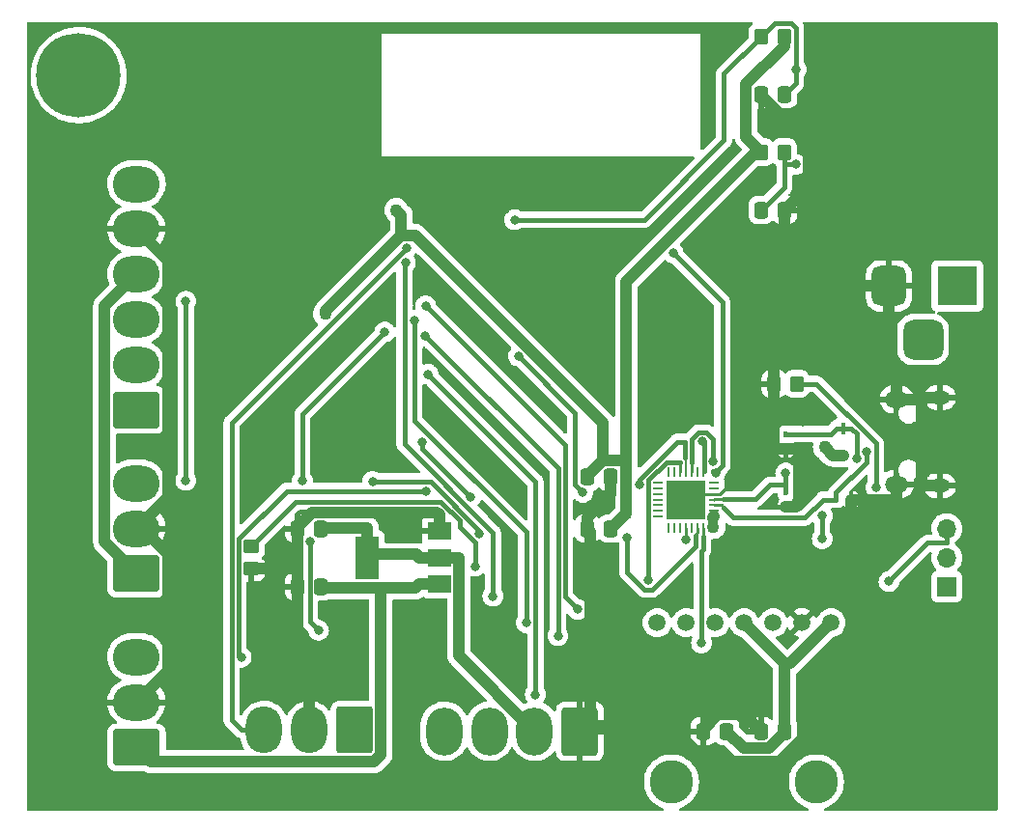
<source format=gbl>
%TF.GenerationSoftware,KiCad,Pcbnew,6.0.2+dfsg-1*%
%TF.CreationDate,2022-10-25T22:12:16-05:00*%
%TF.ProjectId,amiplanta,616d6970-6c61-46e7-9461-2e6b69636164,rev?*%
%TF.SameCoordinates,Original*%
%TF.FileFunction,Copper,L2,Bot*%
%TF.FilePolarity,Positive*%
%FSLAX46Y46*%
G04 Gerber Fmt 4.6, Leading zero omitted, Abs format (unit mm)*
G04 Created by KiCad (PCBNEW 6.0.2+dfsg-1) date 2022-10-25 22:12:16*
%MOMM*%
%LPD*%
G01*
G04 APERTURE LIST*
G04 Aperture macros list*
%AMRoundRect*
0 Rectangle with rounded corners*
0 $1 Rounding radius*
0 $2 $3 $4 $5 $6 $7 $8 $9 X,Y pos of 4 corners*
0 Add a 4 corners polygon primitive as box body*
4,1,4,$2,$3,$4,$5,$6,$7,$8,$9,$2,$3,0*
0 Add four circle primitives for the rounded corners*
1,1,$1+$1,$2,$3*
1,1,$1+$1,$4,$5*
1,1,$1+$1,$6,$7*
1,1,$1+$1,$8,$9*
0 Add four rect primitives between the rounded corners*
20,1,$1+$1,$2,$3,$4,$5,0*
20,1,$1+$1,$4,$5,$6,$7,0*
20,1,$1+$1,$6,$7,$8,$9,0*
20,1,$1+$1,$8,$9,$2,$3,0*%
G04 Aperture macros list end*
%TA.AperFunction,ComponentPad*%
%ADD10RoundRect,0.250000X1.800000X-1.330000X1.800000X1.330000X-1.800000X1.330000X-1.800000X-1.330000X0*%
%TD*%
%TA.AperFunction,ComponentPad*%
%ADD11O,4.100000X3.160000*%
%TD*%
%TA.AperFunction,ComponentPad*%
%ADD12C,3.810000*%
%TD*%
%TA.AperFunction,ComponentPad*%
%ADD13C,1.500000*%
%TD*%
%TA.AperFunction,ComponentPad*%
%ADD14R,3.500000X3.500000*%
%TD*%
%TA.AperFunction,ComponentPad*%
%ADD15RoundRect,0.750000X-0.750000X-1.000000X0.750000X-1.000000X0.750000X1.000000X-0.750000X1.000000X0*%
%TD*%
%TA.AperFunction,ComponentPad*%
%ADD16RoundRect,0.875000X-0.875000X-0.875000X0.875000X-0.875000X0.875000X0.875000X-0.875000X0.875000X0*%
%TD*%
%TA.AperFunction,ComponentPad*%
%ADD17O,1.800000X1.150000*%
%TD*%
%TA.AperFunction,ComponentPad*%
%ADD18O,2.000000X1.450000*%
%TD*%
%TA.AperFunction,ComponentPad*%
%ADD19R,1.700000X1.700000*%
%TD*%
%TA.AperFunction,ComponentPad*%
%ADD20O,1.700000X1.700000*%
%TD*%
%TA.AperFunction,ComponentPad*%
%ADD21C,7.400000*%
%TD*%
%TA.AperFunction,ComponentPad*%
%ADD22RoundRect,0.250000X1.330000X1.850000X-1.330000X1.850000X-1.330000X-1.850000X1.330000X-1.850000X0*%
%TD*%
%TA.AperFunction,ComponentPad*%
%ADD23O,3.160000X4.200000*%
%TD*%
%TA.AperFunction,ComponentPad*%
%ADD24RoundRect,0.250000X1.330000X1.800000X-1.330000X1.800000X-1.330000X-1.800000X1.330000X-1.800000X0*%
%TD*%
%TA.AperFunction,ComponentPad*%
%ADD25O,3.160000X4.100000*%
%TD*%
%TA.AperFunction,SMDPad,CuDef*%
%ADD26R,2.000000X1.500000*%
%TD*%
%TA.AperFunction,SMDPad,CuDef*%
%ADD27R,2.000000X3.800000*%
%TD*%
%TA.AperFunction,SMDPad,CuDef*%
%ADD28R,0.460000X1.040000*%
%TD*%
%TA.AperFunction,SMDPad,CuDef*%
%ADD29RoundRect,0.250000X0.337500X0.475000X-0.337500X0.475000X-0.337500X-0.475000X0.337500X-0.475000X0*%
%TD*%
%TA.AperFunction,SMDPad,CuDef*%
%ADD30RoundRect,0.250000X0.350000X0.450000X-0.350000X0.450000X-0.350000X-0.450000X0.350000X-0.450000X0*%
%TD*%
%TA.AperFunction,SMDPad,CuDef*%
%ADD31RoundRect,0.250000X-0.450000X0.350000X-0.450000X-0.350000X0.450000X-0.350000X0.450000X0.350000X0*%
%TD*%
%TA.AperFunction,SMDPad,CuDef*%
%ADD32R,0.400000X0.480000*%
%TD*%
%TA.AperFunction,SMDPad,CuDef*%
%ADD33R,0.480000X0.400000*%
%TD*%
%TA.AperFunction,SMDPad,CuDef*%
%ADD34RoundRect,0.062500X0.337500X0.062500X-0.337500X0.062500X-0.337500X-0.062500X0.337500X-0.062500X0*%
%TD*%
%TA.AperFunction,SMDPad,CuDef*%
%ADD35RoundRect,0.062500X0.062500X0.337500X-0.062500X0.337500X-0.062500X-0.337500X0.062500X-0.337500X0*%
%TD*%
%TA.AperFunction,SMDPad,CuDef*%
%ADD36R,3.350000X3.350000*%
%TD*%
%TA.AperFunction,SMDPad,CuDef*%
%ADD37RoundRect,0.250000X-0.337500X-0.475000X0.337500X-0.475000X0.337500X0.475000X-0.337500X0.475000X0*%
%TD*%
%TA.AperFunction,SMDPad,CuDef*%
%ADD38RoundRect,0.250000X-0.350000X-0.450000X0.350000X-0.450000X0.350000X0.450000X-0.350000X0.450000X0*%
%TD*%
%TA.AperFunction,ViaPad*%
%ADD39C,1.100000*%
%TD*%
%TA.AperFunction,ViaPad*%
%ADD40C,0.800000*%
%TD*%
%TA.AperFunction,Conductor*%
%ADD41C,1.000000*%
%TD*%
%TA.AperFunction,Conductor*%
%ADD42C,0.250200*%
%TD*%
%TA.AperFunction,Conductor*%
%ADD43C,0.400000*%
%TD*%
%TA.AperFunction,Conductor*%
%ADD44C,0.200000*%
%TD*%
G04 APERTURE END LIST*
D10*
%TO.P,Jtem1,1,Pin_1*%
%TO.N,+3.3V*%
X33125000Y-90320000D03*
D11*
%TO.P,Jtem1,2,Pin_2*%
%TO.N,GNDREF*%
X33125000Y-86360000D03*
%TO.P,Jtem1,3,Pin_3*%
%TO.N,/Sensores/dt*%
X33125000Y-82400000D03*
%TD*%
D12*
%TO.P,U2,*%
%TO.N,*%
X92710000Y-108585000D03*
X80010000Y-108585000D03*
D13*
%TO.P,U2,1,VDD*%
%TO.N,+3.3V*%
X93980000Y-94615000D03*
%TO.P,U2,2,GND*%
%TO.N,GNDREF*%
X91440000Y-94615000D03*
%TO.P,U2,3,~{SD_MODE}*%
%TO.N,/ESP32/amp_D_mode*%
X88900000Y-94615000D03*
%TO.P,U2,4,GAIN_SLOT*%
%TO.N,+3.3V*%
X86360000Y-94615000D03*
%TO.P,U2,5,DIN*%
%TO.N,/ESP32/Amp_Din*%
X83820000Y-94615000D03*
%TO.P,U2,6,BCLK*%
%TO.N,/ESP32/BCLK*%
X81280000Y-94615000D03*
%TO.P,U2,7,LRCLK*%
%TO.N,/ESP32/LRC*%
X78740000Y-94615000D03*
%TD*%
D14*
%TO.P,J1,1*%
%TO.N,Net-(Din1-Pad2)*%
X105060000Y-65082500D03*
D15*
%TO.P,J1,2*%
%TO.N,GNDREF*%
X99060000Y-65082500D03*
D16*
%TO.P,J1,3*%
%TO.N,N/C*%
X102060000Y-69782500D03*
%TD*%
D10*
%TO.P,Jmov1,1,Pin_1*%
%TO.N,+5V*%
X33125000Y-105560000D03*
D11*
%TO.P,Jmov1,2,Pin_2*%
%TO.N,GNDREF*%
X33125000Y-101600000D03*
%TO.P,Jmov1,3,Pin_3*%
%TO.N,/Sensores/dm*%
X33125000Y-97640000D03*
%TD*%
D17*
%TO.P,J2,6,Shield*%
%TO.N,GNDREF*%
X103550000Y-74865000D03*
X103550000Y-82615000D03*
D18*
X99750000Y-75015000D03*
X99750000Y-82465000D03*
%TD*%
D19*
%TO.P,J3,1,Pin_1*%
%TO.N,/CP2102N-A02-GQFN28(Bootloader)/TXD*%
X104140000Y-91440000D03*
D20*
%TO.P,J3,2,Pin_2*%
%TO.N,/CP2102N-A02-GQFN28(Bootloader)/RXD*%
X104140000Y-88900000D03*
%TO.P,J3,3,Pin_3*%
%TO.N,/CP2102N-A02-GQFN28(Bootloader)/RTS*%
X104140000Y-86360000D03*
%TD*%
D21*
%TO.P,REF\u002A\u002A,1*%
%TO.N,N/C*%
X28050000Y-46600000D03*
%TD*%
D22*
%TO.P,Joled1,1,Pin_1*%
%TO.N,GNDREF*%
X71980000Y-104140000D03*
D23*
%TO.P,Joled1,2,Pin_2*%
%TO.N,+3.3V*%
X68020000Y-104140000D03*
%TO.P,Joled1,3,Pin_3*%
%TO.N,/ESP32/SDA*%
X64060000Y-104140000D03*
%TO.P,Joled1,4,Pin_4*%
%TO.N,/ESP32/SCL*%
X60100000Y-104140000D03*
%TD*%
D24*
%TO.P,Jhum1,1,Pin_1*%
%TO.N,+3.3V*%
X52220000Y-104035000D03*
D25*
%TO.P,Jhum1,2,Pin_2*%
%TO.N,GNDREF*%
X48260000Y-104035000D03*
%TO.P,Jhum1,3,Pin_3*%
%TO.N,/Sensores/dh*%
X44300000Y-104035000D03*
%TD*%
D10*
%TO.P,Jluc1,1,Pin_1*%
%TO.N,/Sensores/INT Luz(op)*%
X33125000Y-75940000D03*
D11*
%TO.P,Jluc1,2,Pin_2*%
%TO.N,/ESP32/SCL*%
X33125000Y-71980000D03*
%TO.P,Jluc1,3,Pin_3*%
%TO.N,/ESP32/SDA*%
X33125000Y-68020000D03*
%TO.P,Jluc1,4,Pin_4*%
%TO.N,+3.3V*%
X33125000Y-64060000D03*
%TO.P,Jluc1,5,Pin_5*%
%TO.N,GNDREF*%
X33125000Y-60100000D03*
%TO.P,Jluc1,6,Pin_6*%
%TO.N,/Sensores/VL Luz (op)*%
X33125000Y-56140000D03*
%TD*%
D26*
%TO.P,UReg1,1,GND*%
%TO.N,GNDREF*%
X59640000Y-86600000D03*
%TO.P,UReg1,2,VO*%
%TO.N,+3.3V*%
X59640000Y-88900000D03*
D27*
X53340000Y-88900000D03*
D26*
%TO.P,UReg1,3,VI*%
%TO.N,+5V*%
X59640000Y-91200000D03*
%TD*%
D28*
%TO.P,DUSB1,A*%
%TO.N,/CP2102N-A02-GQFN28(Bootloader)/VBUS*%
X95092300Y-77550000D03*
%TO.P,DUSB1,C*%
%TO.N,+5V_Jack*%
X95092300Y-79930000D03*
%TD*%
D29*
%TO.P,Cbl2,1*%
%TO.N,GNDREF*%
X74697500Y-81830000D03*
%TO.P,Cbl2,2*%
%TO.N,+3.3V*%
X72622500Y-81830000D03*
%TD*%
D30*
%TO.P,Ractbl1,1*%
%TO.N,Net-(Ractbl1-Pad1)*%
X91012300Y-73660000D03*
%TO.P,Ractbl1,2*%
%TO.N,GNDREF*%
X89012300Y-73660000D03*
%TD*%
D31*
%TO.P,Rpw1,1*%
%TO.N,Net-(RED1-Pad1)*%
X43180000Y-87900000D03*
%TO.P,Rpw1,2*%
%TO.N,GNDREF*%
X43180000Y-89900000D03*
%TD*%
D32*
%TO.P,DUl2,1*%
%TO.N,GNDREF*%
X90012300Y-84480000D03*
%TO.P,DUl2,2*%
%TO.N,/CP2102N-A02-GQFN28(Bootloader)/USB_DP*%
X90012300Y-83160000D03*
%TD*%
D33*
%TO.P,DUl3,1*%
%TO.N,GNDREF*%
X95752300Y-83820000D03*
%TO.P,DUl3,2*%
%TO.N,/CP2102N-A02-GQFN28(Bootloader)/USB_DN*%
X94432300Y-83820000D03*
%TD*%
D32*
%TO.P,DUl1,1*%
%TO.N,GNDREF*%
X90012300Y-79400000D03*
%TO.P,DUl1,2*%
%TO.N,/CP2102N-A02-GQFN28(Bootloader)/VBUS*%
X90012300Y-78080000D03*
%TD*%
D34*
%TO.P,U7,1,~{DCD}*%
%TO.N,unconnected-(U7-Pad1)*%
X83730000Y-82320000D03*
%TO.P,U7,2,~{RI}/CLK*%
%TO.N,unconnected-(U7-Pad2)*%
X83730000Y-82820000D03*
%TO.P,U7,3,GND*%
%TO.N,GNDREF*%
X83730000Y-83320000D03*
%TO.P,U7,4,D+*%
%TO.N,/CP2102N-A02-GQFN28(Bootloader)/USB_DP*%
X83730000Y-83820000D03*
%TO.P,U7,5,D-*%
%TO.N,/CP2102N-A02-GQFN28(Bootloader)/USB_DN*%
X83730000Y-84320000D03*
%TO.P,U7,6,VDD*%
%TO.N,+3.3V*%
X83730000Y-84820000D03*
%TO.P,U7,7,VREGIN*%
X83730000Y-85320000D03*
D35*
%TO.P,U7,8,VBUS*%
%TO.N,Net-(Rvbus1-Pad2)*%
X82780000Y-86270000D03*
%TO.P,U7,9,~{RST}*%
%TO.N,Net-(R_rstbl1-Pad2)*%
X82280000Y-86270000D03*
%TO.P,U7,10,NC*%
%TO.N,unconnected-(U7-Pad10)*%
X81780000Y-86270000D03*
%TO.P,U7,11,~{SUSPEND}*%
%TO.N,Net-(Ractbl1-Pad1)*%
X81280000Y-86270000D03*
%TO.P,U7,12,SUSPEND*%
%TO.N,unconnected-(U7-Pad12)*%
X80780000Y-86270000D03*
%TO.P,U7,13,CHREN*%
%TO.N,unconnected-(U7-Pad13)*%
X80280000Y-86270000D03*
%TO.P,U7,14,CHR1*%
%TO.N,unconnected-(U7-Pad14)*%
X79780000Y-86270000D03*
D34*
%TO.P,U7,15,CHR0*%
%TO.N,unconnected-(U7-Pad15)*%
X78830000Y-85320000D03*
%TO.P,U7,16,~{WAKEUP}/GPIO.3*%
%TO.N,unconnected-(U7-Pad16)*%
X78830000Y-84820000D03*
%TO.P,U7,17,RS485/GPIO.2*%
%TO.N,unconnected-(U7-Pad17)*%
X78830000Y-84320000D03*
%TO.P,U7,18,~{RXT}/GPIO.1*%
%TO.N,unconnected-(U7-Pad18)*%
X78830000Y-83820000D03*
%TO.P,U7,19,~{TXT}/GPIO.0*%
%TO.N,unconnected-(U7-Pad19)*%
X78830000Y-83320000D03*
%TO.P,U7,20,GPIO.6*%
%TO.N,unconnected-(U7-Pad20)*%
X78830000Y-82820000D03*
%TO.P,U7,21,GPIO.5*%
%TO.N,unconnected-(U7-Pad21)*%
X78830000Y-82320000D03*
D35*
%TO.P,U7,22,GPIO.4*%
%TO.N,unconnected-(U7-Pad22)*%
X79780000Y-81370000D03*
%TO.P,U7,23,~{CTS}*%
%TO.N,unconnected-(U7-Pad23)*%
X80280000Y-81370000D03*
%TO.P,U7,24,~{RTS}*%
%TO.N,/CP2102N-A02-GQFN28(Bootloader)/RTS*%
X80780000Y-81370000D03*
%TO.P,U7,25,RXD*%
%TO.N,/CP2102N-A02-GQFN28(Bootloader)/RXD*%
X81280000Y-81370000D03*
%TO.P,U7,26,TXD*%
%TO.N,/CP2102N-A02-GQFN28(Bootloader)/TXD*%
X81780000Y-81370000D03*
%TO.P,U7,27,~{DSR}*%
%TO.N,unconnected-(U7-Pad27)*%
X82280000Y-81370000D03*
%TO.P,U7,28,~{DTR}*%
%TO.N,/CP2102N-A02-GQFN28(Bootloader)/DTR*%
X82780000Y-81370000D03*
D36*
%TO.P,U7,29,GND*%
%TO.N,GNDREF*%
X81280000Y-83820000D03*
%TD*%
D29*
%TO.P,CReg2,1*%
%TO.N,+3.3V*%
X49297500Y-86360000D03*
%TO.P,CReg2,2*%
%TO.N,GNDREF*%
X47222500Y-86360000D03*
%TD*%
%TO.P,Cen2,1*%
%TO.N,EN*%
X89937500Y-48260000D03*
%TO.P,Cen2,2*%
%TO.N,GNDREF*%
X87862500Y-48260000D03*
%TD*%
D37*
%TO.P,Cboot1,1*%
%TO.N,BOOT*%
X87862500Y-58420000D03*
%TO.P,Cboot1,2*%
%TO.N,GNDREF*%
X89937500Y-58420000D03*
%TD*%
D29*
%TO.P,Camp1,1*%
%TO.N,+3.3V*%
X84857500Y-104140000D03*
%TO.P,Camp1,2*%
%TO.N,GNDREF*%
X82782500Y-104140000D03*
%TD*%
D30*
%TO.P,Ren1,1*%
%TO.N,+3.3V*%
X89900000Y-43180000D03*
%TO.P,Ren1,2*%
%TO.N,EN*%
X87900000Y-43180000D03*
%TD*%
D29*
%TO.P,Cbl1,1*%
%TO.N,+3.3V*%
X74697500Y-86360000D03*
%TO.P,Cbl1,2*%
%TO.N,GNDREF*%
X72622500Y-86360000D03*
%TD*%
D38*
%TO.P,Rboot1,1*%
%TO.N,+3.3V*%
X87900000Y-53340000D03*
%TO.P,Rboot1,2*%
%TO.N,BOOT*%
X89900000Y-53340000D03*
%TD*%
D29*
%TO.P,CReg1,1*%
%TO.N,+5V*%
X49297500Y-91440000D03*
%TO.P,CReg1,2*%
%TO.N,GNDREF*%
X47222500Y-91440000D03*
%TD*%
%TO.P,Camp2,1*%
%TO.N,+3.3V*%
X89937500Y-104140000D03*
%TO.P,Camp2,2*%
%TO.N,GNDREF*%
X87862500Y-104140000D03*
%TD*%
D39*
%TO.N,+3.3V*%
X55880000Y-58420000D03*
X76057600Y-84999900D03*
X49662000Y-67507800D03*
X83675800Y-86216400D03*
D40*
%TO.N,GNDREF*%
X93500000Y-72750000D03*
X72250000Y-71000000D03*
X98500000Y-108750000D03*
D39*
X54610000Y-85090000D03*
D40*
X70000000Y-76500000D03*
X80750000Y-74250000D03*
X54500000Y-60000000D03*
X58750000Y-75250000D03*
X88250000Y-88500000D03*
X43500000Y-79500000D03*
X45250000Y-88250000D03*
X53250000Y-75750000D03*
X57000000Y-98250000D03*
X57000000Y-94750000D03*
X39250000Y-73500000D03*
X91500000Y-77000000D03*
X64000000Y-94500000D03*
X52750000Y-68750000D03*
X62750000Y-68500000D03*
D39*
X86146400Y-98633100D03*
D40*
X44500000Y-68000000D03*
%TO.N,BOOT*%
X90895300Y-54406600D03*
%TO.N,EN*%
X66275100Y-59273100D03*
X90925300Y-46086700D03*
D39*
%TO.N,+5V_Jack*%
X93452800Y-79220800D03*
D40*
%TO.N,/CP2102N-A02-GQFN28(Bootloader)/VBUS*%
X96215200Y-80192500D03*
%TO.N,/CP2102N-A02-GQFN28(Bootloader)/USB_DP*%
X90012300Y-81478600D03*
%TO.N,/CP2102N-A02-GQFN28(Bootloader)/USB_DN*%
X97062600Y-79586900D03*
%TO.N,/CP2102N-A02-GQFN28(Bootloader)/TXD*%
X83663800Y-80510200D03*
%TO.N,/CP2102N-A02-GQFN28(Bootloader)/RXD*%
X77189700Y-82468593D03*
%TO.N,/CP2102N-A02-GQFN28(Bootloader)/RTS*%
X99073800Y-90992700D03*
X63191700Y-86821800D03*
X77989200Y-90879800D03*
X53815300Y-82230000D03*
%TO.N,/Sensores/dh*%
X56770300Y-61765000D03*
%TO.N,/ESP32/SCL*%
X54874200Y-69114200D03*
X47658000Y-82188500D03*
%TO.N,/ESP32/SDA*%
X58679700Y-72827700D03*
X68081200Y-100933200D03*
%TO.N,/Sensores/dm*%
X42293800Y-97640000D03*
X58458500Y-83061500D03*
%TO.N,/Sensores/dt*%
X37438700Y-66417300D03*
X37438700Y-82142700D03*
%TO.N,Net-(Q2-Pad1)*%
X62392600Y-83590500D03*
X58187200Y-78740000D03*
%TO.N,/CP2102N-A02-GQFN28(Bootloader)/DTR*%
X82723200Y-78720100D03*
%TO.N,Net-(Ractbl1-Pad1)*%
X93215600Y-85244100D03*
X81280000Y-87342500D03*
X97915100Y-82761900D03*
X93215600Y-87249800D03*
%TO.N,Net-(RED1-Pad1)*%
X62780000Y-89656800D03*
%TO.N,/CP2102N-A02-GQFN28(Bootloader)/RXD0*%
X66586000Y-71231100D03*
X72242100Y-83188400D03*
%TO.N,/CP2102N-A02-GQFN28(Bootloader)/TXD0*%
X83862558Y-81489741D03*
X80160300Y-62196700D03*
%TO.N,Net-(Rvbus1-Pad2)*%
X49074300Y-95284000D03*
X48315200Y-87530900D03*
X82632500Y-96403700D03*
%TO.N,Net-(R_rstbl1-Pad2)*%
X76146800Y-87119200D03*
%TO.N,/ESP32/amp_D_mode*%
X56691000Y-63035000D03*
X64354100Y-92293200D03*
%TO.N,/ESP32/Amp_Din*%
X58474300Y-66820000D03*
X71788100Y-93444000D03*
%TO.N,/ESP32/BCLK*%
X58430900Y-69467800D03*
X70053100Y-95772800D03*
%TO.N,/ESP32/LRC*%
X57479200Y-68115000D03*
X67264500Y-94615000D03*
%TD*%
D41*
%TO.N,+3.3V*%
X49297500Y-86360000D02*
X49357800Y-86299700D01*
D42*
X83655200Y-86195500D02*
X83655200Y-85463800D01*
D41*
X89937500Y-104226800D02*
X89937500Y-104140000D01*
X55936050Y-61016050D02*
X49662000Y-67290100D01*
X72622500Y-81738200D02*
X73997500Y-80363200D01*
X90402500Y-98192500D02*
X93980000Y-94615000D01*
X86548200Y-47380900D02*
X86548200Y-51988200D01*
X73997500Y-80363200D02*
X73997500Y-77086500D01*
X73997500Y-80363200D02*
X76057600Y-80363200D01*
X72622500Y-81830000D02*
X72622500Y-81738200D01*
X53340000Y-88466700D02*
X53340000Y-86299700D01*
X76057600Y-64689000D02*
X76057600Y-80363200D01*
X83675800Y-86216400D02*
X83655200Y-86195800D01*
X86548200Y-51988200D02*
X87900000Y-53340000D01*
X49357800Y-86299700D02*
X53340000Y-86299700D01*
X86313600Y-105596100D02*
X88568200Y-105596100D01*
X76057600Y-84999900D02*
X74697500Y-86360000D01*
X61340300Y-88900000D02*
X61340300Y-97460300D01*
X87900000Y-53340000D02*
X87406600Y-53340000D01*
X33125000Y-64060000D02*
X30325700Y-66859300D01*
X89900000Y-44029100D02*
X86548200Y-47380900D01*
X53340000Y-88633700D02*
X57673400Y-88633700D01*
X89937500Y-104140000D02*
X89937500Y-98192500D01*
X83655400Y-85463600D02*
X83655400Y-85394600D01*
X57673400Y-88633700D02*
X57939700Y-88900000D01*
X89937500Y-98192500D02*
X86360000Y-94615000D01*
X59640000Y-88900000D02*
X61340300Y-88900000D01*
X88568200Y-105596100D02*
X89937500Y-104226800D01*
X30325700Y-66859300D02*
X30325700Y-87520700D01*
X83655200Y-86195800D02*
X83655200Y-86195500D01*
X53340000Y-88466700D02*
X53340000Y-88633700D01*
X53340000Y-88900000D02*
X53340000Y-88633700D01*
X59515500Y-88900000D02*
X59640000Y-88900000D01*
X83655400Y-85394600D02*
X83730000Y-85320000D01*
X61340300Y-97460300D02*
X68020000Y-104140000D01*
X73997500Y-77086500D02*
X57528200Y-60617200D01*
X76057600Y-80363200D02*
X76057600Y-84999900D01*
D42*
X83730000Y-84820000D02*
X83730000Y-85320000D01*
D41*
X57528200Y-60617200D02*
X56334900Y-60617200D01*
X84857500Y-104140000D02*
X86313600Y-105596100D01*
X49662000Y-67290100D02*
X49662000Y-67507800D01*
X56334900Y-60617200D02*
X55936050Y-61016050D01*
X30325700Y-87520700D02*
X33125000Y-90320000D01*
X87406600Y-53340000D02*
X76057600Y-64689000D01*
D42*
X83655200Y-85463800D02*
X83655400Y-85463600D01*
D41*
X89900000Y-43180000D02*
X89900000Y-44029100D01*
X56334900Y-58874900D02*
X55880000Y-58420000D01*
X56334900Y-60617200D02*
X56334900Y-58874900D01*
X59515500Y-88900000D02*
X57939700Y-88900000D01*
X89937500Y-98192500D02*
X90402500Y-98192500D01*
%TO.N,GNDREF*%
X88922100Y-79400000D02*
X86143100Y-82179000D01*
X91142300Y-84250300D02*
X91142300Y-79629700D01*
X83034500Y-106800400D02*
X89448000Y-106800400D01*
X90462500Y-84480000D02*
X90012300Y-84480000D01*
X89937500Y-71024400D02*
X89012300Y-71949600D01*
D42*
X85391300Y-82179000D02*
X84250300Y-83320000D01*
D41*
X47222500Y-100247200D02*
X48260000Y-101284700D01*
X47222500Y-86234900D02*
X47222500Y-86360000D01*
X99060000Y-72899700D02*
X99750000Y-73589700D01*
X59640000Y-86600000D02*
X59640000Y-85149700D01*
X92019400Y-52528900D02*
X92019400Y-56338100D01*
X90912600Y-84480000D02*
X91142300Y-84250300D01*
X87862500Y-48372000D02*
X92019400Y-52528900D01*
X35876300Y-88573600D02*
X33393900Y-86091100D01*
X47222500Y-89907600D02*
X47214900Y-89900000D01*
X87862500Y-104140000D02*
X86395000Y-102672500D01*
X82782500Y-103984400D02*
X82782500Y-104140000D01*
X59414800Y-84924500D02*
X48532900Y-84924500D01*
X47214900Y-86367600D02*
X47214900Y-89900000D01*
X99750000Y-75015000D02*
X99750000Y-73589700D01*
X86395000Y-102672500D02*
X86146400Y-102672500D01*
X72888400Y-86625900D02*
X72622500Y-86360000D01*
X95752300Y-83820000D02*
X96692600Y-83820000D01*
X33125000Y-60100000D02*
X35879000Y-62854000D01*
X103550000Y-82615000D02*
X101949700Y-82615000D01*
X59640000Y-85149700D02*
X59414800Y-84924500D01*
X48532900Y-84924500D02*
X47222500Y-86234900D01*
X89937500Y-58420000D02*
X89937500Y-65082500D01*
X101450300Y-75015000D02*
X101600300Y-74865000D01*
X72888400Y-103685800D02*
X79919900Y-103685800D01*
X89012300Y-79300300D02*
X89112000Y-79400000D01*
X89012300Y-73660000D02*
X89012300Y-79300300D01*
X47222500Y-91440000D02*
X47222500Y-89907600D01*
X101600300Y-74865000D02*
X101949700Y-74865000D01*
X72622500Y-85394000D02*
X72622500Y-86360000D01*
X48260000Y-104035000D02*
X48260000Y-101284700D01*
D42*
X81780000Y-83320000D02*
X81280000Y-83820000D01*
D41*
X89012300Y-71949600D02*
X89012300Y-73660000D01*
X90012300Y-79400000D02*
X89112000Y-79400000D01*
X87862500Y-48260000D02*
X87862500Y-48372000D01*
X95752300Y-100496100D02*
X95752300Y-83820000D01*
X86146400Y-102672500D02*
X84094400Y-102672500D01*
X92019400Y-56338100D02*
X89937500Y-58420000D01*
D42*
X83730000Y-83320000D02*
X81780000Y-83320000D01*
D41*
X47214900Y-89900000D02*
X43180000Y-89900000D01*
X99750000Y-75015000D02*
X101450300Y-75015000D01*
D42*
X84250300Y-83320000D02*
X83730000Y-83320000D01*
D41*
X89937500Y-65082500D02*
X99060000Y-65082500D01*
X72888400Y-103685800D02*
X72888400Y-86625900D01*
D42*
X86143100Y-82179000D02*
X85391300Y-82179000D01*
D41*
X74697500Y-81830000D02*
X74697500Y-83319000D01*
X33125000Y-101600000D02*
X35876300Y-98848700D01*
X79919900Y-103685800D02*
X83034500Y-106800400D01*
X74697500Y-83319000D02*
X72622500Y-85394000D01*
X35876300Y-98848700D02*
X35876300Y-88573600D01*
X35879000Y-62854000D02*
X35879000Y-83606000D01*
X90462500Y-84480000D02*
X90912600Y-84480000D01*
X86146400Y-102672500D02*
X86146400Y-98633100D01*
X72434200Y-103685800D02*
X72888400Y-103685800D01*
X99750000Y-82465000D02*
X99750000Y-83890300D01*
X71980000Y-104140000D02*
X72434200Y-103685800D01*
X101949700Y-82615000D02*
X101949700Y-74865000D01*
X96762900Y-83890300D02*
X99750000Y-83890300D01*
X84094400Y-102672500D02*
X82782500Y-103984400D01*
X89448000Y-106800400D02*
X95752300Y-100496100D01*
X91142300Y-79629700D02*
X90912600Y-79400000D01*
X103550000Y-74865000D02*
X101949700Y-74865000D01*
X89112000Y-79400000D02*
X88922100Y-79400000D01*
X89937500Y-65082500D02*
X89937500Y-71024400D01*
X99060000Y-65082500D02*
X99060000Y-72899700D01*
X47222500Y-86360000D02*
X47214900Y-86367600D01*
X96692600Y-83820000D02*
X96762900Y-83890300D01*
X90012300Y-79400000D02*
X90912600Y-79400000D01*
X33393900Y-86091100D02*
X33125000Y-86360000D01*
X47222500Y-91440000D02*
X47222500Y-100247200D01*
X35879000Y-83606000D02*
X33393900Y-86091100D01*
D43*
%TO.N,BOOT*%
X89900000Y-54406600D02*
X90895300Y-54406600D01*
X89900000Y-54406600D02*
X89900000Y-56382500D01*
X89900000Y-53340000D02*
X89900000Y-54406600D01*
X89900000Y-56382500D02*
X87862500Y-58420000D01*
%TO.N,EN*%
X90925300Y-47272200D02*
X89937500Y-48260000D01*
X90925300Y-46086700D02*
X90925300Y-47272200D01*
X90925300Y-46086700D02*
X90925300Y-42473500D01*
X84606400Y-52312900D02*
X77646200Y-59273100D01*
X87900000Y-43180000D02*
X84606400Y-46473600D01*
X90925300Y-42473500D02*
X90509000Y-42057200D01*
X90509000Y-42057200D02*
X89022800Y-42057200D01*
X89022800Y-42057200D02*
X87900000Y-43180000D01*
X77646200Y-59273100D02*
X66275100Y-59273100D01*
X84606400Y-46473600D02*
X84606400Y-52312900D01*
D41*
%TO.N,+5V*%
X49411200Y-91553700D02*
X54542700Y-91553700D01*
X34400500Y-106835500D02*
X33125000Y-105560000D01*
X53913700Y-106835500D02*
X34400500Y-106835500D01*
X59640000Y-91200000D02*
X57939700Y-91200000D01*
X54542700Y-91553700D02*
X54542700Y-106206500D01*
X54542700Y-106206500D02*
X53913700Y-106835500D01*
X54542700Y-91553700D02*
X57586000Y-91553700D01*
X57586000Y-91553700D02*
X57939700Y-91200000D01*
X49297500Y-91440000D02*
X49411200Y-91553700D01*
%TO.N,+5V_Jack*%
X94162000Y-79930000D02*
X93452800Y-79220800D01*
X95092300Y-79930000D02*
X94162000Y-79930000D01*
D43*
%TO.N,/CP2102N-A02-GQFN28(Bootloader)/VBUS*%
X95092300Y-77550000D02*
X94462000Y-77550000D01*
X96215200Y-80192500D02*
X96215200Y-78042600D01*
X95092300Y-77550000D02*
X95722600Y-77550000D01*
X90012300Y-78080000D02*
X93932000Y-78080000D01*
X96215200Y-78042600D02*
X95722600Y-77550000D01*
X93932000Y-78080000D02*
X94462000Y-77550000D01*
%TO.N,/CP2102N-A02-GQFN28(Bootloader)/USB_DP*%
X90012300Y-83160000D02*
X90012300Y-82519700D01*
D42*
X83767400Y-83782600D02*
X83730000Y-83820000D01*
D43*
X87383300Y-83782600D02*
X88646200Y-82519700D01*
D42*
X84530700Y-83782600D02*
X83767400Y-83782600D01*
D43*
X90012300Y-82519700D02*
X90012300Y-81478600D01*
X84530700Y-83782600D02*
X87383300Y-83782600D01*
X88646200Y-82519700D02*
X90012300Y-82519700D01*
D42*
%TO.N,/CP2102N-A02-GQFN28(Bootloader)/USB_DN*%
X84361700Y-84320000D02*
X84565500Y-84523800D01*
D43*
X94112200Y-83820000D02*
X93263400Y-83820000D01*
X94432300Y-83820000D02*
X94432300Y-83219700D01*
X93263400Y-83820000D02*
X91672100Y-85411300D01*
D42*
X83730000Y-84320000D02*
X84361700Y-84320000D01*
D43*
X91672100Y-85411300D02*
X85453000Y-85411300D01*
X97062600Y-80589400D02*
X94432300Y-83219700D01*
X94432300Y-83820000D02*
X94112200Y-83820000D01*
X85453000Y-85411300D02*
X84565500Y-84523800D01*
X97062600Y-79586900D02*
X97062600Y-80589400D01*
%TO.N,/CP2102N-A02-GQFN28(Bootloader)/TXD*%
X83663800Y-78528900D02*
X83663800Y-80510200D01*
X81780000Y-80580500D02*
X81780000Y-78531600D01*
X83054700Y-77919800D02*
X83663800Y-78528900D01*
X81780000Y-78531600D02*
X82391800Y-77919800D01*
X82391800Y-77919800D02*
X83054700Y-77919800D01*
D42*
X81780000Y-80580500D02*
X81780000Y-81370000D01*
D44*
%TO.N,/CP2102N-A02-GQFN28(Bootloader)/RXD*%
X81280000Y-81370000D02*
X81280000Y-80231972D01*
X81280000Y-80231972D02*
X81180000Y-80131972D01*
D43*
X80501472Y-78740000D02*
X81180000Y-78740000D01*
X77189700Y-82468593D02*
X77189700Y-82051772D01*
X81180000Y-78740000D02*
X81180000Y-80131972D01*
X77189700Y-82051772D02*
X80501472Y-78740000D01*
%TO.N,/CP2102N-A02-GQFN28(Bootloader)/RTS*%
X104140000Y-86360000D02*
X104140000Y-87610300D01*
X53815300Y-82230000D02*
X58876800Y-82230000D01*
X80780000Y-80580500D02*
X80717800Y-80518300D01*
X77989200Y-82100800D02*
X77989200Y-90879800D01*
X102456200Y-87610300D02*
X99073800Y-90992700D01*
X58876800Y-82230000D02*
X63191700Y-86544900D01*
X104140000Y-87610300D02*
X102456200Y-87610300D01*
X63191700Y-86544900D02*
X63191700Y-86821800D01*
X79571700Y-80518300D02*
X77989200Y-82100800D01*
X80717800Y-80518300D02*
X79571700Y-80518300D01*
D42*
X80780000Y-80580500D02*
X80780000Y-81370000D01*
D43*
%TO.N,/Sensores/dh*%
X41451300Y-77084000D02*
X41451300Y-103166600D01*
X56770300Y-61765000D02*
X41451300Y-77084000D01*
X44300000Y-104035000D02*
X42319700Y-104035000D01*
X41451300Y-103166600D02*
X42319700Y-104035000D01*
%TO.N,/ESP32/SCL*%
X54874200Y-69114200D02*
X47658000Y-76330400D01*
X47658000Y-76330400D02*
X47658000Y-82188500D01*
%TO.N,/ESP32/SDA*%
X68081200Y-82229200D02*
X68081200Y-100933200D01*
X58679700Y-72827700D02*
X68081200Y-82229200D01*
%TO.N,/Sensores/dm*%
X58458500Y-83061500D02*
X46264000Y-83061500D01*
X42051600Y-97397800D02*
X42293800Y-97640000D01*
X42051600Y-87273900D02*
X42051600Y-97397800D01*
X46264000Y-83061500D02*
X42051600Y-87273900D01*
%TO.N,/Sensores/dt*%
X37438700Y-82142700D02*
X37438700Y-66417300D01*
%TO.N,Net-(Q2-Pad1)*%
X62392600Y-83590500D02*
X58187200Y-79385100D01*
X58187200Y-79385100D02*
X58187200Y-78740000D01*
%TO.N,/CP2102N-A02-GQFN28(Bootloader)/DTR*%
X82845200Y-78842100D02*
X82723200Y-78720100D01*
X82845200Y-81304800D02*
X82845200Y-78842100D01*
D42*
X82845200Y-81304800D02*
X82780000Y-81370000D01*
%TO.N,Net-(Ractbl1-Pad1)*%
X81280000Y-87059500D02*
X81280000Y-86270000D01*
D43*
X81280000Y-87059500D02*
X81280000Y-87342500D01*
X91012300Y-73660000D02*
X92702200Y-73660000D01*
X93215600Y-85244100D02*
X93215600Y-87249800D01*
X92702200Y-73660000D02*
X97915100Y-78872900D01*
X97915100Y-78872900D02*
X97915100Y-82761900D01*
%TO.N,Net-(RED1-Pad1)*%
X43180000Y-87900000D02*
X47067400Y-84012600D01*
X62780000Y-87551500D02*
X62780000Y-89656800D01*
X47067400Y-84012600D02*
X59797900Y-84012600D01*
X61441000Y-85655700D02*
X61441000Y-86212500D01*
X59797900Y-84012600D02*
X61441000Y-85655700D01*
X61441000Y-86212500D02*
X62780000Y-87551500D01*
%TO.N,/CP2102N-A02-GQFN28(Bootloader)/RXD0*%
X71553900Y-76199000D02*
X66586000Y-71231100D01*
X72242100Y-83188400D02*
X71553900Y-82500200D01*
X71553900Y-82500200D02*
X71553900Y-76199000D01*
%TO.N,/CP2102N-A02-GQFN28(Bootloader)/TXD0*%
X83995171Y-81310200D02*
X84463800Y-80841571D01*
X84463800Y-80841571D02*
X84463800Y-66500200D01*
X83683017Y-81310200D02*
X83995171Y-81310200D01*
X84463800Y-66500200D02*
X80160300Y-62196700D01*
X83862558Y-81489741D02*
X83683017Y-81310200D01*
%TO.N,Net-(Rvbus1-Pad2)*%
X82632500Y-96403700D02*
X82632500Y-88360800D01*
X48308600Y-94518300D02*
X49074300Y-95284000D01*
X48308600Y-87537500D02*
X48308600Y-94518300D01*
X82632500Y-88360800D02*
X82780000Y-88213300D01*
X48315200Y-87530900D02*
X48308600Y-87537500D01*
D42*
X82780000Y-87059500D02*
X82780000Y-86270000D01*
D43*
X82780000Y-88213300D02*
X82780000Y-87059500D01*
%TO.N,Net-(R_rstbl1-Pad2)*%
X82136100Y-86975600D02*
X82136100Y-87905200D01*
X82136100Y-87905200D02*
X78340700Y-91700600D01*
D42*
X82136100Y-86904400D02*
X82136100Y-86975600D01*
D43*
X77619400Y-91700600D02*
X76146800Y-90228000D01*
D42*
X82280000Y-86270000D02*
X82280000Y-86760500D01*
D43*
X78340700Y-91700600D02*
X77619400Y-91700600D01*
D42*
X82280000Y-86760500D02*
X82136100Y-86904400D01*
D43*
X76146800Y-90228000D02*
X76146800Y-87119200D01*
%TO.N,/ESP32/amp_D_mode*%
X56611600Y-63114400D02*
X56611600Y-78970300D01*
X56691000Y-63035000D02*
X56611600Y-63114400D01*
X56611600Y-78970300D02*
X64354100Y-86712800D01*
X64354100Y-86712800D02*
X64354100Y-92293200D01*
%TO.N,/ESP32/Amp_Din*%
X58474300Y-66820000D02*
X70653400Y-78999100D01*
X70653400Y-78999100D02*
X70653400Y-92309300D01*
X70653400Y-92309300D02*
X71788100Y-93444000D01*
%TO.N,/ESP32/BCLK*%
X58430900Y-69467800D02*
X70053100Y-81090000D01*
X70053100Y-81090000D02*
X70053100Y-95772800D01*
%TO.N,/ESP32/LRC*%
X67264500Y-94615000D02*
X67264500Y-86685500D01*
X57479300Y-76900300D02*
X57479200Y-76900300D01*
X57479200Y-76900300D02*
X57479200Y-68115000D01*
X67264500Y-86685500D02*
X57479300Y-76900300D01*
%TD*%
%TA.AperFunction,Conductor*%
%TO.N,GNDREF*%
G36*
X87062806Y-41930002D02*
G01*
X87109299Y-41983658D01*
X87119403Y-42053932D01*
X87089909Y-42118512D01*
X87077534Y-42130358D01*
X87075652Y-42131522D01*
X86950695Y-42256697D01*
X86946855Y-42262927D01*
X86946854Y-42262928D01*
X86870560Y-42386700D01*
X86857885Y-42407262D01*
X86802203Y-42575139D01*
X86791500Y-42679600D01*
X86791500Y-43234340D01*
X86771498Y-43302461D01*
X86754595Y-43323435D01*
X84125880Y-45952150D01*
X84119615Y-45958004D01*
X84076015Y-45996039D01*
X84071648Y-46002253D01*
X84039272Y-46048319D01*
X84035339Y-46053614D01*
X83995924Y-46103882D01*
X83992801Y-46110798D01*
X83991417Y-46113084D01*
X83983043Y-46127765D01*
X83981778Y-46130125D01*
X83977410Y-46136339D01*
X83974650Y-46143418D01*
X83974649Y-46143420D01*
X83954198Y-46195875D01*
X83951647Y-46201944D01*
X83925355Y-46260173D01*
X83923971Y-46267640D01*
X83923170Y-46270195D01*
X83918541Y-46286448D01*
X83917878Y-46289028D01*
X83915118Y-46296109D01*
X83914127Y-46303640D01*
X83914126Y-46303642D01*
X83906779Y-46359452D01*
X83905748Y-46365959D01*
X83894104Y-46428786D01*
X83894541Y-46436366D01*
X83894541Y-46436367D01*
X83897691Y-46490992D01*
X83897900Y-46498246D01*
X83897900Y-51967240D01*
X83877898Y-52035361D01*
X83860995Y-52056335D01*
X82795095Y-53122235D01*
X82732783Y-53156261D01*
X82661968Y-53151196D01*
X82605132Y-53108649D01*
X82580321Y-53042129D01*
X82580000Y-53033140D01*
X82580000Y-42920000D01*
X54580000Y-42920000D01*
X54580000Y-53700000D01*
X81913140Y-53700000D01*
X81981261Y-53720002D01*
X82027754Y-53773658D01*
X82037858Y-53843932D01*
X82008364Y-53908512D01*
X82002235Y-53915095D01*
X77389635Y-58527695D01*
X77327323Y-58561721D01*
X77300540Y-58564600D01*
X66886505Y-58564600D01*
X66818384Y-58544598D01*
X66812444Y-58540536D01*
X66737194Y-58485863D01*
X66737193Y-58485862D01*
X66731852Y-58481982D01*
X66725824Y-58479298D01*
X66725822Y-58479297D01*
X66563419Y-58406991D01*
X66563418Y-58406991D01*
X66557388Y-58404306D01*
X66463988Y-58384453D01*
X66377044Y-58365972D01*
X66377039Y-58365972D01*
X66370587Y-58364600D01*
X66179613Y-58364600D01*
X66173161Y-58365972D01*
X66173156Y-58365972D01*
X66086212Y-58384453D01*
X65992812Y-58404306D01*
X65986782Y-58406991D01*
X65986781Y-58406991D01*
X65824378Y-58479297D01*
X65824376Y-58479298D01*
X65818348Y-58481982D01*
X65813007Y-58485862D01*
X65813006Y-58485863D01*
X65787374Y-58504486D01*
X65663847Y-58594234D01*
X65659426Y-58599144D01*
X65659425Y-58599145D01*
X65575715Y-58692115D01*
X65536060Y-58736156D01*
X65440573Y-58901544D01*
X65381558Y-59083172D01*
X65380868Y-59089733D01*
X65380868Y-59089735D01*
X65373184Y-59162846D01*
X65361596Y-59273100D01*
X65362286Y-59279665D01*
X65374478Y-59395662D01*
X65381558Y-59463028D01*
X65440573Y-59644656D01*
X65443876Y-59650378D01*
X65443877Y-59650379D01*
X65464308Y-59685767D01*
X65536060Y-59810044D01*
X65540478Y-59814951D01*
X65540479Y-59814952D01*
X65643467Y-59929332D01*
X65663847Y-59951966D01*
X65818348Y-60064218D01*
X65824376Y-60066902D01*
X65824378Y-60066903D01*
X65986781Y-60139209D01*
X65992812Y-60141894D01*
X66086212Y-60161747D01*
X66173156Y-60180228D01*
X66173161Y-60180228D01*
X66179613Y-60181600D01*
X66370587Y-60181600D01*
X66377039Y-60180228D01*
X66377044Y-60180228D01*
X66463988Y-60161747D01*
X66557388Y-60141894D01*
X66563419Y-60139209D01*
X66725822Y-60066903D01*
X66725824Y-60066902D01*
X66731852Y-60064218D01*
X66812444Y-60005664D01*
X66879311Y-59981806D01*
X66886505Y-59981600D01*
X77617288Y-59981600D01*
X77625858Y-59981892D01*
X77675976Y-59985309D01*
X77675980Y-59985309D01*
X77683552Y-59985825D01*
X77691029Y-59984520D01*
X77691030Y-59984520D01*
X77717508Y-59979899D01*
X77746503Y-59974838D01*
X77753021Y-59973877D01*
X77816442Y-59966202D01*
X77823543Y-59963519D01*
X77826152Y-59962878D01*
X77842462Y-59958415D01*
X77844998Y-59957650D01*
X77852484Y-59956343D01*
X77911000Y-59930656D01*
X77917104Y-59928165D01*
X77969748Y-59908273D01*
X77969749Y-59908272D01*
X77976856Y-59905587D01*
X77983119Y-59901283D01*
X77985485Y-59900046D01*
X78000297Y-59891801D01*
X78002551Y-59890468D01*
X78009505Y-59887415D01*
X78060202Y-59848513D01*
X78065532Y-59844641D01*
X78111920Y-59812761D01*
X78111925Y-59812756D01*
X78118181Y-59808457D01*
X78159636Y-59761929D01*
X78164616Y-59756654D01*
X85086928Y-52834343D01*
X85093193Y-52828489D01*
X85131064Y-52795452D01*
X85131065Y-52795451D01*
X85136785Y-52790461D01*
X85173536Y-52738171D01*
X85177428Y-52732929D01*
X85216876Y-52682618D01*
X85220000Y-52675699D01*
X85221388Y-52673407D01*
X85229757Y-52658735D01*
X85231022Y-52656375D01*
X85235390Y-52650161D01*
X85258603Y-52590623D01*
X85261159Y-52584542D01*
X85276938Y-52549598D01*
X85287445Y-52526327D01*
X85288830Y-52518854D01*
X85289634Y-52516288D01*
X85294255Y-52500065D01*
X85294920Y-52497473D01*
X85297682Y-52490391D01*
X85306022Y-52427039D01*
X85307054Y-52420523D01*
X85317311Y-52365181D01*
X85318695Y-52357714D01*
X85315109Y-52295520D01*
X85314900Y-52288267D01*
X85314900Y-52245967D01*
X85334902Y-52177846D01*
X85388558Y-52131353D01*
X85458832Y-52121249D01*
X85523412Y-52150743D01*
X85561521Y-52209547D01*
X85580991Y-52274034D01*
X85581326Y-52275167D01*
X85585838Y-52290695D01*
X85607291Y-52364536D01*
X85609744Y-52369268D01*
X85611284Y-52374369D01*
X85614178Y-52379812D01*
X85654931Y-52456460D01*
X85655543Y-52457626D01*
X85672527Y-52490391D01*
X85698308Y-52540126D01*
X85701631Y-52544289D01*
X85704134Y-52548996D01*
X85762955Y-52621118D01*
X85763646Y-52621974D01*
X85794938Y-52661173D01*
X85797442Y-52663677D01*
X85798084Y-52664395D01*
X85801785Y-52668728D01*
X85829135Y-52702262D01*
X85864467Y-52731491D01*
X85873237Y-52739473D01*
X86137970Y-53004206D01*
X86171996Y-53066518D01*
X86166931Y-53137333D01*
X86137970Y-53182396D01*
X75388221Y-63932145D01*
X75378078Y-63941247D01*
X75348575Y-63964968D01*
X75344608Y-63969696D01*
X75316309Y-64003421D01*
X75313128Y-64007069D01*
X75311485Y-64008881D01*
X75309291Y-64011075D01*
X75281958Y-64044349D01*
X75281296Y-64045147D01*
X75221446Y-64116474D01*
X75218878Y-64121144D01*
X75215497Y-64125261D01*
X75184460Y-64183145D01*
X75171623Y-64207086D01*
X75170994Y-64208245D01*
X75129138Y-64284381D01*
X75129135Y-64284389D01*
X75126167Y-64289787D01*
X75124555Y-64294869D01*
X75122038Y-64299563D01*
X75094838Y-64388531D01*
X75094518Y-64389559D01*
X75066365Y-64478306D01*
X75065771Y-64483602D01*
X75064213Y-64488698D01*
X75055887Y-64570666D01*
X75054818Y-64581187D01*
X75054689Y-64582393D01*
X75049100Y-64632227D01*
X75049100Y-64635754D01*
X75049045Y-64636739D01*
X75048598Y-64642419D01*
X75044226Y-64685462D01*
X75044806Y-64691593D01*
X75048541Y-64731109D01*
X75049100Y-64742967D01*
X75049100Y-76426317D01*
X75029098Y-76494438D01*
X74975442Y-76540931D01*
X74905168Y-76551035D01*
X74840588Y-76521541D01*
X74825457Y-76505953D01*
X74782763Y-76453605D01*
X74782000Y-76452660D01*
X74750761Y-76413527D01*
X74748270Y-76411036D01*
X74747620Y-76410309D01*
X74743908Y-76405963D01*
X74720455Y-76377208D01*
X74716565Y-76372438D01*
X74711823Y-76368515D01*
X74711821Y-76368513D01*
X74681227Y-76343203D01*
X74672447Y-76335213D01*
X58285055Y-59947821D01*
X58275953Y-59937678D01*
X58256097Y-59912982D01*
X58252232Y-59908175D01*
X58213778Y-59875908D01*
X58210131Y-59872728D01*
X58208319Y-59871085D01*
X58206125Y-59868891D01*
X58172851Y-59841558D01*
X58172053Y-59840896D01*
X58100726Y-59781046D01*
X58096056Y-59778478D01*
X58091939Y-59775097D01*
X58010114Y-59731223D01*
X58008955Y-59730594D01*
X57932819Y-59688738D01*
X57932811Y-59688735D01*
X57927413Y-59685767D01*
X57922331Y-59684155D01*
X57917637Y-59681638D01*
X57828669Y-59654438D01*
X57827641Y-59654118D01*
X57738894Y-59625965D01*
X57733598Y-59625371D01*
X57728502Y-59623813D01*
X57635943Y-59614410D01*
X57634807Y-59614289D01*
X57601192Y-59610519D01*
X57588470Y-59609092D01*
X57588466Y-59609092D01*
X57584973Y-59608700D01*
X57581446Y-59608700D01*
X57580461Y-59608645D01*
X57574781Y-59608198D01*
X57545375Y-59605211D01*
X57537863Y-59604448D01*
X57537861Y-59604448D01*
X57531738Y-59603826D01*
X57489459Y-59607823D01*
X57486091Y-59608141D01*
X57474233Y-59608700D01*
X57469400Y-59608700D01*
X57401279Y-59588698D01*
X57354786Y-59535042D01*
X57343400Y-59482700D01*
X57343400Y-58936743D01*
X57344137Y-58923136D01*
X57347559Y-58891638D01*
X57347559Y-58891633D01*
X57348224Y-58885512D01*
X57343850Y-58835512D01*
X57343521Y-58830686D01*
X57343400Y-58828214D01*
X57343400Y-58825131D01*
X57341487Y-58805619D01*
X57339210Y-58782394D01*
X57339088Y-58781081D01*
X57331523Y-58694618D01*
X57330987Y-58688487D01*
X57329500Y-58683368D01*
X57328980Y-58678067D01*
X57302109Y-58589066D01*
X57301774Y-58587933D01*
X57277530Y-58504486D01*
X57277528Y-58504482D01*
X57275809Y-58498564D01*
X57273356Y-58493832D01*
X57271816Y-58488731D01*
X57230643Y-58411294D01*
X57228169Y-58406640D01*
X57227557Y-58405474D01*
X57187629Y-58328447D01*
X57184792Y-58322974D01*
X57181469Y-58318811D01*
X57178966Y-58314104D01*
X57160939Y-58292000D01*
X57120161Y-58242002D01*
X57119333Y-58240975D01*
X57090369Y-58204692D01*
X57090364Y-58204687D01*
X57088162Y-58201928D01*
X57085661Y-58199427D01*
X57085019Y-58198709D01*
X57081306Y-58194361D01*
X57058175Y-58166000D01*
X57053965Y-58160838D01*
X57049223Y-58156915D01*
X57049221Y-58156913D01*
X57018627Y-58131603D01*
X57009847Y-58123613D01*
X56834047Y-57947813D01*
X56811891Y-57917872D01*
X56810616Y-57915473D01*
X56765913Y-57831401D01*
X56691966Y-57740733D01*
X56638610Y-57675311D01*
X56638607Y-57675308D01*
X56634715Y-57670536D01*
X56627770Y-57664790D01*
X56479518Y-57542145D01*
X56479519Y-57542145D01*
X56474770Y-57538217D01*
X56469353Y-57535288D01*
X56469350Y-57535286D01*
X56297590Y-57442416D01*
X56297585Y-57442414D01*
X56292170Y-57439486D01*
X56093871Y-57378102D01*
X56087746Y-57377458D01*
X56087745Y-57377458D01*
X55893554Y-57357048D01*
X55893552Y-57357048D01*
X55887425Y-57356404D01*
X55801515Y-57364223D01*
X55686836Y-57374659D01*
X55686833Y-57374660D01*
X55680697Y-57375218D01*
X55674791Y-57376956D01*
X55674787Y-57376957D01*
X55526932Y-57420473D01*
X55481560Y-57433827D01*
X55297600Y-57529999D01*
X55135823Y-57660071D01*
X55131865Y-57664788D01*
X55131863Y-57664790D01*
X55063401Y-57746380D01*
X55002391Y-57819089D01*
X54999427Y-57824481D01*
X54999424Y-57824485D01*
X54931624Y-57947813D01*
X54902387Y-58000995D01*
X54839621Y-58198861D01*
X54838935Y-58204978D01*
X54838934Y-58204982D01*
X54817169Y-58399025D01*
X54816482Y-58405150D01*
X54816998Y-58411294D01*
X54832132Y-58591517D01*
X54833852Y-58612004D01*
X54891069Y-58811545D01*
X54893887Y-58817027D01*
X54893888Y-58817031D01*
X54900906Y-58830686D01*
X54985955Y-58996173D01*
X55114894Y-59158854D01*
X55119581Y-59162843D01*
X55119584Y-59162846D01*
X55185502Y-59218946D01*
X55272976Y-59293392D01*
X55273517Y-59293694D01*
X55316833Y-59347503D01*
X55326400Y-59395662D01*
X55326400Y-60147276D01*
X55306398Y-60215397D01*
X55289495Y-60236371D01*
X48992621Y-66533245D01*
X48982478Y-66542347D01*
X48952975Y-66566068D01*
X48949008Y-66570796D01*
X48920709Y-66604521D01*
X48917528Y-66608169D01*
X48915885Y-66609981D01*
X48913691Y-66612175D01*
X48886358Y-66645449D01*
X48885696Y-66646247D01*
X48825846Y-66717574D01*
X48823278Y-66722244D01*
X48819897Y-66726361D01*
X48803595Y-66756765D01*
X48776023Y-66808186D01*
X48775394Y-66809345D01*
X48733538Y-66885481D01*
X48733535Y-66885489D01*
X48730567Y-66890887D01*
X48728955Y-66895969D01*
X48726438Y-66900663D01*
X48699238Y-66989631D01*
X48698918Y-66990659D01*
X48670765Y-67079406D01*
X48670171Y-67084702D01*
X48668613Y-67089798D01*
X48662648Y-67148521D01*
X48657395Y-67173884D01*
X48621621Y-67286661D01*
X48620935Y-67292778D01*
X48620934Y-67292782D01*
X48615605Y-67340291D01*
X48598482Y-67492950D01*
X48598998Y-67499094D01*
X48611957Y-67653415D01*
X48615852Y-67699804D01*
X48673069Y-67899345D01*
X48675887Y-67904827D01*
X48675888Y-67904831D01*
X48765135Y-68078486D01*
X48767955Y-68083973D01*
X48771786Y-68088807D01*
X48771787Y-68088808D01*
X48792547Y-68115000D01*
X48896894Y-68246654D01*
X48901581Y-68250643D01*
X48901584Y-68250646D01*
X49003482Y-68337367D01*
X49042395Y-68396750D01*
X49043026Y-68467743D01*
X49010914Y-68522416D01*
X40970780Y-76562550D01*
X40964515Y-76568404D01*
X40920915Y-76606439D01*
X40916548Y-76612653D01*
X40884172Y-76658719D01*
X40880239Y-76664014D01*
X40840824Y-76714282D01*
X40837701Y-76721198D01*
X40836317Y-76723484D01*
X40827943Y-76738165D01*
X40826678Y-76740525D01*
X40822310Y-76746739D01*
X40819550Y-76753818D01*
X40819549Y-76753820D01*
X40799098Y-76806275D01*
X40796547Y-76812344D01*
X40770255Y-76870573D01*
X40768871Y-76878040D01*
X40768070Y-76880595D01*
X40763441Y-76896848D01*
X40762778Y-76899428D01*
X40760018Y-76906509D01*
X40759027Y-76914040D01*
X40759026Y-76914042D01*
X40751679Y-76969852D01*
X40750648Y-76976359D01*
X40739004Y-77039186D01*
X40739441Y-77046766D01*
X40739441Y-77046767D01*
X40742591Y-77101392D01*
X40742800Y-77108646D01*
X40742800Y-103137688D01*
X40742508Y-103146258D01*
X40739122Y-103195932D01*
X40738575Y-103203952D01*
X40739880Y-103211429D01*
X40739880Y-103211430D01*
X40749561Y-103266899D01*
X40750523Y-103273421D01*
X40758198Y-103336842D01*
X40760881Y-103343943D01*
X40761522Y-103346552D01*
X40765985Y-103362862D01*
X40766750Y-103365398D01*
X40768057Y-103372884D01*
X40771111Y-103379841D01*
X40793742Y-103431395D01*
X40796235Y-103437504D01*
X40814052Y-103484655D01*
X40818813Y-103497256D01*
X40823117Y-103503519D01*
X40824354Y-103505885D01*
X40832599Y-103520697D01*
X40833932Y-103522951D01*
X40836985Y-103529905D01*
X40843109Y-103537885D01*
X40875879Y-103580591D01*
X40879759Y-103585932D01*
X40911639Y-103632320D01*
X40911644Y-103632325D01*
X40915943Y-103638581D01*
X40921613Y-103643632D01*
X40921614Y-103643634D01*
X40962470Y-103680035D01*
X40967746Y-103685016D01*
X41798250Y-104515520D01*
X41804104Y-104521785D01*
X41842139Y-104565385D01*
X41848353Y-104569752D01*
X41894419Y-104602128D01*
X41899714Y-104606061D01*
X41949982Y-104645476D01*
X41956898Y-104648599D01*
X41959184Y-104649983D01*
X41973865Y-104658357D01*
X41976225Y-104659622D01*
X41982439Y-104663990D01*
X41989518Y-104666750D01*
X41989520Y-104666751D01*
X42041975Y-104687202D01*
X42048044Y-104689753D01*
X42106273Y-104716045D01*
X42113746Y-104717430D01*
X42116312Y-104718234D01*
X42132541Y-104722857D01*
X42135129Y-104723522D01*
X42142209Y-104726282D01*
X42142641Y-104726339D01*
X42201022Y-104761089D01*
X42231929Y-104820621D01*
X42287503Y-105082074D01*
X42289006Y-105086203D01*
X42289007Y-105086207D01*
X42377304Y-105328802D01*
X42387401Y-105356544D01*
X42524527Y-105614439D01*
X42527116Y-105618002D01*
X42533608Y-105626938D01*
X42557467Y-105693805D01*
X42541388Y-105762957D01*
X42490474Y-105812438D01*
X42431673Y-105827000D01*
X35809500Y-105827000D01*
X35741379Y-105806998D01*
X35694886Y-105753342D01*
X35683500Y-105701000D01*
X35683500Y-104179600D01*
X35672526Y-104073834D01*
X35616550Y-103906054D01*
X35523478Y-103755652D01*
X35398303Y-103630695D01*
X35366920Y-103611350D01*
X35253968Y-103541725D01*
X35253966Y-103541724D01*
X35247738Y-103537885D01*
X35164086Y-103510139D01*
X35086389Y-103484368D01*
X35086387Y-103484368D01*
X35079861Y-103482203D01*
X35073025Y-103481503D01*
X35073022Y-103481502D01*
X35029969Y-103477091D01*
X34975400Y-103471500D01*
X34959208Y-103471500D01*
X34891087Y-103451498D01*
X34844594Y-103397842D01*
X34834490Y-103327568D01*
X34863984Y-103262988D01*
X34885147Y-103243564D01*
X34936855Y-103205996D01*
X34943585Y-103200349D01*
X35147314Y-103003611D01*
X35153185Y-102997089D01*
X35327550Y-102773912D01*
X35332456Y-102766639D01*
X35474060Y-102521374D01*
X35477918Y-102513464D01*
X35584006Y-102250884D01*
X35586720Y-102242532D01*
X35655235Y-101967734D01*
X35656760Y-101959090D01*
X35665912Y-101872015D01*
X35663232Y-101857364D01*
X35650913Y-101854000D01*
X30597691Y-101854000D01*
X30584822Y-101857779D01*
X30582899Y-101872845D01*
X30623313Y-102102043D01*
X30625433Y-102110544D01*
X30712951Y-102379900D01*
X30716242Y-102388047D01*
X30840396Y-102642597D01*
X30844781Y-102650194D01*
X31003153Y-102884989D01*
X31008561Y-102891912D01*
X31198064Y-103102376D01*
X31204382Y-103108477D01*
X31371825Y-103248979D01*
X31411151Y-103308088D01*
X31412277Y-103379076D01*
X31374846Y-103439404D01*
X31310741Y-103469917D01*
X31290833Y-103471500D01*
X31274600Y-103471500D01*
X31271354Y-103471837D01*
X31271350Y-103471837D01*
X31175692Y-103481762D01*
X31175688Y-103481763D01*
X31168834Y-103482474D01*
X31162298Y-103484655D01*
X31162296Y-103484655D01*
X31054266Y-103520697D01*
X31001054Y-103538450D01*
X30850652Y-103631522D01*
X30725695Y-103756697D01*
X30721855Y-103762927D01*
X30721854Y-103762928D01*
X30648750Y-103881525D01*
X30632885Y-103907262D01*
X30577203Y-104075139D01*
X30566500Y-104179600D01*
X30566500Y-106940400D01*
X30566837Y-106943646D01*
X30566837Y-106943650D01*
X30568882Y-106963355D01*
X30577474Y-107046166D01*
X30633450Y-107213946D01*
X30726522Y-107364348D01*
X30851697Y-107489305D01*
X30857927Y-107493145D01*
X30857928Y-107493146D01*
X30957568Y-107554565D01*
X31002262Y-107582115D01*
X31028935Y-107590962D01*
X31163611Y-107635632D01*
X31163613Y-107635632D01*
X31170139Y-107637797D01*
X31176975Y-107638497D01*
X31176978Y-107638498D01*
X31220031Y-107642909D01*
X31274600Y-107648500D01*
X33756217Y-107648500D01*
X33824153Y-107668448D01*
X33827974Y-107671654D01*
X33832648Y-107674223D01*
X33836761Y-107677602D01*
X33842198Y-107680517D01*
X33842199Y-107680518D01*
X33918547Y-107721455D01*
X33919677Y-107722068D01*
X34001287Y-107766933D01*
X34006369Y-107768545D01*
X34011063Y-107771062D01*
X34100031Y-107798262D01*
X34101059Y-107798582D01*
X34189806Y-107826735D01*
X34195102Y-107827329D01*
X34200198Y-107828887D01*
X34292757Y-107838290D01*
X34293893Y-107838411D01*
X34327508Y-107842181D01*
X34340230Y-107843608D01*
X34340234Y-107843608D01*
X34343727Y-107844000D01*
X34347254Y-107844000D01*
X34348239Y-107844055D01*
X34353919Y-107844502D01*
X34383325Y-107847489D01*
X34390837Y-107848252D01*
X34390839Y-107848252D01*
X34396962Y-107848874D01*
X34442608Y-107844559D01*
X34454467Y-107844000D01*
X53851857Y-107844000D01*
X53865464Y-107844737D01*
X53896962Y-107848159D01*
X53896967Y-107848159D01*
X53903088Y-107848824D01*
X53929338Y-107846527D01*
X53953088Y-107844450D01*
X53957914Y-107844121D01*
X53960386Y-107844000D01*
X53963469Y-107844000D01*
X53975438Y-107842826D01*
X54006206Y-107839810D01*
X54007519Y-107839688D01*
X54051784Y-107835815D01*
X54100113Y-107831587D01*
X54105232Y-107830100D01*
X54110533Y-107829580D01*
X54199534Y-107802709D01*
X54200667Y-107802374D01*
X54284114Y-107778130D01*
X54284118Y-107778128D01*
X54290036Y-107776409D01*
X54294768Y-107773956D01*
X54299869Y-107772416D01*
X54306873Y-107768692D01*
X54381960Y-107728769D01*
X54383126Y-107728157D01*
X54460153Y-107688229D01*
X54465626Y-107685392D01*
X54469789Y-107682069D01*
X54474496Y-107679566D01*
X54546618Y-107620745D01*
X54547474Y-107620054D01*
X54586673Y-107588762D01*
X54589177Y-107586258D01*
X54589895Y-107585616D01*
X54594228Y-107581915D01*
X54627762Y-107554565D01*
X54656988Y-107519236D01*
X54664979Y-107510455D01*
X55212079Y-106963355D01*
X55222222Y-106954253D01*
X55246918Y-106934397D01*
X55251725Y-106930532D01*
X55284020Y-106892044D01*
X55287178Y-106888425D01*
X55288824Y-106886610D01*
X55291009Y-106884425D01*
X55292964Y-106882045D01*
X55292973Y-106882035D01*
X55318249Y-106851264D01*
X55319091Y-106850249D01*
X55374894Y-106783745D01*
X55378854Y-106779026D01*
X55381423Y-106774352D01*
X55384802Y-106770239D01*
X55394408Y-106752325D01*
X55411349Y-106720729D01*
X55428675Y-106688415D01*
X55429284Y-106687293D01*
X55471164Y-106611114D01*
X55471165Y-106611112D01*
X55474133Y-106605713D01*
X55475745Y-106600631D01*
X55478262Y-106595937D01*
X55505462Y-106506969D01*
X55505808Y-106505858D01*
X55513160Y-106482684D01*
X55533935Y-106417194D01*
X55534529Y-106411898D01*
X55536087Y-106406802D01*
X55545490Y-106314243D01*
X55545611Y-106313107D01*
X55551200Y-106263273D01*
X55551200Y-106259746D01*
X55551255Y-106258761D01*
X55551702Y-106253081D01*
X55556074Y-106210038D01*
X55551759Y-106164391D01*
X55551200Y-106152533D01*
X55551200Y-92688200D01*
X55571202Y-92620079D01*
X55624858Y-92573586D01*
X55677200Y-92562200D01*
X57524157Y-92562200D01*
X57537764Y-92562937D01*
X57569262Y-92566359D01*
X57569267Y-92566359D01*
X57575388Y-92567024D01*
X57601638Y-92564727D01*
X57625388Y-92562650D01*
X57630214Y-92562321D01*
X57632686Y-92562200D01*
X57635769Y-92562200D01*
X57647738Y-92561026D01*
X57678506Y-92558010D01*
X57679819Y-92557888D01*
X57724084Y-92554015D01*
X57772413Y-92549787D01*
X57777532Y-92548300D01*
X57782833Y-92547780D01*
X57871834Y-92520909D01*
X57872967Y-92520574D01*
X57956414Y-92496330D01*
X57956418Y-92496328D01*
X57962336Y-92494609D01*
X57967068Y-92492156D01*
X57972169Y-92490616D01*
X57998596Y-92476565D01*
X58054260Y-92446969D01*
X58055426Y-92446357D01*
X58132453Y-92406429D01*
X58137926Y-92403592D01*
X58142089Y-92400269D01*
X58146796Y-92397766D01*
X58154011Y-92391882D01*
X58186662Y-92365252D01*
X58252094Y-92337698D01*
X58322035Y-92349893D01*
X58341863Y-92362069D01*
X58385288Y-92394614D01*
X58393295Y-92400615D01*
X58529684Y-92451745D01*
X58591866Y-92458500D01*
X60205800Y-92458500D01*
X60273921Y-92478502D01*
X60320414Y-92532158D01*
X60331800Y-92584500D01*
X60331800Y-97398457D01*
X60331063Y-97412064D01*
X60330546Y-97416828D01*
X60326976Y-97449688D01*
X60327513Y-97455823D01*
X60331350Y-97499688D01*
X60331679Y-97504514D01*
X60331800Y-97506986D01*
X60331800Y-97510069D01*
X60332101Y-97513137D01*
X60335990Y-97552806D01*
X60336112Y-97554119D01*
X60337618Y-97571328D01*
X60344213Y-97646713D01*
X60345700Y-97651832D01*
X60346220Y-97657133D01*
X60373091Y-97746134D01*
X60373426Y-97747267D01*
X60399391Y-97836636D01*
X60401844Y-97841368D01*
X60403384Y-97846469D01*
X60406278Y-97851912D01*
X60447031Y-97928560D01*
X60447643Y-97929726D01*
X60490408Y-98012226D01*
X60493731Y-98016389D01*
X60496234Y-98021096D01*
X60555055Y-98093218D01*
X60555746Y-98094074D01*
X60587038Y-98133273D01*
X60589542Y-98135777D01*
X60590184Y-98136495D01*
X60593885Y-98140828D01*
X60621235Y-98174362D01*
X60625982Y-98178289D01*
X60625984Y-98178291D01*
X60656562Y-98203587D01*
X60665342Y-98211577D01*
X63797928Y-101344163D01*
X63831954Y-101406475D01*
X63826889Y-101477290D01*
X63784342Y-101534126D01*
X63730713Y-101557344D01*
X63674383Y-101567276D01*
X63557837Y-101587826D01*
X63557832Y-101587827D01*
X63553512Y-101588589D01*
X63549341Y-101589944D01*
X63549334Y-101589946D01*
X63390041Y-101641704D01*
X63275724Y-101678848D01*
X63271771Y-101680776D01*
X63271766Y-101680778D01*
X63093082Y-101767928D01*
X63013200Y-101806889D01*
X63009561Y-101809343D01*
X63009555Y-101809347D01*
X62774697Y-101967761D01*
X62774690Y-101967766D01*
X62771051Y-101970221D01*
X62767782Y-101973165D01*
X62767780Y-101973166D01*
X62581610Y-102140794D01*
X62553990Y-102165663D01*
X62482481Y-102250884D01*
X62369070Y-102386042D01*
X62369066Y-102386047D01*
X62366242Y-102389413D01*
X62211461Y-102637114D01*
X62209676Y-102641124D01*
X62209673Y-102641129D01*
X62194081Y-102676150D01*
X62148102Y-102730246D01*
X62080175Y-102750896D01*
X62011866Y-102731544D01*
X61967723Y-102684056D01*
X61877539Y-102514447D01*
X61875473Y-102510561D01*
X61838337Y-102459447D01*
X61706380Y-102277823D01*
X61706377Y-102277820D01*
X61703791Y-102274260D01*
X61700733Y-102271093D01*
X61503946Y-102067314D01*
X61503942Y-102067311D01*
X61500892Y-102064152D01*
X61270726Y-101884327D01*
X61017774Y-101738285D01*
X60746958Y-101628868D01*
X60723227Y-101622951D01*
X60467821Y-101559271D01*
X60467823Y-101559271D01*
X60463550Y-101558206D01*
X60459182Y-101557747D01*
X60459177Y-101557746D01*
X60177435Y-101528134D01*
X60177432Y-101528134D01*
X60173066Y-101527675D01*
X60168678Y-101527828D01*
X60168672Y-101527828D01*
X59885557Y-101537715D01*
X59885551Y-101537716D01*
X59881159Y-101537869D01*
X59593512Y-101588589D01*
X59589341Y-101589944D01*
X59589334Y-101589946D01*
X59430041Y-101641704D01*
X59315724Y-101678848D01*
X59311771Y-101680776D01*
X59311766Y-101680778D01*
X59133082Y-101767928D01*
X59053200Y-101806889D01*
X59049561Y-101809343D01*
X59049555Y-101809347D01*
X58814697Y-101967761D01*
X58814690Y-101967766D01*
X58811051Y-101970221D01*
X58807782Y-101973165D01*
X58807780Y-101973166D01*
X58621610Y-102140794D01*
X58593990Y-102165663D01*
X58522481Y-102250884D01*
X58409070Y-102386042D01*
X58409066Y-102386047D01*
X58406242Y-102389413D01*
X58251461Y-102637114D01*
X58224423Y-102697843D01*
X58141101Y-102884989D01*
X58132660Y-102903947D01*
X58052150Y-103184716D01*
X58051540Y-103189059D01*
X58051539Y-103189062D01*
X58043118Y-103248979D01*
X58011500Y-103473958D01*
X58011500Y-104732933D01*
X58011653Y-104735119D01*
X58011653Y-104735123D01*
X58026327Y-104944962D01*
X58026775Y-104951373D01*
X58087503Y-105237074D01*
X58089006Y-105241203D01*
X58089007Y-105241207D01*
X58180146Y-105491610D01*
X58187401Y-105511544D01*
X58324527Y-105769439D01*
X58327113Y-105772998D01*
X58327114Y-105773000D01*
X58448690Y-105940335D01*
X58496209Y-106005740D01*
X58499265Y-106008904D01*
X58499267Y-106008907D01*
X58693990Y-106210548D01*
X58699108Y-106215848D01*
X58929274Y-106395673D01*
X59182226Y-106541715D01*
X59453042Y-106651132D01*
X59736450Y-106721794D01*
X59740818Y-106722253D01*
X59740823Y-106722254D01*
X60022565Y-106751866D01*
X60022568Y-106751866D01*
X60026934Y-106752325D01*
X60031322Y-106752172D01*
X60031328Y-106752172D01*
X60314443Y-106742285D01*
X60314449Y-106742284D01*
X60318841Y-106742131D01*
X60606488Y-106691411D01*
X60610659Y-106690056D01*
X60610666Y-106690054D01*
X60853616Y-106611114D01*
X60884276Y-106601152D01*
X60888229Y-106599224D01*
X60888234Y-106599222D01*
X61142849Y-106475038D01*
X61146800Y-106473111D01*
X61150439Y-106470657D01*
X61150445Y-106470653D01*
X61385303Y-106312239D01*
X61385310Y-106312234D01*
X61388949Y-106309779D01*
X61392276Y-106306784D01*
X61602736Y-106117285D01*
X61602737Y-106117284D01*
X61606010Y-106114337D01*
X61694476Y-106008907D01*
X61790930Y-105893958D01*
X61790934Y-105893953D01*
X61793758Y-105890587D01*
X61948539Y-105642886D01*
X61955640Y-105626938D01*
X61965919Y-105603850D01*
X62011898Y-105549754D01*
X62079825Y-105529104D01*
X62148134Y-105548456D01*
X62192277Y-105595944D01*
X62248137Y-105701000D01*
X62284527Y-105769439D01*
X62287113Y-105772998D01*
X62287114Y-105773000D01*
X62408690Y-105940335D01*
X62456209Y-106005740D01*
X62459265Y-106008904D01*
X62459267Y-106008907D01*
X62653990Y-106210548D01*
X62659108Y-106215848D01*
X62889274Y-106395673D01*
X63142226Y-106541715D01*
X63413042Y-106651132D01*
X63696450Y-106721794D01*
X63700818Y-106722253D01*
X63700823Y-106722254D01*
X63982565Y-106751866D01*
X63982568Y-106751866D01*
X63986934Y-106752325D01*
X63991322Y-106752172D01*
X63991328Y-106752172D01*
X64274443Y-106742285D01*
X64274449Y-106742284D01*
X64278841Y-106742131D01*
X64566488Y-106691411D01*
X64570659Y-106690056D01*
X64570666Y-106690054D01*
X64813616Y-106611114D01*
X64844276Y-106601152D01*
X64848229Y-106599224D01*
X64848234Y-106599222D01*
X65102849Y-106475038D01*
X65106800Y-106473111D01*
X65110439Y-106470657D01*
X65110445Y-106470653D01*
X65345303Y-106312239D01*
X65345310Y-106312234D01*
X65348949Y-106309779D01*
X65352276Y-106306784D01*
X65562736Y-106117285D01*
X65562737Y-106117284D01*
X65566010Y-106114337D01*
X65654476Y-106008907D01*
X65750930Y-105893958D01*
X65750934Y-105893953D01*
X65753758Y-105890587D01*
X65908539Y-105642886D01*
X65915640Y-105626938D01*
X65925919Y-105603850D01*
X65971898Y-105549754D01*
X66039825Y-105529104D01*
X66108134Y-105548456D01*
X66152277Y-105595944D01*
X66208137Y-105701000D01*
X66244527Y-105769439D01*
X66247113Y-105772998D01*
X66247114Y-105773000D01*
X66368690Y-105940335D01*
X66416209Y-106005740D01*
X66419265Y-106008904D01*
X66419267Y-106008907D01*
X66613990Y-106210548D01*
X66619108Y-106215848D01*
X66849274Y-106395673D01*
X67102226Y-106541715D01*
X67373042Y-106651132D01*
X67656450Y-106721794D01*
X67660818Y-106722253D01*
X67660823Y-106722254D01*
X67942565Y-106751866D01*
X67942568Y-106751866D01*
X67946934Y-106752325D01*
X67951322Y-106752172D01*
X67951328Y-106752172D01*
X68234443Y-106742285D01*
X68234449Y-106742284D01*
X68238841Y-106742131D01*
X68526488Y-106691411D01*
X68530659Y-106690056D01*
X68530666Y-106690054D01*
X68773616Y-106611114D01*
X68804276Y-106601152D01*
X68808229Y-106599224D01*
X68808234Y-106599222D01*
X69062849Y-106475038D01*
X69066800Y-106473111D01*
X69070439Y-106470657D01*
X69070445Y-106470653D01*
X69305303Y-106312239D01*
X69305310Y-106312234D01*
X69308949Y-106309779D01*
X69312276Y-106306784D01*
X69522736Y-106117285D01*
X69522737Y-106117284D01*
X69526010Y-106114337D01*
X69669479Y-105943357D01*
X69728589Y-105904030D01*
X69799577Y-105902904D01*
X69859904Y-105940335D01*
X69890418Y-106004440D01*
X69892001Y-106024348D01*
X69892001Y-106037095D01*
X69892338Y-106043614D01*
X69902257Y-106139206D01*
X69905149Y-106152600D01*
X69956588Y-106306784D01*
X69962761Y-106319962D01*
X70048063Y-106457807D01*
X70057099Y-106469208D01*
X70171829Y-106583739D01*
X70183240Y-106592751D01*
X70321243Y-106677816D01*
X70334424Y-106683963D01*
X70488710Y-106735138D01*
X70502086Y-106738005D01*
X70596438Y-106747672D01*
X70602854Y-106748000D01*
X71707885Y-106748000D01*
X71723124Y-106743525D01*
X71724329Y-106742135D01*
X71726000Y-106734452D01*
X71726000Y-106729884D01*
X72234000Y-106729884D01*
X72238475Y-106745123D01*
X72239865Y-106746328D01*
X72247548Y-106747999D01*
X73357095Y-106747999D01*
X73363614Y-106747662D01*
X73459206Y-106737743D01*
X73472600Y-106734851D01*
X73626784Y-106683412D01*
X73639962Y-106677239D01*
X73777807Y-106591937D01*
X73789208Y-106582901D01*
X73903739Y-106468171D01*
X73912751Y-106456760D01*
X73997816Y-106318757D01*
X74003963Y-106305576D01*
X74055138Y-106151290D01*
X74058005Y-106137914D01*
X74067672Y-106043562D01*
X74068000Y-106037146D01*
X74068000Y-104662095D01*
X81687001Y-104662095D01*
X81687338Y-104668614D01*
X81697257Y-104764206D01*
X81700149Y-104777600D01*
X81751588Y-104931784D01*
X81757761Y-104944962D01*
X81843063Y-105082807D01*
X81852099Y-105094208D01*
X81966829Y-105208739D01*
X81978240Y-105217751D01*
X82116243Y-105302816D01*
X82129424Y-105308963D01*
X82283710Y-105360138D01*
X82297086Y-105363005D01*
X82391438Y-105372672D01*
X82397854Y-105373000D01*
X82510385Y-105373000D01*
X82525624Y-105368525D01*
X82526829Y-105367135D01*
X82528500Y-105359452D01*
X82528500Y-104412115D01*
X82524025Y-104396876D01*
X82522635Y-104395671D01*
X82514952Y-104394000D01*
X81705116Y-104394000D01*
X81689877Y-104398475D01*
X81688672Y-104399865D01*
X81687001Y-104407548D01*
X81687001Y-104662095D01*
X74068000Y-104662095D01*
X74068000Y-104412115D01*
X74063525Y-104396876D01*
X74062135Y-104395671D01*
X74054452Y-104394000D01*
X72252115Y-104394000D01*
X72236876Y-104398475D01*
X72235671Y-104399865D01*
X72234000Y-104407548D01*
X72234000Y-106729884D01*
X71726000Y-106729884D01*
X71726000Y-103867885D01*
X72234000Y-103867885D01*
X72238475Y-103883124D01*
X72239865Y-103884329D01*
X72247548Y-103886000D01*
X74049884Y-103886000D01*
X74065123Y-103881525D01*
X74066328Y-103880135D01*
X74067999Y-103872452D01*
X74067999Y-103867885D01*
X81687000Y-103867885D01*
X81691475Y-103883124D01*
X81692865Y-103884329D01*
X81700548Y-103886000D01*
X82510385Y-103886000D01*
X82525624Y-103881525D01*
X82526829Y-103880135D01*
X82528500Y-103872452D01*
X82528500Y-102925116D01*
X82524025Y-102909877D01*
X82522635Y-102908672D01*
X82514952Y-102907001D01*
X82397905Y-102907001D01*
X82391386Y-102907338D01*
X82295794Y-102917257D01*
X82282400Y-102920149D01*
X82128216Y-102971588D01*
X82115038Y-102977761D01*
X81977193Y-103063063D01*
X81965792Y-103072099D01*
X81851261Y-103186829D01*
X81842249Y-103198240D01*
X81757184Y-103336243D01*
X81751037Y-103349424D01*
X81699862Y-103503710D01*
X81696995Y-103517086D01*
X81687328Y-103611438D01*
X81687000Y-103617855D01*
X81687000Y-103867885D01*
X74067999Y-103867885D01*
X74067999Y-102242905D01*
X74067662Y-102236386D01*
X74057743Y-102140794D01*
X74054851Y-102127400D01*
X74003412Y-101973216D01*
X73997239Y-101960038D01*
X73911937Y-101822193D01*
X73902901Y-101810792D01*
X73788171Y-101696261D01*
X73776760Y-101687249D01*
X73638757Y-101602184D01*
X73625576Y-101596037D01*
X73471290Y-101544862D01*
X73457914Y-101541995D01*
X73363562Y-101532328D01*
X73357145Y-101532000D01*
X72252115Y-101532000D01*
X72236876Y-101536475D01*
X72235671Y-101537865D01*
X72234000Y-101545548D01*
X72234000Y-103867885D01*
X71726000Y-103867885D01*
X71726000Y-101550116D01*
X71721525Y-101534877D01*
X71720135Y-101533672D01*
X71712452Y-101532001D01*
X70602905Y-101532001D01*
X70596386Y-101532338D01*
X70500794Y-101542257D01*
X70487400Y-101545149D01*
X70333216Y-101596588D01*
X70320038Y-101602761D01*
X70182193Y-101688063D01*
X70170792Y-101697099D01*
X70056261Y-101811829D01*
X70047249Y-101823240D01*
X69962184Y-101961243D01*
X69956037Y-101974424D01*
X69904862Y-102128710D01*
X69901995Y-102142086D01*
X69892328Y-102236438D01*
X69892000Y-102242855D01*
X69892000Y-102255630D01*
X69871998Y-102323751D01*
X69818342Y-102370244D01*
X69748068Y-102380348D01*
X69683488Y-102350854D01*
X69664064Y-102329691D01*
X69626380Y-102277823D01*
X69626377Y-102277820D01*
X69623791Y-102274260D01*
X69620733Y-102271093D01*
X69423946Y-102067314D01*
X69423942Y-102067311D01*
X69420892Y-102064152D01*
X69190726Y-101884327D01*
X69053262Y-101804962D01*
X68941594Y-101740490D01*
X68941586Y-101740486D01*
X68937774Y-101738285D01*
X68841400Y-101699347D01*
X68785734Y-101655284D01*
X68762726Y-101588119D01*
X68779683Y-101519177D01*
X68794967Y-101498212D01*
X68796268Y-101496768D01*
X68820240Y-101470144D01*
X68915727Y-101304756D01*
X68974742Y-101123128D01*
X68994704Y-100933200D01*
X68974742Y-100743272D01*
X68915727Y-100561644D01*
X68820240Y-100396256D01*
X68815821Y-100391348D01*
X68813764Y-100388517D01*
X68789905Y-100321649D01*
X68789700Y-100314456D01*
X68789700Y-82258127D01*
X68789992Y-82249558D01*
X68793410Y-82199425D01*
X68793410Y-82199421D01*
X68793926Y-82191848D01*
X68782936Y-82128881D01*
X68781975Y-82122365D01*
X68774302Y-82058958D01*
X68771619Y-82051857D01*
X68770978Y-82049248D01*
X68766509Y-82032915D01*
X68765748Y-82030395D01*
X68764443Y-82022917D01*
X68758696Y-82009825D01*
X68738759Y-81964404D01*
X68736268Y-81958299D01*
X68716375Y-81905656D01*
X68716373Y-81905652D01*
X68713687Y-81898544D01*
X68709384Y-81892283D01*
X68708147Y-81889917D01*
X68699920Y-81875137D01*
X68698569Y-81872852D01*
X68695515Y-81865895D01*
X68690895Y-81859875D01*
X68690892Y-81859869D01*
X68662944Y-81823449D01*
X68656613Y-81815198D01*
X68652741Y-81809868D01*
X68620861Y-81763480D01*
X68620856Y-81763475D01*
X68616557Y-81757219D01*
X68610206Y-81751560D01*
X68570030Y-81715765D01*
X68564754Y-81710784D01*
X59614365Y-72760395D01*
X59580339Y-72698083D01*
X59578150Y-72684470D01*
X59573932Y-72644337D01*
X59573242Y-72637772D01*
X59563325Y-72607249D01*
X59535872Y-72522761D01*
X59514227Y-72456144D01*
X59418740Y-72290756D01*
X59290953Y-72148834D01*
X59159140Y-72053066D01*
X59141794Y-72040463D01*
X59141793Y-72040462D01*
X59136452Y-72036582D01*
X59130424Y-72033898D01*
X59130422Y-72033897D01*
X58968019Y-71961591D01*
X58968018Y-71961591D01*
X58961988Y-71958906D01*
X58868587Y-71939053D01*
X58781644Y-71920572D01*
X58781639Y-71920572D01*
X58775187Y-71919200D01*
X58584213Y-71919200D01*
X58577761Y-71920572D01*
X58577756Y-71920572D01*
X58490813Y-71939053D01*
X58397412Y-71958906D01*
X58391379Y-71961592D01*
X58391373Y-71961594D01*
X58364947Y-71973359D01*
X58294580Y-71982793D01*
X58230284Y-71952686D01*
X58192471Y-71892596D01*
X58187700Y-71858252D01*
X58187700Y-70530760D01*
X58207702Y-70462639D01*
X58261358Y-70416146D01*
X58331632Y-70406042D01*
X58396212Y-70435536D01*
X58402795Y-70441665D01*
X69307695Y-81346565D01*
X69341721Y-81408877D01*
X69344600Y-81435660D01*
X69344600Y-95154056D01*
X69324598Y-95222177D01*
X69320536Y-95228117D01*
X69318479Y-95230948D01*
X69314060Y-95235856D01*
X69310759Y-95241574D01*
X69310758Y-95241575D01*
X69310706Y-95241666D01*
X69218573Y-95401244D01*
X69159558Y-95582872D01*
X69158868Y-95589433D01*
X69158868Y-95589435D01*
X69158056Y-95597158D01*
X69139596Y-95772800D01*
X69140286Y-95779365D01*
X69158123Y-95949070D01*
X69159558Y-95962728D01*
X69218573Y-96144356D01*
X69221876Y-96150078D01*
X69221877Y-96150079D01*
X69223445Y-96152794D01*
X69314060Y-96309744D01*
X69441847Y-96451666D01*
X69596348Y-96563918D01*
X69602376Y-96566602D01*
X69602378Y-96566603D01*
X69764781Y-96638909D01*
X69770812Y-96641594D01*
X69864212Y-96661447D01*
X69951156Y-96679928D01*
X69951161Y-96679928D01*
X69957613Y-96681300D01*
X70148587Y-96681300D01*
X70155039Y-96679928D01*
X70155044Y-96679928D01*
X70241988Y-96661447D01*
X70335388Y-96641594D01*
X70341419Y-96638909D01*
X70503822Y-96566603D01*
X70503824Y-96566602D01*
X70509852Y-96563918D01*
X70664353Y-96451666D01*
X70792140Y-96309744D01*
X70882755Y-96152794D01*
X70884323Y-96150079D01*
X70884324Y-96150078D01*
X70887627Y-96144356D01*
X70946642Y-95962728D01*
X70948078Y-95949070D01*
X70965914Y-95779365D01*
X70966604Y-95772800D01*
X70948144Y-95597158D01*
X70947332Y-95589435D01*
X70947332Y-95589433D01*
X70946642Y-95582872D01*
X70887627Y-95401244D01*
X70795495Y-95241666D01*
X70795442Y-95241575D01*
X70795441Y-95241574D01*
X70792140Y-95235856D01*
X70787721Y-95230948D01*
X70785664Y-95228117D01*
X70761805Y-95161249D01*
X70761600Y-95154056D01*
X70761600Y-93953287D01*
X70781602Y-93885166D01*
X70835258Y-93838673D01*
X70905532Y-93828569D01*
X70970112Y-93858063D01*
X70996719Y-93890287D01*
X71049060Y-93980944D01*
X71176847Y-94122866D01*
X71331348Y-94235118D01*
X71337376Y-94237802D01*
X71337378Y-94237803D01*
X71365809Y-94250461D01*
X71505812Y-94312794D01*
X71599213Y-94332647D01*
X71686156Y-94351128D01*
X71686161Y-94351128D01*
X71692613Y-94352500D01*
X71883587Y-94352500D01*
X71890039Y-94351128D01*
X71890044Y-94351128D01*
X71976987Y-94332647D01*
X72070388Y-94312794D01*
X72210391Y-94250461D01*
X72238822Y-94237803D01*
X72238824Y-94237802D01*
X72244852Y-94235118D01*
X72399353Y-94122866D01*
X72527140Y-93980944D01*
X72622627Y-93815556D01*
X72681642Y-93633928D01*
X72687667Y-93576609D01*
X72700914Y-93450565D01*
X72701604Y-93444000D01*
X72681642Y-93254072D01*
X72622627Y-93072444D01*
X72527140Y-92907056D01*
X72462308Y-92835052D01*
X72403775Y-92770045D01*
X72403774Y-92770044D01*
X72399353Y-92765134D01*
X72272542Y-92673000D01*
X72250194Y-92656763D01*
X72250193Y-92656762D01*
X72244852Y-92652882D01*
X72238824Y-92650198D01*
X72238822Y-92650197D01*
X72076419Y-92577891D01*
X72076418Y-92577891D01*
X72070388Y-92575206D01*
X71932981Y-92545999D01*
X71917531Y-92542715D01*
X71854633Y-92508563D01*
X71398805Y-92052735D01*
X71364779Y-91990423D01*
X71361900Y-91963640D01*
X71361900Y-87226874D01*
X71381902Y-87158753D01*
X71435558Y-87112260D01*
X71505832Y-87102156D01*
X71570412Y-87131650D01*
X71595044Y-87160571D01*
X71683063Y-87302807D01*
X71692099Y-87314208D01*
X71806829Y-87428739D01*
X71818240Y-87437751D01*
X71956243Y-87522816D01*
X71969424Y-87528963D01*
X72123710Y-87580138D01*
X72137086Y-87583005D01*
X72231438Y-87592672D01*
X72237854Y-87593000D01*
X72350385Y-87593000D01*
X72365624Y-87588525D01*
X72366829Y-87587135D01*
X72368500Y-87579452D01*
X72368500Y-85145116D01*
X72364025Y-85129877D01*
X72362635Y-85128672D01*
X72354952Y-85127001D01*
X72237905Y-85127001D01*
X72231386Y-85127338D01*
X72135794Y-85137257D01*
X72122400Y-85140149D01*
X71968216Y-85191588D01*
X71955038Y-85197761D01*
X71817193Y-85283063D01*
X71805792Y-85292099D01*
X71691261Y-85406829D01*
X71682249Y-85418240D01*
X71595160Y-85559526D01*
X71542388Y-85607019D01*
X71472317Y-85618443D01*
X71407193Y-85590169D01*
X71367693Y-85531175D01*
X71361900Y-85493410D01*
X71361900Y-83896811D01*
X71381902Y-83828690D01*
X71435558Y-83782197D01*
X71505832Y-83772093D01*
X71570412Y-83801587D01*
X71581532Y-83812496D01*
X71630847Y-83867266D01*
X71729943Y-83939264D01*
X71769191Y-83967779D01*
X71785348Y-83979518D01*
X71791376Y-83982202D01*
X71791378Y-83982203D01*
X71953781Y-84054509D01*
X71959812Y-84057194D01*
X72053212Y-84077047D01*
X72140156Y-84095528D01*
X72140161Y-84095528D01*
X72146613Y-84096900D01*
X72337587Y-84096900D01*
X72344039Y-84095528D01*
X72344044Y-84095528D01*
X72430988Y-84077047D01*
X72524388Y-84057194D01*
X72530419Y-84054509D01*
X72692822Y-83982203D01*
X72692824Y-83982202D01*
X72698852Y-83979518D01*
X72715010Y-83967779D01*
X72754257Y-83939264D01*
X72853353Y-83867266D01*
X72868346Y-83850615D01*
X72976721Y-83730252D01*
X72976722Y-83730251D01*
X72981140Y-83725344D01*
X73048635Y-83608439D01*
X73073323Y-83565679D01*
X73073324Y-83565678D01*
X73076627Y-83559956D01*
X73135642Y-83378328D01*
X73140599Y-83331170D01*
X73154914Y-83194965D01*
X73155604Y-83188400D01*
X73152851Y-83162205D01*
X73151051Y-83145078D01*
X73163824Y-83075239D01*
X73212326Y-83023393D01*
X73236483Y-83012385D01*
X73283946Y-82996550D01*
X73434348Y-82903478D01*
X73559305Y-82778303D01*
X73562102Y-82773765D01*
X73619353Y-82733176D01*
X73690276Y-82729946D01*
X73751687Y-82765572D01*
X73759062Y-82774068D01*
X73767098Y-82784207D01*
X73881829Y-82898739D01*
X73893240Y-82907751D01*
X74031243Y-82992816D01*
X74044424Y-82998963D01*
X74198710Y-83050138D01*
X74212086Y-83053005D01*
X74306438Y-83062672D01*
X74312854Y-83063000D01*
X74425385Y-83063000D01*
X74440624Y-83058525D01*
X74441829Y-83057135D01*
X74443500Y-83049452D01*
X74443500Y-81702000D01*
X74463502Y-81633879D01*
X74517158Y-81587386D01*
X74569500Y-81576000D01*
X74825500Y-81576000D01*
X74893621Y-81596002D01*
X74940114Y-81649658D01*
X74951500Y-81702000D01*
X74951500Y-83044884D01*
X74955975Y-83060123D01*
X74965036Y-83067975D01*
X75012195Y-83093725D01*
X75046220Y-83156036D01*
X75049100Y-83182821D01*
X75049100Y-84529974D01*
X75029098Y-84598095D01*
X75012196Y-84619069D01*
X74541671Y-85089595D01*
X74479358Y-85123620D01*
X74452575Y-85126500D01*
X74309600Y-85126500D01*
X74306354Y-85126837D01*
X74306350Y-85126837D01*
X74210692Y-85136762D01*
X74210688Y-85136763D01*
X74203834Y-85137474D01*
X74197298Y-85139655D01*
X74197296Y-85139655D01*
X74065194Y-85183728D01*
X74036054Y-85193450D01*
X73885652Y-85286522D01*
X73760695Y-85411697D01*
X73757898Y-85416235D01*
X73700647Y-85456824D01*
X73629724Y-85460054D01*
X73568313Y-85424428D01*
X73560938Y-85415932D01*
X73552902Y-85405793D01*
X73438171Y-85291261D01*
X73426760Y-85282249D01*
X73288757Y-85197184D01*
X73275576Y-85191037D01*
X73121290Y-85139862D01*
X73107914Y-85136995D01*
X73013562Y-85127328D01*
X73007145Y-85127000D01*
X72894615Y-85127000D01*
X72879376Y-85131475D01*
X72878171Y-85132865D01*
X72876500Y-85140548D01*
X72876500Y-87574884D01*
X72880975Y-87590123D01*
X72882365Y-87591328D01*
X72890048Y-87592999D01*
X73007095Y-87592999D01*
X73013614Y-87592662D01*
X73109206Y-87582743D01*
X73122600Y-87579851D01*
X73276784Y-87528412D01*
X73289962Y-87522239D01*
X73427807Y-87436937D01*
X73439208Y-87427901D01*
X73553738Y-87313172D01*
X73560794Y-87304238D01*
X73618712Y-87263177D01*
X73689635Y-87259947D01*
X73751046Y-87295574D01*
X73757846Y-87303407D01*
X73761522Y-87309348D01*
X73766704Y-87314521D01*
X73778181Y-87325978D01*
X73886697Y-87434305D01*
X73892927Y-87438145D01*
X73892928Y-87438146D01*
X74030288Y-87522816D01*
X74037262Y-87527115D01*
X74072208Y-87538706D01*
X74198611Y-87580632D01*
X74198613Y-87580632D01*
X74205139Y-87582797D01*
X74211975Y-87583497D01*
X74211978Y-87583498D01*
X74255031Y-87587909D01*
X74309600Y-87593500D01*
X75085400Y-87593500D01*
X75088646Y-87593163D01*
X75088650Y-87593163D01*
X75118583Y-87590057D01*
X75191166Y-87582526D01*
X75239570Y-87566377D01*
X75310520Y-87563792D01*
X75371604Y-87599975D01*
X75388565Y-87622899D01*
X75404455Y-87650421D01*
X75404458Y-87650425D01*
X75407760Y-87656144D01*
X75412179Y-87661051D01*
X75414236Y-87663883D01*
X75438095Y-87730751D01*
X75438300Y-87737944D01*
X75438300Y-90199088D01*
X75438008Y-90207658D01*
X75434619Y-90257374D01*
X75434075Y-90265352D01*
X75443394Y-90318745D01*
X75445061Y-90328299D01*
X75446023Y-90334821D01*
X75453698Y-90398242D01*
X75456381Y-90405343D01*
X75457022Y-90407952D01*
X75461485Y-90424262D01*
X75462250Y-90426798D01*
X75463557Y-90434284D01*
X75483487Y-90479684D01*
X75489242Y-90492795D01*
X75491733Y-90498899D01*
X75514313Y-90558656D01*
X75518617Y-90564919D01*
X75519854Y-90567285D01*
X75528099Y-90582097D01*
X75529432Y-90584351D01*
X75532485Y-90591305D01*
X75550991Y-90615421D01*
X75571379Y-90641991D01*
X75575259Y-90647332D01*
X75607139Y-90693720D01*
X75607144Y-90693725D01*
X75611443Y-90699981D01*
X75617113Y-90705032D01*
X75617114Y-90705034D01*
X75657970Y-90741435D01*
X75663246Y-90746416D01*
X77097950Y-92181120D01*
X77103804Y-92187385D01*
X77141839Y-92230985D01*
X77166729Y-92248478D01*
X77194119Y-92267728D01*
X77199414Y-92271661D01*
X77249682Y-92311076D01*
X77256598Y-92314199D01*
X77258884Y-92315583D01*
X77273565Y-92323957D01*
X77275925Y-92325222D01*
X77282139Y-92329590D01*
X77289218Y-92332350D01*
X77289220Y-92332351D01*
X77341675Y-92352802D01*
X77347744Y-92355353D01*
X77405973Y-92381645D01*
X77413440Y-92383029D01*
X77415995Y-92383830D01*
X77432248Y-92388459D01*
X77434828Y-92389122D01*
X77441909Y-92391882D01*
X77449440Y-92392873D01*
X77449442Y-92392874D01*
X77470393Y-92395632D01*
X77505261Y-92400222D01*
X77511759Y-92401252D01*
X77574586Y-92412896D01*
X77582166Y-92412459D01*
X77582167Y-92412459D01*
X77636792Y-92409309D01*
X77644046Y-92409100D01*
X78311788Y-92409100D01*
X78320358Y-92409392D01*
X78370476Y-92412809D01*
X78370480Y-92412809D01*
X78378052Y-92413325D01*
X78385529Y-92412020D01*
X78385530Y-92412020D01*
X78432817Y-92403767D01*
X78441003Y-92402338D01*
X78447521Y-92401377D01*
X78510942Y-92393702D01*
X78518043Y-92391019D01*
X78520652Y-92390378D01*
X78536962Y-92385915D01*
X78539498Y-92385150D01*
X78546984Y-92383843D01*
X78605500Y-92358156D01*
X78611604Y-92355665D01*
X78664248Y-92335773D01*
X78664249Y-92335772D01*
X78671356Y-92333087D01*
X78677619Y-92328783D01*
X78679985Y-92327546D01*
X78694797Y-92319301D01*
X78697051Y-92317968D01*
X78704005Y-92314915D01*
X78754702Y-92276013D01*
X78760032Y-92272141D01*
X78806420Y-92240261D01*
X78806425Y-92240256D01*
X78812681Y-92235957D01*
X78854136Y-92189429D01*
X78859116Y-92184154D01*
X81708905Y-89334366D01*
X81771217Y-89300340D01*
X81842033Y-89305405D01*
X81898868Y-89347952D01*
X81923679Y-89414472D01*
X81924000Y-89423461D01*
X81924000Y-93328921D01*
X81903998Y-93397042D01*
X81850342Y-93443535D01*
X81780068Y-93453639D01*
X81744750Y-93443116D01*
X81743976Y-93442755D01*
X81712076Y-93427880D01*
X81499371Y-93370885D01*
X81280000Y-93351693D01*
X81060629Y-93370885D01*
X80847924Y-93427880D01*
X80754562Y-93471415D01*
X80653334Y-93518618D01*
X80653329Y-93518621D01*
X80648347Y-93520944D01*
X80643840Y-93524100D01*
X80643838Y-93524101D01*
X80472473Y-93644092D01*
X80472470Y-93644094D01*
X80467962Y-93647251D01*
X80312251Y-93802962D01*
X80309094Y-93807470D01*
X80309092Y-93807473D01*
X80217214Y-93938689D01*
X80185944Y-93983347D01*
X80183621Y-93988329D01*
X80183618Y-93988334D01*
X80124195Y-94115769D01*
X80077278Y-94169054D01*
X80009001Y-94188515D01*
X79941041Y-94167973D01*
X79895805Y-94115769D01*
X79836382Y-93988334D01*
X79836379Y-93988329D01*
X79834056Y-93983347D01*
X79802786Y-93938689D01*
X79710908Y-93807473D01*
X79710906Y-93807470D01*
X79707749Y-93802962D01*
X79552038Y-93647251D01*
X79371654Y-93520944D01*
X79172076Y-93427880D01*
X78959371Y-93370885D01*
X78740000Y-93351693D01*
X78520629Y-93370885D01*
X78307924Y-93427880D01*
X78214562Y-93471415D01*
X78113334Y-93518618D01*
X78113329Y-93518621D01*
X78108347Y-93520944D01*
X78103840Y-93524100D01*
X78103838Y-93524101D01*
X77932473Y-93644092D01*
X77932470Y-93644094D01*
X77927962Y-93647251D01*
X77772251Y-93802962D01*
X77769094Y-93807470D01*
X77769092Y-93807473D01*
X77677214Y-93938689D01*
X77645944Y-93983347D01*
X77643621Y-93988329D01*
X77643618Y-93988334D01*
X77643502Y-93988583D01*
X77552880Y-94182924D01*
X77495885Y-94395629D01*
X77476693Y-94615000D01*
X77495885Y-94834371D01*
X77552880Y-95047076D01*
X77559852Y-95062027D01*
X77643618Y-95241666D01*
X77643621Y-95241671D01*
X77645944Y-95246653D01*
X77649100Y-95251160D01*
X77649101Y-95251162D01*
X77759483Y-95408803D01*
X77772251Y-95427038D01*
X77927962Y-95582749D01*
X77932471Y-95585906D01*
X77932473Y-95585908D01*
X77940515Y-95591539D01*
X78108346Y-95709056D01*
X78307924Y-95802120D01*
X78520629Y-95859115D01*
X78740000Y-95878307D01*
X78959371Y-95859115D01*
X79172076Y-95802120D01*
X79371654Y-95709056D01*
X79539485Y-95591539D01*
X79547527Y-95585908D01*
X79547529Y-95585906D01*
X79552038Y-95582749D01*
X79707749Y-95427038D01*
X79720518Y-95408803D01*
X79830899Y-95251162D01*
X79830900Y-95251160D01*
X79834056Y-95246653D01*
X79836379Y-95241671D01*
X79836382Y-95241666D01*
X79895805Y-95114231D01*
X79942722Y-95060946D01*
X80010999Y-95041485D01*
X80078959Y-95062027D01*
X80124195Y-95114231D01*
X80183618Y-95241666D01*
X80183621Y-95241671D01*
X80185944Y-95246653D01*
X80189100Y-95251160D01*
X80189101Y-95251162D01*
X80299483Y-95408803D01*
X80312251Y-95427038D01*
X80467962Y-95582749D01*
X80472471Y-95585906D01*
X80472473Y-95585908D01*
X80480515Y-95591539D01*
X80648346Y-95709056D01*
X80847924Y-95802120D01*
X81060629Y-95859115D01*
X81280000Y-95878307D01*
X81499371Y-95859115D01*
X81676977Y-95811525D01*
X81747953Y-95813215D01*
X81806749Y-95853009D01*
X81834697Y-95918273D01*
X81822924Y-95988286D01*
X81818709Y-95996229D01*
X81797973Y-96032144D01*
X81738958Y-96213772D01*
X81738268Y-96220333D01*
X81738268Y-96220335D01*
X81729472Y-96304026D01*
X81718996Y-96403700D01*
X81719686Y-96410265D01*
X81736118Y-96566603D01*
X81738958Y-96593628D01*
X81797973Y-96775256D01*
X81893460Y-96940644D01*
X81897878Y-96945551D01*
X81897879Y-96945552D01*
X81945793Y-96998766D01*
X82021247Y-97082566D01*
X82175748Y-97194818D01*
X82181776Y-97197502D01*
X82181778Y-97197503D01*
X82344181Y-97269809D01*
X82350212Y-97272494D01*
X82443613Y-97292347D01*
X82530556Y-97310828D01*
X82530561Y-97310828D01*
X82537013Y-97312200D01*
X82727987Y-97312200D01*
X82734439Y-97310828D01*
X82734444Y-97310828D01*
X82821387Y-97292347D01*
X82914788Y-97272494D01*
X82920819Y-97269809D01*
X83083222Y-97197503D01*
X83083224Y-97197502D01*
X83089252Y-97194818D01*
X83243753Y-97082566D01*
X83319207Y-96998766D01*
X83367121Y-96945552D01*
X83367122Y-96945551D01*
X83371540Y-96940644D01*
X83467027Y-96775256D01*
X83526042Y-96593628D01*
X83528883Y-96566603D01*
X83545314Y-96410265D01*
X83546004Y-96403700D01*
X83535528Y-96304026D01*
X83526732Y-96220335D01*
X83526732Y-96220333D01*
X83526042Y-96213772D01*
X83479729Y-96071237D01*
X83469068Y-96038425D01*
X83469067Y-96038424D01*
X83467027Y-96032144D01*
X83467041Y-96032140D01*
X83457940Y-95964251D01*
X83488048Y-95899955D01*
X83548138Y-95862143D01*
X83600597Y-95859478D01*
X83600629Y-95859115D01*
X83603245Y-95859344D01*
X83603246Y-95859344D01*
X83820000Y-95878307D01*
X84039371Y-95859115D01*
X84252076Y-95802120D01*
X84451654Y-95709056D01*
X84619485Y-95591539D01*
X84627527Y-95585908D01*
X84627529Y-95585906D01*
X84632038Y-95582749D01*
X84787749Y-95427038D01*
X84800518Y-95408803D01*
X84910899Y-95251162D01*
X84910900Y-95251160D01*
X84914056Y-95246653D01*
X84916379Y-95241671D01*
X84916382Y-95241666D01*
X84975805Y-95114231D01*
X85022722Y-95060946D01*
X85090999Y-95041485D01*
X85158959Y-95062027D01*
X85204195Y-95114231D01*
X85263618Y-95241666D01*
X85263621Y-95241671D01*
X85265944Y-95246653D01*
X85269100Y-95251160D01*
X85269101Y-95251162D01*
X85379483Y-95408803D01*
X85392251Y-95427038D01*
X85547962Y-95582749D01*
X85552471Y-95585906D01*
X85552473Y-95585908D01*
X85560515Y-95591539D01*
X85728346Y-95709056D01*
X85927924Y-95802120D01*
X86140629Y-95859115D01*
X86146103Y-95859594D01*
X86146138Y-95859600D01*
X86213357Y-95894591D01*
X88892095Y-98573329D01*
X88926121Y-98635641D01*
X88929000Y-98662424D01*
X88929000Y-103017837D01*
X88908998Y-103085958D01*
X88855342Y-103132451D01*
X88785068Y-103142555D01*
X88720488Y-103113061D01*
X88713982Y-103107010D01*
X88678171Y-103071261D01*
X88666760Y-103062249D01*
X88528757Y-102977184D01*
X88515576Y-102971037D01*
X88361290Y-102919862D01*
X88347914Y-102916995D01*
X88253562Y-102907328D01*
X88247145Y-102907000D01*
X88134615Y-102907000D01*
X88119376Y-102911475D01*
X88118171Y-102912865D01*
X88116500Y-102920548D01*
X88116500Y-104268000D01*
X88096498Y-104336121D01*
X88042842Y-104382614D01*
X87990500Y-104394000D01*
X86785116Y-104394000D01*
X86769876Y-104398475D01*
X86752809Y-104418171D01*
X86693083Y-104456555D01*
X86622087Y-104456555D01*
X86568490Y-104424755D01*
X86011619Y-103867885D01*
X86767000Y-103867885D01*
X86771475Y-103883124D01*
X86772865Y-103884329D01*
X86780548Y-103886000D01*
X87590385Y-103886000D01*
X87605624Y-103881525D01*
X87606829Y-103880135D01*
X87608500Y-103872452D01*
X87608500Y-102925116D01*
X87604025Y-102909877D01*
X87602635Y-102908672D01*
X87594952Y-102907001D01*
X87477905Y-102907001D01*
X87471386Y-102907338D01*
X87375794Y-102917257D01*
X87362400Y-102920149D01*
X87208216Y-102971588D01*
X87195038Y-102977761D01*
X87057193Y-103063063D01*
X87045792Y-103072099D01*
X86931261Y-103186829D01*
X86922249Y-103198240D01*
X86837184Y-103336243D01*
X86831037Y-103349424D01*
X86779862Y-103503710D01*
X86776995Y-103517086D01*
X86767328Y-103611438D01*
X86767000Y-103617855D01*
X86767000Y-103867885D01*
X86011619Y-103867885D01*
X85990405Y-103846671D01*
X85956380Y-103784358D01*
X85953500Y-103757575D01*
X85953500Y-103614600D01*
X85953163Y-103611350D01*
X85943238Y-103515692D01*
X85943237Y-103515688D01*
X85942526Y-103508834D01*
X85938664Y-103497256D01*
X85888868Y-103348002D01*
X85886550Y-103341054D01*
X85793478Y-103190652D01*
X85668303Y-103065695D01*
X85631365Y-103042926D01*
X85523968Y-102976725D01*
X85523966Y-102976724D01*
X85517738Y-102972885D01*
X85437995Y-102946436D01*
X85356389Y-102919368D01*
X85356387Y-102919368D01*
X85349861Y-102917203D01*
X85343025Y-102916503D01*
X85343022Y-102916502D01*
X85299969Y-102912091D01*
X85245400Y-102906500D01*
X84469600Y-102906500D01*
X84466354Y-102906837D01*
X84466350Y-102906837D01*
X84370692Y-102916762D01*
X84370688Y-102916763D01*
X84363834Y-102917474D01*
X84357298Y-102919655D01*
X84357296Y-102919655D01*
X84340928Y-102925116D01*
X84196054Y-102973450D01*
X84045652Y-103066522D01*
X83920695Y-103191697D01*
X83917898Y-103196235D01*
X83860647Y-103236824D01*
X83789724Y-103240054D01*
X83728313Y-103204428D01*
X83720938Y-103195932D01*
X83712902Y-103185793D01*
X83598171Y-103071261D01*
X83586760Y-103062249D01*
X83448757Y-102977184D01*
X83435576Y-102971037D01*
X83281290Y-102919862D01*
X83267914Y-102916995D01*
X83173562Y-102907328D01*
X83167145Y-102907000D01*
X83054615Y-102907000D01*
X83039376Y-102911475D01*
X83038171Y-102912865D01*
X83036500Y-102920548D01*
X83036500Y-105354884D01*
X83040975Y-105370123D01*
X83042365Y-105371328D01*
X83050048Y-105372999D01*
X83167095Y-105372999D01*
X83173614Y-105372662D01*
X83269206Y-105362743D01*
X83282600Y-105359851D01*
X83436784Y-105308412D01*
X83449962Y-105302239D01*
X83587807Y-105216937D01*
X83599208Y-105207901D01*
X83713738Y-105093172D01*
X83720794Y-105084238D01*
X83778712Y-105043177D01*
X83849635Y-105039947D01*
X83911046Y-105075574D01*
X83917846Y-105083407D01*
X83921522Y-105089348D01*
X84046697Y-105214305D01*
X84052927Y-105218145D01*
X84052928Y-105218146D01*
X84190288Y-105302816D01*
X84197262Y-105307115D01*
X84262647Y-105328802D01*
X84358611Y-105360632D01*
X84358613Y-105360632D01*
X84365139Y-105362797D01*
X84371975Y-105363497D01*
X84371978Y-105363498D01*
X84415031Y-105367909D01*
X84469600Y-105373500D01*
X84612574Y-105373500D01*
X84680695Y-105393502D01*
X84701669Y-105410404D01*
X85556749Y-106265483D01*
X85565851Y-106275627D01*
X85589568Y-106305125D01*
X85628056Y-106337420D01*
X85631675Y-106340578D01*
X85633490Y-106342224D01*
X85635675Y-106344409D01*
X85638055Y-106346364D01*
X85638065Y-106346373D01*
X85668836Y-106371649D01*
X85669851Y-106372491D01*
X85698919Y-106396882D01*
X85741074Y-106432254D01*
X85745748Y-106434823D01*
X85749861Y-106438202D01*
X85755298Y-106441117D01*
X85755299Y-106441118D01*
X85831647Y-106482055D01*
X85832777Y-106482668D01*
X85914387Y-106527533D01*
X85919469Y-106529145D01*
X85924163Y-106531662D01*
X86013131Y-106558862D01*
X86014159Y-106559182D01*
X86102906Y-106587335D01*
X86108202Y-106587929D01*
X86113298Y-106589487D01*
X86205857Y-106598890D01*
X86206993Y-106599011D01*
X86240608Y-106602781D01*
X86253330Y-106604208D01*
X86253334Y-106604208D01*
X86256827Y-106604600D01*
X86260354Y-106604600D01*
X86261339Y-106604655D01*
X86267019Y-106605102D01*
X86296425Y-106608089D01*
X86303937Y-106608852D01*
X86303939Y-106608852D01*
X86310062Y-106609474D01*
X86355708Y-106605159D01*
X86367567Y-106604600D01*
X88506357Y-106604600D01*
X88519964Y-106605337D01*
X88551462Y-106608759D01*
X88551467Y-106608759D01*
X88557588Y-106609424D01*
X88583838Y-106607127D01*
X88607588Y-106605050D01*
X88612414Y-106604721D01*
X88614886Y-106604600D01*
X88617969Y-106604600D01*
X88629938Y-106603426D01*
X88660706Y-106600410D01*
X88662019Y-106600288D01*
X88706284Y-106596415D01*
X88754613Y-106592187D01*
X88759732Y-106590700D01*
X88765033Y-106590180D01*
X88854034Y-106563309D01*
X88855167Y-106562974D01*
X88938614Y-106538730D01*
X88938618Y-106538728D01*
X88944536Y-106537009D01*
X88949268Y-106534556D01*
X88954369Y-106533016D01*
X88961373Y-106529292D01*
X89036460Y-106489369D01*
X89037626Y-106488757D01*
X89114653Y-106448829D01*
X89120126Y-106445992D01*
X89124289Y-106442669D01*
X89128996Y-106440166D01*
X89201118Y-106381345D01*
X89201974Y-106380654D01*
X89241173Y-106349362D01*
X89243677Y-106346858D01*
X89244395Y-106346216D01*
X89248728Y-106342515D01*
X89282262Y-106315165D01*
X89311491Y-106279833D01*
X89319472Y-106271063D01*
X89703680Y-105886855D01*
X90180129Y-105410405D01*
X90242442Y-105376380D01*
X90269225Y-105373500D01*
X90325400Y-105373500D01*
X90328646Y-105373163D01*
X90328650Y-105373163D01*
X90424308Y-105363238D01*
X90424312Y-105363237D01*
X90431166Y-105362526D01*
X90437702Y-105360345D01*
X90437704Y-105360345D01*
X90569806Y-105316272D01*
X90598946Y-105306550D01*
X90749348Y-105213478D01*
X90874305Y-105088303D01*
X90967115Y-104937738D01*
X91005961Y-104820621D01*
X91020632Y-104776389D01*
X91020632Y-104776387D01*
X91022797Y-104769861D01*
X91026364Y-104735053D01*
X91031004Y-104689759D01*
X91033500Y-104665400D01*
X91033500Y-103614600D01*
X91033163Y-103611350D01*
X91023238Y-103515692D01*
X91023237Y-103515688D01*
X91022526Y-103508834D01*
X91014364Y-103484368D01*
X90977169Y-103372884D01*
X90966550Y-103341054D01*
X90962699Y-103334832D01*
X90959593Y-103328200D01*
X90961701Y-103327213D01*
X90946000Y-103272013D01*
X90946000Y-99110502D01*
X90966002Y-99042381D01*
X90992362Y-99012861D01*
X91035353Y-98977797D01*
X91036276Y-98977052D01*
X91075473Y-98945762D01*
X91077977Y-98943258D01*
X91078695Y-98942616D01*
X91083028Y-98938915D01*
X91116562Y-98911565D01*
X91145788Y-98876237D01*
X91153777Y-98867458D01*
X94126643Y-95894591D01*
X94193862Y-95859600D01*
X94193897Y-95859594D01*
X94199371Y-95859115D01*
X94412076Y-95802120D01*
X94611654Y-95709056D01*
X94779485Y-95591539D01*
X94787527Y-95585908D01*
X94787529Y-95585906D01*
X94792038Y-95582749D01*
X94947749Y-95427038D01*
X94960518Y-95408803D01*
X95070899Y-95251162D01*
X95070900Y-95251160D01*
X95074056Y-95246653D01*
X95076379Y-95241671D01*
X95076382Y-95241666D01*
X95160148Y-95062027D01*
X95167120Y-95047076D01*
X95224115Y-94834371D01*
X95243307Y-94615000D01*
X95224115Y-94395629D01*
X95167120Y-94182924D01*
X95076498Y-93988583D01*
X95076382Y-93988334D01*
X95076379Y-93988329D01*
X95074056Y-93983347D01*
X95042786Y-93938689D01*
X94950908Y-93807473D01*
X94950906Y-93807470D01*
X94947749Y-93802962D01*
X94792038Y-93647251D01*
X94611654Y-93520944D01*
X94412076Y-93427880D01*
X94199371Y-93370885D01*
X93980000Y-93351693D01*
X93760629Y-93370885D01*
X93547924Y-93427880D01*
X93454562Y-93471415D01*
X93353334Y-93518618D01*
X93353329Y-93518621D01*
X93348347Y-93520944D01*
X93343840Y-93524100D01*
X93343838Y-93524101D01*
X93172473Y-93644092D01*
X93172470Y-93644094D01*
X93167962Y-93647251D01*
X93012251Y-93802962D01*
X93009094Y-93807470D01*
X93009092Y-93807473D01*
X92917214Y-93938689D01*
X92885944Y-93983347D01*
X92883621Y-93988329D01*
X92883618Y-93988334D01*
X92823919Y-94116360D01*
X92777002Y-94169645D01*
X92708724Y-94189106D01*
X92640764Y-94168564D01*
X92595529Y-94116360D01*
X92535946Y-93988583D01*
X92530466Y-93979093D01*
X92501589Y-93937851D01*
X92491114Y-93929477D01*
X92477665Y-93936546D01*
X91440000Y-94974210D01*
X90760822Y-95653389D01*
X90754394Y-95665161D01*
X90763690Y-95677176D01*
X90804088Y-95705464D01*
X90813584Y-95710947D01*
X91003113Y-95799326D01*
X91013405Y-95803072D01*
X91080445Y-95821035D01*
X91141068Y-95857987D01*
X91172089Y-95921847D01*
X91163661Y-95992342D01*
X91136929Y-96031837D01*
X90259095Y-96909671D01*
X90196783Y-96943697D01*
X90125968Y-96938632D01*
X90080905Y-96909671D01*
X89203479Y-96032245D01*
X89169453Y-95969933D01*
X89174518Y-95899118D01*
X89217065Y-95842282D01*
X89259963Y-95821443D01*
X89326762Y-95803544D01*
X89326765Y-95803543D01*
X89332076Y-95802120D01*
X89531654Y-95709056D01*
X89699485Y-95591539D01*
X89707527Y-95585908D01*
X89707529Y-95585906D01*
X89712038Y-95582749D01*
X89867749Y-95427038D01*
X89880518Y-95408803D01*
X89990899Y-95251162D01*
X89990900Y-95251160D01*
X89994056Y-95246653D01*
X89996379Y-95241671D01*
X89996382Y-95241666D01*
X90056081Y-95113640D01*
X90102998Y-95060355D01*
X90171276Y-95040894D01*
X90239236Y-95061436D01*
X90284471Y-95113640D01*
X90344054Y-95241417D01*
X90349534Y-95250907D01*
X90378411Y-95292149D01*
X90388887Y-95300523D01*
X90402334Y-95293455D01*
X91067979Y-94627811D01*
X91075592Y-94613868D01*
X91075461Y-94612034D01*
X91071210Y-94605420D01*
X90401609Y-93935820D01*
X90389839Y-93929393D01*
X90377824Y-93938689D01*
X90349534Y-93979093D01*
X90344054Y-93988583D01*
X90284471Y-94116360D01*
X90237554Y-94169645D01*
X90169276Y-94189106D01*
X90101316Y-94168564D01*
X90056081Y-94116360D01*
X89996382Y-93988334D01*
X89996379Y-93988329D01*
X89994056Y-93983347D01*
X89962786Y-93938689D01*
X89870908Y-93807473D01*
X89870906Y-93807470D01*
X89867749Y-93802962D01*
X89712038Y-93647251D01*
X89592983Y-93563887D01*
X90754477Y-93563887D01*
X90761545Y-93577334D01*
X91427189Y-94242979D01*
X91441132Y-94250592D01*
X91442966Y-94250461D01*
X91449580Y-94246210D01*
X92119180Y-93576609D01*
X92125607Y-93564839D01*
X92116313Y-93552825D01*
X92075912Y-93524536D01*
X92066416Y-93519053D01*
X91876887Y-93430674D01*
X91866595Y-93426928D01*
X91664599Y-93372804D01*
X91653804Y-93370901D01*
X91445475Y-93352674D01*
X91434525Y-93352674D01*
X91226196Y-93370901D01*
X91215401Y-93372804D01*
X91013405Y-93426928D01*
X91003113Y-93430674D01*
X90813583Y-93519054D01*
X90804093Y-93524534D01*
X90762851Y-93553411D01*
X90754477Y-93563887D01*
X89592983Y-93563887D01*
X89531654Y-93520944D01*
X89332076Y-93427880D01*
X89119371Y-93370885D01*
X88900000Y-93351693D01*
X88680629Y-93370885D01*
X88467924Y-93427880D01*
X88374562Y-93471415D01*
X88273334Y-93518618D01*
X88273329Y-93518621D01*
X88268347Y-93520944D01*
X88263840Y-93524100D01*
X88263838Y-93524101D01*
X88092473Y-93644092D01*
X88092470Y-93644094D01*
X88087962Y-93647251D01*
X87932251Y-93802962D01*
X87929094Y-93807470D01*
X87929092Y-93807473D01*
X87837214Y-93938689D01*
X87805944Y-93983347D01*
X87803621Y-93988329D01*
X87803618Y-93988334D01*
X87744195Y-94115769D01*
X87697278Y-94169054D01*
X87629001Y-94188515D01*
X87561041Y-94167973D01*
X87515805Y-94115769D01*
X87456382Y-93988334D01*
X87456379Y-93988329D01*
X87454056Y-93983347D01*
X87422786Y-93938689D01*
X87330908Y-93807473D01*
X87330906Y-93807470D01*
X87327749Y-93802962D01*
X87172038Y-93647251D01*
X86991654Y-93520944D01*
X86792076Y-93427880D01*
X86579371Y-93370885D01*
X86360000Y-93351693D01*
X86140629Y-93370885D01*
X85927924Y-93427880D01*
X85834562Y-93471415D01*
X85733334Y-93518618D01*
X85733329Y-93518621D01*
X85728347Y-93520944D01*
X85723840Y-93524100D01*
X85723838Y-93524101D01*
X85552473Y-93644092D01*
X85552470Y-93644094D01*
X85547962Y-93647251D01*
X85392251Y-93802962D01*
X85389094Y-93807470D01*
X85389092Y-93807473D01*
X85297214Y-93938689D01*
X85265944Y-93983347D01*
X85263621Y-93988329D01*
X85263618Y-93988334D01*
X85204195Y-94115769D01*
X85157278Y-94169054D01*
X85089001Y-94188515D01*
X85021041Y-94167973D01*
X84975805Y-94115769D01*
X84916382Y-93988334D01*
X84916379Y-93988329D01*
X84914056Y-93983347D01*
X84882786Y-93938689D01*
X84790908Y-93807473D01*
X84790906Y-93807470D01*
X84787749Y-93802962D01*
X84632038Y-93647251D01*
X84451654Y-93520944D01*
X84252076Y-93427880D01*
X84039371Y-93370885D01*
X83820000Y-93351693D01*
X83600629Y-93370885D01*
X83595317Y-93372309D01*
X83595308Y-93372310D01*
X83499612Y-93397952D01*
X83428635Y-93396263D01*
X83369839Y-93356469D01*
X83341891Y-93291205D01*
X83341000Y-93276246D01*
X83341000Y-90992700D01*
X98160296Y-90992700D01*
X98180258Y-91182628D01*
X98239273Y-91364256D01*
X98334760Y-91529644D01*
X98462547Y-91671566D01*
X98560285Y-91742577D01*
X98568461Y-91748517D01*
X98617048Y-91783818D01*
X98623076Y-91786502D01*
X98623078Y-91786503D01*
X98681927Y-91812704D01*
X98791512Y-91861494D01*
X98884913Y-91881347D01*
X98971856Y-91899828D01*
X98971861Y-91899828D01*
X98978313Y-91901200D01*
X99169287Y-91901200D01*
X99175739Y-91899828D01*
X99175744Y-91899828D01*
X99262687Y-91881347D01*
X99356088Y-91861494D01*
X99465673Y-91812704D01*
X99524522Y-91786503D01*
X99524524Y-91786502D01*
X99530552Y-91783818D01*
X99579140Y-91748517D01*
X99587315Y-91742577D01*
X99685053Y-91671566D01*
X99812840Y-91529644D01*
X99908327Y-91364256D01*
X99967342Y-91182628D01*
X99972250Y-91135930D01*
X99999263Y-91070273D01*
X100008465Y-91060005D01*
X102607289Y-88461181D01*
X102669601Y-88427155D01*
X102740416Y-88432220D01*
X102797252Y-88474767D01*
X102822063Y-88541287D01*
X102817801Y-88583948D01*
X102810055Y-88611881D01*
X102800989Y-88644570D01*
X102777251Y-88866695D01*
X102777548Y-88871848D01*
X102777548Y-88871851D01*
X102785427Y-89008500D01*
X102790110Y-89089715D01*
X102791247Y-89094761D01*
X102791248Y-89094767D01*
X102803883Y-89150830D01*
X102839222Y-89307639D01*
X102877048Y-89400794D01*
X102915864Y-89496386D01*
X102923266Y-89514616D01*
X102925965Y-89519020D01*
X103013707Y-89662202D01*
X103039987Y-89705088D01*
X103186250Y-89873938D01*
X103190230Y-89877242D01*
X103194981Y-89881187D01*
X103234616Y-89940090D01*
X103236113Y-90011071D01*
X103198997Y-90071593D01*
X103158724Y-90096112D01*
X103043295Y-90139385D01*
X102926739Y-90226739D01*
X102839385Y-90343295D01*
X102788255Y-90479684D01*
X102781500Y-90541866D01*
X102781500Y-92338134D01*
X102788255Y-92400316D01*
X102839385Y-92536705D01*
X102926739Y-92653261D01*
X103043295Y-92740615D01*
X103179684Y-92791745D01*
X103241866Y-92798500D01*
X105038134Y-92798500D01*
X105100316Y-92791745D01*
X105236705Y-92740615D01*
X105353261Y-92653261D01*
X105440615Y-92536705D01*
X105491745Y-92400316D01*
X105498500Y-92338134D01*
X105498500Y-90541866D01*
X105491745Y-90479684D01*
X105440615Y-90343295D01*
X105353261Y-90226739D01*
X105236705Y-90139385D01*
X105191755Y-90122534D01*
X105118203Y-90094960D01*
X105061439Y-90052318D01*
X105036739Y-89985756D01*
X105051947Y-89916408D01*
X105073493Y-89887727D01*
X105125959Y-89835444D01*
X105178096Y-89783489D01*
X105212110Y-89736154D01*
X105305435Y-89606277D01*
X105308453Y-89602077D01*
X105360689Y-89496386D01*
X105405136Y-89406453D01*
X105405137Y-89406451D01*
X105407430Y-89401811D01*
X105472370Y-89188069D01*
X105501529Y-88966590D01*
X105502141Y-88941550D01*
X105503074Y-88903365D01*
X105503074Y-88903361D01*
X105503156Y-88900000D01*
X105484852Y-88677361D01*
X105430431Y-88460702D01*
X105341354Y-88255840D01*
X105277956Y-88157842D01*
X105222822Y-88072617D01*
X105222820Y-88072614D01*
X105220014Y-88068277D01*
X105069670Y-87903051D01*
X105065619Y-87899852D01*
X105065615Y-87899848D01*
X104896157Y-87766018D01*
X104855094Y-87708101D01*
X104848251Y-87666473D01*
X104848287Y-87659629D01*
X104848335Y-87658259D01*
X104848500Y-87657006D01*
X104848500Y-87619018D01*
X104848502Y-87618356D01*
X104848664Y-87587519D01*
X104869023Y-87519504D01*
X104901494Y-87485602D01*
X104919913Y-87472464D01*
X105019860Y-87401173D01*
X105072151Y-87349065D01*
X105141669Y-87279789D01*
X105178096Y-87243489D01*
X105190908Y-87225660D01*
X105305435Y-87066277D01*
X105308453Y-87062077D01*
X105319978Y-87038759D01*
X105405136Y-86866453D01*
X105405137Y-86866451D01*
X105407430Y-86861811D01*
X105442583Y-86746109D01*
X105470865Y-86653023D01*
X105470865Y-86653021D01*
X105472370Y-86648069D01*
X105501529Y-86426590D01*
X105502181Y-86399919D01*
X105503074Y-86363365D01*
X105503074Y-86363361D01*
X105503156Y-86360000D01*
X105484852Y-86137361D01*
X105430431Y-85920702D01*
X105341354Y-85715840D01*
X105301906Y-85654862D01*
X105222822Y-85532617D01*
X105222820Y-85532614D01*
X105220014Y-85528277D01*
X105069670Y-85363051D01*
X105065619Y-85359852D01*
X105065615Y-85359848D01*
X104898414Y-85227800D01*
X104898410Y-85227798D01*
X104894359Y-85224598D01*
X104886168Y-85220076D01*
X104820645Y-85183906D01*
X104698789Y-85116638D01*
X104693920Y-85114914D01*
X104693916Y-85114912D01*
X104493087Y-85043795D01*
X104493083Y-85043794D01*
X104488212Y-85042069D01*
X104483119Y-85041162D01*
X104483116Y-85041161D01*
X104273373Y-85003800D01*
X104273367Y-85003799D01*
X104268284Y-85002894D01*
X104194452Y-85001992D01*
X104050081Y-85000228D01*
X104050079Y-85000228D01*
X104044911Y-85000165D01*
X103824091Y-85033955D01*
X103611756Y-85103357D01*
X103581443Y-85119137D01*
X103439775Y-85192885D01*
X103413607Y-85206507D01*
X103409474Y-85209610D01*
X103409471Y-85209612D01*
X103239240Y-85337425D01*
X103234965Y-85340635D01*
X103209894Y-85366870D01*
X103126034Y-85454625D01*
X103080629Y-85502138D01*
X103077715Y-85506410D01*
X103077714Y-85506411D01*
X103020578Y-85590169D01*
X102954743Y-85686680D01*
X102927760Y-85744810D01*
X102872971Y-85862844D01*
X102860688Y-85889305D01*
X102800989Y-86104570D01*
X102800440Y-86109707D01*
X102799895Y-86114811D01*
X102777251Y-86326695D01*
X102777548Y-86331848D01*
X102777548Y-86331851D01*
X102786552Y-86488000D01*
X102790110Y-86549715D01*
X102791247Y-86554761D01*
X102791248Y-86554767D01*
X102834818Y-86748099D01*
X102830282Y-86818951D01*
X102788160Y-86876102D01*
X102721827Y-86901408D01*
X102711901Y-86901800D01*
X102485112Y-86901800D01*
X102476542Y-86901508D01*
X102426424Y-86898091D01*
X102426420Y-86898091D01*
X102418848Y-86897575D01*
X102411371Y-86898880D01*
X102411370Y-86898880D01*
X102384892Y-86903501D01*
X102355897Y-86908562D01*
X102349379Y-86909523D01*
X102285958Y-86917198D01*
X102278857Y-86919881D01*
X102276248Y-86920522D01*
X102259938Y-86924985D01*
X102257402Y-86925750D01*
X102249916Y-86927057D01*
X102193401Y-86951866D01*
X102191405Y-86952742D01*
X102185301Y-86955233D01*
X102125544Y-86977813D01*
X102119281Y-86982117D01*
X102116915Y-86983354D01*
X102102103Y-86991599D01*
X102099849Y-86992932D01*
X102092895Y-86995985D01*
X102042198Y-87034887D01*
X102036868Y-87038759D01*
X101990480Y-87070639D01*
X101990475Y-87070644D01*
X101984219Y-87074943D01*
X101979168Y-87080613D01*
X101979166Y-87080614D01*
X101942765Y-87121470D01*
X101937784Y-87126746D01*
X99007267Y-90057263D01*
X98944369Y-90091415D01*
X98791512Y-90123906D01*
X98785482Y-90126591D01*
X98785481Y-90126591D01*
X98623078Y-90198897D01*
X98623076Y-90198898D01*
X98617048Y-90201582D01*
X98611707Y-90205462D01*
X98611706Y-90205463D01*
X98589829Y-90221358D01*
X98462547Y-90313834D01*
X98458126Y-90318744D01*
X98458125Y-90318745D01*
X98415694Y-90365870D01*
X98334760Y-90455756D01*
X98295989Y-90522909D01*
X98256501Y-90591305D01*
X98239273Y-90621144D01*
X98180258Y-90802772D01*
X98179568Y-90809333D01*
X98179568Y-90809335D01*
X98168837Y-90911438D01*
X98160296Y-90992700D01*
X83341000Y-90992700D01*
X83341000Y-88689626D01*
X83361002Y-88621505D01*
X83367845Y-88611881D01*
X83390477Y-88583017D01*
X83393602Y-88576097D01*
X83394979Y-88573823D01*
X83403383Y-88559090D01*
X83404628Y-88556767D01*
X83408990Y-88550561D01*
X83432206Y-88491017D01*
X83434762Y-88484938D01*
X83457918Y-88433652D01*
X83457918Y-88433651D01*
X83461045Y-88426726D01*
X83462429Y-88419256D01*
X83463230Y-88416701D01*
X83467872Y-88400404D01*
X83468524Y-88397864D01*
X83471282Y-88390791D01*
X83479621Y-88327449D01*
X83480653Y-88320933D01*
X83490912Y-88265580D01*
X83492296Y-88258113D01*
X83491504Y-88244368D01*
X83488709Y-88195902D01*
X83488500Y-88188649D01*
X83488500Y-87402029D01*
X83508502Y-87333908D01*
X83562158Y-87287415D01*
X83629417Y-87276915D01*
X83647409Y-87279060D01*
X83647412Y-87279060D01*
X83653525Y-87279789D01*
X83659660Y-87279317D01*
X83659662Y-87279317D01*
X83854355Y-87264336D01*
X83854360Y-87264335D01*
X83860496Y-87263863D01*
X83866426Y-87262207D01*
X83866428Y-87262207D01*
X83997324Y-87225660D01*
X84060432Y-87208040D01*
X84065932Y-87205262D01*
X84240216Y-87117225D01*
X84240218Y-87117224D01*
X84245717Y-87114446D01*
X84373332Y-87014742D01*
X84404434Y-86990443D01*
X84404435Y-86990442D01*
X84409295Y-86986645D01*
X84544933Y-86829506D01*
X84647467Y-86649014D01*
X84712990Y-86452044D01*
X84739007Y-86246098D01*
X84739422Y-86216400D01*
X84719165Y-86009808D01*
X84717387Y-86003920D01*
X84723773Y-85933216D01*
X84767374Y-85877185D01*
X84834346Y-85853621D01*
X84903426Y-85870006D01*
X84930081Y-85890351D01*
X84931550Y-85891820D01*
X84937404Y-85898085D01*
X84975439Y-85941685D01*
X84994119Y-85954813D01*
X85027697Y-85978412D01*
X85032993Y-85982345D01*
X85083282Y-86021777D01*
X85090204Y-86024902D01*
X85092452Y-86026264D01*
X85107185Y-86034668D01*
X85109524Y-86035922D01*
X85115739Y-86040290D01*
X85122815Y-86043049D01*
X85122819Y-86043051D01*
X85175274Y-86063502D01*
X85181352Y-86066057D01*
X85239574Y-86092345D01*
X85247045Y-86093729D01*
X85249599Y-86094530D01*
X85265878Y-86099167D01*
X85268433Y-86099823D01*
X85275509Y-86102582D01*
X85301473Y-86106000D01*
X85338851Y-86110921D01*
X85345367Y-86111953D01*
X85398865Y-86121868D01*
X85408187Y-86123596D01*
X85415767Y-86123159D01*
X85415768Y-86123159D01*
X85470398Y-86120009D01*
X85477651Y-86119800D01*
X91643188Y-86119800D01*
X91651758Y-86120092D01*
X91701876Y-86123509D01*
X91701880Y-86123509D01*
X91709452Y-86124025D01*
X91716929Y-86122720D01*
X91716930Y-86122720D01*
X91755749Y-86115945D01*
X91772403Y-86113038D01*
X91778921Y-86112077D01*
X91842342Y-86104402D01*
X91849443Y-86101719D01*
X91852052Y-86101078D01*
X91868362Y-86096615D01*
X91870898Y-86095850D01*
X91878384Y-86094543D01*
X91936900Y-86068856D01*
X91943004Y-86066365D01*
X91943817Y-86066058D01*
X92002756Y-86043787D01*
X92009019Y-86039483D01*
X92011385Y-86038246D01*
X92026197Y-86030001D01*
X92028451Y-86028668D01*
X92035405Y-86025615D01*
X92086102Y-85986713D01*
X92091432Y-85982841D01*
X92137820Y-85950961D01*
X92137825Y-85950956D01*
X92144081Y-85946657D01*
X92154424Y-85935049D01*
X92185535Y-85900130D01*
X92190516Y-85894854D01*
X92292005Y-85793365D01*
X92354317Y-85759339D01*
X92425132Y-85764404D01*
X92481968Y-85806951D01*
X92506779Y-85873471D01*
X92507100Y-85882460D01*
X92507100Y-86631056D01*
X92487098Y-86699177D01*
X92483036Y-86705117D01*
X92480979Y-86707948D01*
X92476560Y-86712856D01*
X92473259Y-86718574D01*
X92473258Y-86718575D01*
X92387881Y-86866453D01*
X92381073Y-86878244D01*
X92322058Y-87059872D01*
X92321368Y-87066433D01*
X92321368Y-87066435D01*
X92307488Y-87198502D01*
X92302096Y-87249800D01*
X92302786Y-87256365D01*
X92320945Y-87429134D01*
X92322058Y-87439728D01*
X92381073Y-87621356D01*
X92384376Y-87627078D01*
X92384377Y-87627079D01*
X92403170Y-87659629D01*
X92476560Y-87786744D01*
X92480978Y-87791651D01*
X92480979Y-87791652D01*
X92586216Y-87908530D01*
X92604347Y-87928666D01*
X92663351Y-87971535D01*
X92734170Y-88022988D01*
X92758848Y-88040918D01*
X92764876Y-88043602D01*
X92764878Y-88043603D01*
X92879043Y-88094432D01*
X92933312Y-88118594D01*
X93023805Y-88137829D01*
X93113656Y-88156928D01*
X93113661Y-88156928D01*
X93120113Y-88158300D01*
X93311087Y-88158300D01*
X93317539Y-88156928D01*
X93317544Y-88156928D01*
X93407395Y-88137829D01*
X93497888Y-88118594D01*
X93552157Y-88094432D01*
X93666322Y-88043603D01*
X93666324Y-88043602D01*
X93672352Y-88040918D01*
X93697031Y-88022988D01*
X93767849Y-87971535D01*
X93826853Y-87928666D01*
X93844984Y-87908530D01*
X93950221Y-87791652D01*
X93950222Y-87791651D01*
X93954640Y-87786744D01*
X94028030Y-87659629D01*
X94046823Y-87627079D01*
X94046824Y-87627078D01*
X94050127Y-87621356D01*
X94109142Y-87439728D01*
X94110256Y-87429134D01*
X94128414Y-87256365D01*
X94129104Y-87249800D01*
X94123712Y-87198502D01*
X94109832Y-87066435D01*
X94109832Y-87066433D01*
X94109142Y-87059872D01*
X94050127Y-86878244D01*
X94043320Y-86866453D01*
X93957942Y-86718575D01*
X93957941Y-86718574D01*
X93954640Y-86712856D01*
X93950221Y-86707948D01*
X93948164Y-86705117D01*
X93924305Y-86638249D01*
X93924100Y-86631056D01*
X93924100Y-85862844D01*
X93944102Y-85794723D01*
X93948164Y-85788783D01*
X93950221Y-85785952D01*
X93954640Y-85781044D01*
X93960933Y-85770145D01*
X94046823Y-85621379D01*
X94046824Y-85621378D01*
X94050127Y-85615656D01*
X94109142Y-85434028D01*
X94109917Y-85426661D01*
X94128414Y-85250665D01*
X94129104Y-85244100D01*
X94120860Y-85165660D01*
X94109832Y-85060735D01*
X94109832Y-85060733D01*
X94109142Y-85054172D01*
X94050127Y-84872544D01*
X93960612Y-84717500D01*
X93943874Y-84648505D01*
X93967094Y-84581413D01*
X94022901Y-84537526D01*
X94069731Y-84528500D01*
X94423538Y-84528500D01*
X94424198Y-84528502D01*
X94509928Y-84528951D01*
X94509929Y-84528951D01*
X94514331Y-84528974D01*
X94515848Y-84528610D01*
X94517750Y-84528500D01*
X94720434Y-84528500D01*
X94782616Y-84521745D01*
X94919005Y-84470615D01*
X95010674Y-84401913D01*
X95017152Y-84397058D01*
X95083658Y-84372210D01*
X95153041Y-84387263D01*
X95168282Y-84397058D01*
X95258651Y-84464786D01*
X95274246Y-84473324D01*
X95394694Y-84518478D01*
X95409949Y-84522105D01*
X95460814Y-84527631D01*
X95467628Y-84528000D01*
X95534185Y-84528000D01*
X95549424Y-84523525D01*
X95550629Y-84522135D01*
X95552300Y-84514452D01*
X95552300Y-84509884D01*
X95952300Y-84509884D01*
X95956775Y-84525123D01*
X95958165Y-84526328D01*
X95965848Y-84527999D01*
X96036969Y-84527999D01*
X96043790Y-84527629D01*
X96094652Y-84522105D01*
X96109904Y-84518479D01*
X96230354Y-84473324D01*
X96245949Y-84464786D01*
X96348024Y-84388285D01*
X96360585Y-84375724D01*
X96437086Y-84273649D01*
X96445624Y-84258054D01*
X96490778Y-84137606D01*
X96494405Y-84122351D01*
X96499931Y-84071486D01*
X96500300Y-84064672D01*
X96500300Y-84038115D01*
X96495825Y-84022876D01*
X96494435Y-84021671D01*
X96486752Y-84020000D01*
X95970415Y-84020000D01*
X95955176Y-84024475D01*
X95953971Y-84025865D01*
X95952300Y-84033548D01*
X95952300Y-84509884D01*
X95552300Y-84509884D01*
X95552300Y-83601885D01*
X95952300Y-83601885D01*
X95956775Y-83617124D01*
X95958165Y-83618329D01*
X95965848Y-83620000D01*
X96482184Y-83620000D01*
X96497423Y-83615525D01*
X96498628Y-83614135D01*
X96500299Y-83606452D01*
X96500299Y-83575331D01*
X96499929Y-83568510D01*
X96494405Y-83517648D01*
X96490779Y-83502396D01*
X96445624Y-83381946D01*
X96437086Y-83366351D01*
X96360585Y-83264276D01*
X96348024Y-83251715D01*
X96245949Y-83175214D01*
X96230354Y-83166676D01*
X96109906Y-83121522D01*
X96094651Y-83117895D01*
X96043786Y-83112369D01*
X96036972Y-83112000D01*
X95970415Y-83112000D01*
X95955176Y-83116475D01*
X95953971Y-83117865D01*
X95952300Y-83125548D01*
X95952300Y-83601885D01*
X95552300Y-83601885D01*
X95552300Y-83153860D01*
X95572302Y-83085739D01*
X95589205Y-83064765D01*
X96991505Y-81662465D01*
X97053817Y-81628439D01*
X97124632Y-81633504D01*
X97181468Y-81676051D01*
X97206279Y-81742571D01*
X97206600Y-81751560D01*
X97206600Y-82143156D01*
X97186598Y-82211277D01*
X97182536Y-82217217D01*
X97180479Y-82220048D01*
X97176060Y-82224956D01*
X97172759Y-82230674D01*
X97172758Y-82230675D01*
X97093244Y-82368398D01*
X97080573Y-82390344D01*
X97021558Y-82571972D01*
X97020868Y-82578533D01*
X97020868Y-82578535D01*
X97006422Y-82715987D01*
X97001596Y-82761900D01*
X97002286Y-82768465D01*
X97017772Y-82915803D01*
X97021558Y-82951828D01*
X97080573Y-83133456D01*
X97083876Y-83139178D01*
X97083877Y-83139179D01*
X97097171Y-83162205D01*
X97176060Y-83298844D01*
X97180478Y-83303751D01*
X97180479Y-83303752D01*
X97272025Y-83405424D01*
X97303847Y-83440766D01*
X97388673Y-83502396D01*
X97422253Y-83526793D01*
X97458348Y-83553018D01*
X97464376Y-83555702D01*
X97464378Y-83555703D01*
X97626781Y-83628009D01*
X97632812Y-83630694D01*
X97714465Y-83648050D01*
X97813156Y-83669028D01*
X97813161Y-83669028D01*
X97819613Y-83670400D01*
X98010587Y-83670400D01*
X98017039Y-83669028D01*
X98017044Y-83669028D01*
X98115735Y-83648050D01*
X98197388Y-83630694D01*
X98203419Y-83628009D01*
X98365822Y-83555703D01*
X98365824Y-83555702D01*
X98371852Y-83553018D01*
X98407948Y-83526793D01*
X98441527Y-83502396D01*
X98526353Y-83440766D01*
X98530775Y-83435854D01*
X98535677Y-83431441D01*
X98537653Y-83433635D01*
X98587224Y-83403178D01*
X98658206Y-83404615D01*
X98705066Y-83431574D01*
X98722364Y-83447314D01*
X98731270Y-83454073D01*
X98908211Y-83565069D01*
X98918177Y-83570146D01*
X99111969Y-83648050D01*
X99122684Y-83651285D01*
X99328186Y-83693843D01*
X99337322Y-83695046D01*
X99386735Y-83697895D01*
X99390382Y-83698000D01*
X99477885Y-83698000D01*
X99493124Y-83693525D01*
X99494329Y-83692135D01*
X99496000Y-83684452D01*
X99496000Y-83679885D01*
X100004000Y-83679885D01*
X100008475Y-83695124D01*
X100009865Y-83696329D01*
X100017548Y-83698000D01*
X100078041Y-83698000D01*
X100083636Y-83697751D01*
X100238633Y-83683917D01*
X100249647Y-83681935D01*
X100451116Y-83626820D01*
X100461589Y-83622926D01*
X100650123Y-83532999D01*
X100659738Y-83527313D01*
X100829365Y-83405424D01*
X100837831Y-83398116D01*
X100983191Y-83248117D01*
X100990221Y-83239435D01*
X101106728Y-83066055D01*
X101112107Y-83056269D01*
X101188431Y-82882399D01*
X102175428Y-82882399D01*
X102194940Y-82963361D01*
X102198829Y-82974656D01*
X102279400Y-83151863D01*
X102285347Y-83162205D01*
X102397979Y-83320987D01*
X102405772Y-83330016D01*
X102546393Y-83464631D01*
X102555768Y-83472035D01*
X102719292Y-83577620D01*
X102729906Y-83583121D01*
X102910449Y-83655883D01*
X102921898Y-83659275D01*
X103114391Y-83696866D01*
X103123201Y-83697936D01*
X103125828Y-83698000D01*
X103277885Y-83698000D01*
X103293124Y-83693525D01*
X103294329Y-83692135D01*
X103296000Y-83684452D01*
X103296000Y-83679885D01*
X103804000Y-83679885D01*
X103808475Y-83695124D01*
X103809865Y-83696329D01*
X103817548Y-83698000D01*
X103923637Y-83698000D01*
X103929613Y-83697715D01*
X104074745Y-83683868D01*
X104086480Y-83681609D01*
X104273268Y-83626812D01*
X104284351Y-83622379D01*
X104457406Y-83533249D01*
X104467461Y-83526793D01*
X104620537Y-83406551D01*
X104629190Y-83398311D01*
X104756760Y-83251299D01*
X104763702Y-83241567D01*
X104861177Y-83073076D01*
X104866150Y-83062215D01*
X104929065Y-82881038D01*
X104927918Y-82872993D01*
X104914349Y-82869000D01*
X103822115Y-82869000D01*
X103806876Y-82873475D01*
X103805671Y-82874865D01*
X103804000Y-82882548D01*
X103804000Y-83679885D01*
X103296000Y-83679885D01*
X103296000Y-82887115D01*
X103291525Y-82871876D01*
X103290135Y-82870671D01*
X103282452Y-82869000D01*
X102190314Y-82869000D01*
X102176783Y-82872973D01*
X102175428Y-82882399D01*
X101188431Y-82882399D01*
X101196067Y-82865004D01*
X101199632Y-82854412D01*
X101227912Y-82736615D01*
X101227207Y-82722530D01*
X101218328Y-82719000D01*
X100022115Y-82719000D01*
X100006876Y-82723475D01*
X100005671Y-82724865D01*
X100004000Y-82732548D01*
X100004000Y-83679885D01*
X99496000Y-83679885D01*
X99496000Y-82348962D01*
X102170935Y-82348962D01*
X102172082Y-82357007D01*
X102185651Y-82361000D01*
X103277885Y-82361000D01*
X103293124Y-82356525D01*
X103294329Y-82355135D01*
X103296000Y-82347452D01*
X103296000Y-82342885D01*
X103804000Y-82342885D01*
X103808475Y-82358124D01*
X103809865Y-82359329D01*
X103817548Y-82361000D01*
X104909686Y-82361000D01*
X104923217Y-82357027D01*
X104924572Y-82347601D01*
X104905060Y-82266639D01*
X104901171Y-82255344D01*
X104820600Y-82078137D01*
X104814653Y-82067795D01*
X104702021Y-81909013D01*
X104694228Y-81899984D01*
X104553607Y-81765369D01*
X104544232Y-81757965D01*
X104380708Y-81652380D01*
X104370094Y-81646879D01*
X104189551Y-81574117D01*
X104178102Y-81570725D01*
X103985609Y-81533134D01*
X103976799Y-81532064D01*
X103974172Y-81532000D01*
X103822115Y-81532000D01*
X103806876Y-81536475D01*
X103805671Y-81537865D01*
X103804000Y-81545548D01*
X103804000Y-82342885D01*
X103296000Y-82342885D01*
X103296000Y-81550115D01*
X103291525Y-81534876D01*
X103290135Y-81533671D01*
X103282452Y-81532000D01*
X103176363Y-81532000D01*
X103170387Y-81532285D01*
X103025255Y-81546132D01*
X103013520Y-81548391D01*
X102826732Y-81603188D01*
X102815649Y-81607621D01*
X102642594Y-81696751D01*
X102632539Y-81703207D01*
X102479463Y-81823449D01*
X102470810Y-81831689D01*
X102343240Y-81978701D01*
X102336298Y-81988433D01*
X102238823Y-82156924D01*
X102233850Y-82167785D01*
X102170935Y-82348962D01*
X99496000Y-82348962D01*
X99496000Y-81250115D01*
X99493030Y-81240000D01*
X99886496Y-81240000D01*
X99887186Y-81246565D01*
X99905632Y-81422065D01*
X99906458Y-81429928D01*
X99965473Y-81611556D01*
X99968776Y-81617278D01*
X99968777Y-81617279D01*
X99987119Y-81649048D01*
X100004000Y-81712048D01*
X100004000Y-82192885D01*
X100008475Y-82208124D01*
X100009865Y-82209329D01*
X100017548Y-82211000D01*
X101218226Y-82211000D01*
X101232210Y-82206894D01*
X101233384Y-82199331D01*
X101221833Y-82161785D01*
X101220920Y-82090794D01*
X101258533Y-82030579D01*
X101268202Y-82022799D01*
X101292514Y-82005135D01*
X101411253Y-81918866D01*
X101427358Y-81900980D01*
X101534621Y-81781852D01*
X101534622Y-81781851D01*
X101539040Y-81776944D01*
X101634527Y-81611556D01*
X101693542Y-81429928D01*
X101694369Y-81422065D01*
X101712814Y-81246565D01*
X101713504Y-81240000D01*
X101706504Y-81173402D01*
X101694232Y-81056635D01*
X101694232Y-81056633D01*
X101693542Y-81050072D01*
X101634527Y-80868444D01*
X101630213Y-80860971D01*
X101578904Y-80772102D01*
X101539040Y-80703056D01*
X101513426Y-80674608D01*
X101415675Y-80566045D01*
X101415674Y-80566044D01*
X101411253Y-80561134D01*
X101256752Y-80448882D01*
X101250724Y-80446198D01*
X101250722Y-80446197D01*
X101088319Y-80373891D01*
X101088318Y-80373891D01*
X101082288Y-80371206D01*
X100988887Y-80351353D01*
X100901944Y-80332872D01*
X100901939Y-80332872D01*
X100895487Y-80331500D01*
X100704513Y-80331500D01*
X100698061Y-80332872D01*
X100698056Y-80332872D01*
X100611113Y-80351353D01*
X100517712Y-80371206D01*
X100511682Y-80373891D01*
X100511681Y-80373891D01*
X100349278Y-80446197D01*
X100349276Y-80446198D01*
X100343248Y-80448882D01*
X100188747Y-80561134D01*
X100184326Y-80566044D01*
X100184325Y-80566045D01*
X100086575Y-80674608D01*
X100060960Y-80703056D01*
X100021096Y-80772102D01*
X99969788Y-80860971D01*
X99965473Y-80868444D01*
X99906458Y-81050072D01*
X99905768Y-81056633D01*
X99905768Y-81056635D01*
X99893496Y-81173402D01*
X99886496Y-81240000D01*
X99493030Y-81240000D01*
X99491525Y-81234876D01*
X99490135Y-81233671D01*
X99482452Y-81232000D01*
X99421959Y-81232000D01*
X99416364Y-81232249D01*
X99261367Y-81246083D01*
X99250353Y-81248065D01*
X99048884Y-81303180D01*
X99038411Y-81307074D01*
X98849877Y-81397001D01*
X98840262Y-81402687D01*
X98823126Y-81415000D01*
X98756134Y-81438507D01*
X98687068Y-81422065D01*
X98637855Y-81370892D01*
X98623600Y-81312677D01*
X98623600Y-78901827D01*
X98623892Y-78893258D01*
X98627310Y-78843125D01*
X98627310Y-78843121D01*
X98627826Y-78835548D01*
X98616836Y-78772581D01*
X98615875Y-78766065D01*
X98608202Y-78702658D01*
X98605519Y-78695557D01*
X98604878Y-78692948D01*
X98600409Y-78676615D01*
X98599648Y-78674095D01*
X98598343Y-78666617D01*
X98595291Y-78659664D01*
X98572659Y-78608104D01*
X98570168Y-78601999D01*
X98550275Y-78549356D01*
X98550273Y-78549352D01*
X98547587Y-78542244D01*
X98543284Y-78535983D01*
X98542047Y-78533617D01*
X98533820Y-78518837D01*
X98532469Y-78516552D01*
X98529415Y-78509595D01*
X98524795Y-78503575D01*
X98524792Y-78503569D01*
X98490521Y-78458909D01*
X98486641Y-78453568D01*
X98454761Y-78407180D01*
X98454756Y-78407175D01*
X98450457Y-78400919D01*
X98403929Y-78359464D01*
X98398654Y-78354484D01*
X95324840Y-75280670D01*
X98266616Y-75280670D01*
X98327138Y-75477400D01*
X98331359Y-75487744D01*
X98427164Y-75673362D01*
X98433149Y-75682793D01*
X98560314Y-75848517D01*
X98567870Y-75856734D01*
X98722369Y-75997318D01*
X98731268Y-76004072D01*
X98908211Y-76115069D01*
X98918177Y-76120146D01*
X99111969Y-76198050D01*
X99122684Y-76201285D01*
X99328186Y-76243843D01*
X99337322Y-76245046D01*
X99386735Y-76247895D01*
X99390382Y-76248000D01*
X99477885Y-76248000D01*
X99493124Y-76243525D01*
X99494329Y-76242135D01*
X99494793Y-76240000D01*
X99886496Y-76240000D01*
X99887186Y-76246565D01*
X99900416Y-76372438D01*
X99906458Y-76429928D01*
X99965473Y-76611556D01*
X99968776Y-76617278D01*
X99968777Y-76617279D01*
X99983994Y-76643635D01*
X100060960Y-76776944D01*
X100065378Y-76781851D01*
X100065379Y-76781852D01*
X100139962Y-76864685D01*
X100188747Y-76918866D01*
X100287843Y-76990864D01*
X100328378Y-77020314D01*
X100343248Y-77031118D01*
X100349276Y-77033802D01*
X100349278Y-77033803D01*
X100509226Y-77105016D01*
X100517712Y-77108794D01*
X100611113Y-77128647D01*
X100698056Y-77147128D01*
X100698061Y-77147128D01*
X100704513Y-77148500D01*
X100895487Y-77148500D01*
X100901939Y-77147128D01*
X100901944Y-77147128D01*
X100988887Y-77128647D01*
X101082288Y-77108794D01*
X101090774Y-77105016D01*
X101250722Y-77033803D01*
X101250724Y-77033802D01*
X101256752Y-77031118D01*
X101271623Y-77020314D01*
X101312157Y-76990864D01*
X101411253Y-76918866D01*
X101460038Y-76864685D01*
X101534621Y-76781852D01*
X101534622Y-76781851D01*
X101539040Y-76776944D01*
X101616006Y-76643635D01*
X101631223Y-76617279D01*
X101631224Y-76617278D01*
X101634527Y-76611556D01*
X101693542Y-76429928D01*
X101699585Y-76372438D01*
X101712814Y-76246565D01*
X101713504Y-76240000D01*
X101705142Y-76160442D01*
X101694232Y-76056635D01*
X101694232Y-76056633D01*
X101693542Y-76050072D01*
X101634527Y-75868444D01*
X101625518Y-75852839D01*
X101597314Y-75803990D01*
X101539040Y-75703056D01*
X101512304Y-75673362D01*
X101415675Y-75566045D01*
X101415674Y-75566044D01*
X101411253Y-75561134D01*
X101267135Y-75456426D01*
X101223782Y-75400205D01*
X101218678Y-75325077D01*
X101227912Y-75286615D01*
X101227207Y-75272530D01*
X101218328Y-75269000D01*
X100022115Y-75269000D01*
X100006876Y-75273475D01*
X100005671Y-75274865D01*
X100004000Y-75282548D01*
X100004000Y-75767952D01*
X99987119Y-75830952D01*
X99974483Y-75852839D01*
X99965473Y-75868444D01*
X99906458Y-76050072D01*
X99905768Y-76056633D01*
X99905768Y-76056635D01*
X99894858Y-76160442D01*
X99886496Y-76240000D01*
X99494793Y-76240000D01*
X99496000Y-76234452D01*
X99496000Y-75287115D01*
X99491525Y-75271876D01*
X99490135Y-75270671D01*
X99482452Y-75269000D01*
X98281774Y-75269000D01*
X98267790Y-75273106D01*
X98266616Y-75280670D01*
X95324840Y-75280670D01*
X95176569Y-75132399D01*
X102175428Y-75132399D01*
X102194940Y-75213361D01*
X102198829Y-75224656D01*
X102279400Y-75401863D01*
X102285347Y-75412205D01*
X102397979Y-75570987D01*
X102405772Y-75580016D01*
X102546393Y-75714631D01*
X102555768Y-75722035D01*
X102719292Y-75827620D01*
X102729906Y-75833121D01*
X102910449Y-75905883D01*
X102921898Y-75909275D01*
X103114391Y-75946866D01*
X103123201Y-75947936D01*
X103125828Y-75948000D01*
X103277885Y-75948000D01*
X103293124Y-75943525D01*
X103294329Y-75942135D01*
X103296000Y-75934452D01*
X103296000Y-75929885D01*
X103804000Y-75929885D01*
X103808475Y-75945124D01*
X103809865Y-75946329D01*
X103817548Y-75948000D01*
X103923637Y-75948000D01*
X103929613Y-75947715D01*
X104074745Y-75933868D01*
X104086480Y-75931609D01*
X104273268Y-75876812D01*
X104284351Y-75872379D01*
X104457406Y-75783249D01*
X104467461Y-75776793D01*
X104620537Y-75656551D01*
X104629190Y-75648311D01*
X104756760Y-75501299D01*
X104763702Y-75491567D01*
X104861177Y-75323076D01*
X104866150Y-75312215D01*
X104929065Y-75131038D01*
X104927918Y-75122993D01*
X104914349Y-75119000D01*
X103822115Y-75119000D01*
X103806876Y-75123475D01*
X103805671Y-75124865D01*
X103804000Y-75132548D01*
X103804000Y-75929885D01*
X103296000Y-75929885D01*
X103296000Y-75137115D01*
X103291525Y-75121876D01*
X103290135Y-75120671D01*
X103282452Y-75119000D01*
X102190314Y-75119000D01*
X102176783Y-75122973D01*
X102175428Y-75132399D01*
X95176569Y-75132399D01*
X94787555Y-74743385D01*
X98272088Y-74743385D01*
X98272793Y-74757470D01*
X98281672Y-74761000D01*
X99477885Y-74761000D01*
X99493124Y-74756525D01*
X99494329Y-74755135D01*
X99496000Y-74747452D01*
X99496000Y-74742885D01*
X100004000Y-74742885D01*
X100008475Y-74758124D01*
X100009865Y-74759329D01*
X100017548Y-74761000D01*
X101218226Y-74761000D01*
X101232210Y-74756894D01*
X101233384Y-74749330D01*
X101187125Y-74598962D01*
X102170935Y-74598962D01*
X102172082Y-74607007D01*
X102185651Y-74611000D01*
X103277885Y-74611000D01*
X103293124Y-74606525D01*
X103294329Y-74605135D01*
X103296000Y-74597452D01*
X103296000Y-74592885D01*
X103804000Y-74592885D01*
X103808475Y-74608124D01*
X103809865Y-74609329D01*
X103817548Y-74611000D01*
X104909686Y-74611000D01*
X104923217Y-74607027D01*
X104924572Y-74597601D01*
X104905060Y-74516639D01*
X104901171Y-74505344D01*
X104820600Y-74328137D01*
X104814653Y-74317795D01*
X104702021Y-74159013D01*
X104694228Y-74149984D01*
X104553607Y-74015369D01*
X104544232Y-74007965D01*
X104380708Y-73902380D01*
X104370094Y-73896879D01*
X104189551Y-73824117D01*
X104178102Y-73820725D01*
X103985609Y-73783134D01*
X103976799Y-73782064D01*
X103974172Y-73782000D01*
X103822115Y-73782000D01*
X103806876Y-73786475D01*
X103805671Y-73787865D01*
X103804000Y-73795548D01*
X103804000Y-74592885D01*
X103296000Y-74592885D01*
X103296000Y-73800115D01*
X103291525Y-73784876D01*
X103290135Y-73783671D01*
X103282452Y-73782000D01*
X103176363Y-73782000D01*
X103170387Y-73782285D01*
X103025255Y-73796132D01*
X103013520Y-73798391D01*
X102826732Y-73853188D01*
X102815649Y-73857621D01*
X102642594Y-73946751D01*
X102632539Y-73953207D01*
X102479463Y-74073449D01*
X102470810Y-74081689D01*
X102343240Y-74228701D01*
X102336298Y-74238433D01*
X102238823Y-74406924D01*
X102233850Y-74417785D01*
X102170935Y-74598962D01*
X101187125Y-74598962D01*
X101172862Y-74552600D01*
X101168641Y-74542256D01*
X101072836Y-74356638D01*
X101066851Y-74347207D01*
X100939686Y-74181483D01*
X100932130Y-74173266D01*
X100777631Y-74032682D01*
X100768732Y-74025928D01*
X100591789Y-73914931D01*
X100581823Y-73909854D01*
X100388031Y-73831950D01*
X100377316Y-73828715D01*
X100171814Y-73786157D01*
X100162678Y-73784954D01*
X100113265Y-73782105D01*
X100109618Y-73782000D01*
X100022115Y-73782000D01*
X100006876Y-73786475D01*
X100005671Y-73787865D01*
X100004000Y-73795548D01*
X100004000Y-74742885D01*
X99496000Y-74742885D01*
X99496000Y-73800115D01*
X99491525Y-73784876D01*
X99490135Y-73783671D01*
X99482452Y-73782000D01*
X99421959Y-73782000D01*
X99416364Y-73782249D01*
X99261367Y-73796083D01*
X99250353Y-73798065D01*
X99048884Y-73853180D01*
X99038411Y-73857074D01*
X98849877Y-73947001D01*
X98840262Y-73952687D01*
X98670635Y-74074576D01*
X98662169Y-74081884D01*
X98516809Y-74231883D01*
X98509779Y-74240565D01*
X98393272Y-74413945D01*
X98387893Y-74423731D01*
X98303933Y-74614996D01*
X98300368Y-74625588D01*
X98272088Y-74743385D01*
X94787555Y-74743385D01*
X93223650Y-73179480D01*
X93217796Y-73173215D01*
X93194855Y-73146918D01*
X93179761Y-73129615D01*
X93127480Y-73092871D01*
X93122186Y-73088939D01*
X93077893Y-73054209D01*
X93071918Y-73049524D01*
X93065002Y-73046401D01*
X93062716Y-73045017D01*
X93048035Y-73036643D01*
X93045675Y-73035378D01*
X93039461Y-73031010D01*
X93032382Y-73028250D01*
X93032380Y-73028249D01*
X92979925Y-73007798D01*
X92973856Y-73005247D01*
X92915627Y-72978955D01*
X92908160Y-72977571D01*
X92905605Y-72976770D01*
X92889352Y-72972141D01*
X92886772Y-72971478D01*
X92879691Y-72968718D01*
X92872160Y-72967727D01*
X92872158Y-72967726D01*
X92842539Y-72963827D01*
X92816339Y-72960378D01*
X92809841Y-72959348D01*
X92747014Y-72947704D01*
X92739434Y-72948141D01*
X92739433Y-72948141D01*
X92684808Y-72951291D01*
X92677554Y-72951500D01*
X92163687Y-72951500D01*
X92095566Y-72931498D01*
X92055116Y-72885270D01*
X92053850Y-72886054D01*
X92050873Y-72881243D01*
X91960778Y-72735652D01*
X91835603Y-72610695D01*
X91829372Y-72606854D01*
X91691268Y-72521725D01*
X91691266Y-72521724D01*
X91685038Y-72517885D01*
X91605295Y-72491436D01*
X91523689Y-72464368D01*
X91523687Y-72464368D01*
X91517161Y-72462203D01*
X91510325Y-72461503D01*
X91510322Y-72461502D01*
X91467269Y-72457091D01*
X91412700Y-72451500D01*
X90611900Y-72451500D01*
X90608654Y-72451837D01*
X90608650Y-72451837D01*
X90512992Y-72461762D01*
X90512988Y-72461763D01*
X90506134Y-72462474D01*
X90499598Y-72464655D01*
X90499596Y-72464655D01*
X90483228Y-72470116D01*
X90338354Y-72518450D01*
X90187952Y-72611522D01*
X90182779Y-72616704D01*
X90101162Y-72698463D01*
X90038879Y-72732542D01*
X89968059Y-72727539D01*
X89922971Y-72698618D01*
X89840471Y-72616261D01*
X89829060Y-72607249D01*
X89691057Y-72522184D01*
X89677876Y-72516037D01*
X89523590Y-72464862D01*
X89510214Y-72461995D01*
X89415862Y-72452328D01*
X89409445Y-72452000D01*
X89284415Y-72452000D01*
X89269176Y-72456475D01*
X89267971Y-72457865D01*
X89266300Y-72465548D01*
X89266300Y-74849884D01*
X89270775Y-74865123D01*
X89272165Y-74866328D01*
X89279848Y-74867999D01*
X89409395Y-74867999D01*
X89415914Y-74867662D01*
X89511506Y-74857743D01*
X89524900Y-74854851D01*
X89679084Y-74803412D01*
X89692262Y-74797239D01*
X89830107Y-74711937D01*
X89841508Y-74702901D01*
X89922730Y-74621538D01*
X89985013Y-74587459D01*
X90055833Y-74592462D01*
X90100920Y-74621383D01*
X90183812Y-74704130D01*
X90183817Y-74704134D01*
X90188997Y-74709305D01*
X90195227Y-74713145D01*
X90195228Y-74713146D01*
X90332588Y-74797816D01*
X90339562Y-74802115D01*
X90419305Y-74828564D01*
X90500911Y-74855632D01*
X90500913Y-74855632D01*
X90507439Y-74857797D01*
X90514275Y-74858497D01*
X90514278Y-74858498D01*
X90557331Y-74862909D01*
X90611900Y-74868500D01*
X91412700Y-74868500D01*
X91415946Y-74868163D01*
X91415950Y-74868163D01*
X91511608Y-74858238D01*
X91511612Y-74858237D01*
X91518466Y-74857526D01*
X91525002Y-74855345D01*
X91525004Y-74855345D01*
X91657106Y-74811272D01*
X91686246Y-74801550D01*
X91836648Y-74708478D01*
X91961605Y-74583303D01*
X92002698Y-74516639D01*
X92054415Y-74432738D01*
X92056095Y-74433774D01*
X92096421Y-74387969D01*
X92163705Y-74368500D01*
X92356540Y-74368500D01*
X92424661Y-74388502D01*
X92445635Y-74405405D01*
X94515129Y-76474899D01*
X94549155Y-76537211D01*
X94544090Y-76608026D01*
X94510495Y-76652934D01*
X94512569Y-76655008D01*
X94506219Y-76661358D01*
X94499039Y-76666739D01*
X94411685Y-76783295D01*
X94409107Y-76790172D01*
X94359431Y-76839737D01*
X94314308Y-76854169D01*
X94308010Y-76854931D01*
X94291758Y-76856898D01*
X94284657Y-76859581D01*
X94282048Y-76860222D01*
X94265738Y-76864685D01*
X94263202Y-76865450D01*
X94255716Y-76866757D01*
X94203527Y-76889667D01*
X94197205Y-76892442D01*
X94191101Y-76894933D01*
X94186033Y-76896848D01*
X94140530Y-76914042D01*
X94131344Y-76917513D01*
X94125081Y-76921817D01*
X94122715Y-76923054D01*
X94107903Y-76931299D01*
X94105649Y-76932632D01*
X94098695Y-76935685D01*
X94047998Y-76974587D01*
X94042668Y-76978459D01*
X93996280Y-77010339D01*
X93996275Y-77010344D01*
X93990019Y-77014643D01*
X93984968Y-77020313D01*
X93984966Y-77020314D01*
X93948565Y-77061170D01*
X93943584Y-77066446D01*
X93675435Y-77334595D01*
X93613123Y-77368621D01*
X93586340Y-77371500D01*
X90434138Y-77371500D01*
X90389909Y-77363482D01*
X90330011Y-77341027D01*
X90330009Y-77341027D01*
X90322616Y-77338255D01*
X90314768Y-77337402D01*
X90314766Y-77337402D01*
X90263831Y-77331869D01*
X90260434Y-77331500D01*
X89764166Y-77331500D01*
X89701984Y-77338255D01*
X89565595Y-77389385D01*
X89449039Y-77476739D01*
X89361685Y-77593295D01*
X89310555Y-77729684D01*
X89303800Y-77791866D01*
X89303800Y-78071238D01*
X89303798Y-78071898D01*
X89303326Y-78162031D01*
X89303690Y-78163548D01*
X89303800Y-78165450D01*
X89303800Y-78368134D01*
X89310555Y-78430316D01*
X89361685Y-78566705D01*
X89390452Y-78605088D01*
X89435242Y-78664852D01*
X89460090Y-78731358D01*
X89445037Y-78800741D01*
X89435242Y-78815982D01*
X89367514Y-78906351D01*
X89358976Y-78921946D01*
X89313822Y-79042394D01*
X89310195Y-79057649D01*
X89304669Y-79108514D01*
X89304300Y-79115328D01*
X89304300Y-79181885D01*
X89308775Y-79197124D01*
X89310165Y-79198329D01*
X89317848Y-79200000D01*
X90702184Y-79200000D01*
X90717423Y-79195525D01*
X90718628Y-79194135D01*
X90720299Y-79186452D01*
X90720299Y-79115331D01*
X90719929Y-79108510D01*
X90714405Y-79057648D01*
X90710778Y-79042394D01*
X90679414Y-78958729D01*
X90674231Y-78887922D01*
X90708152Y-78825553D01*
X90770407Y-78791424D01*
X90797396Y-78788500D01*
X92307248Y-78788500D01*
X92375369Y-78808502D01*
X92421862Y-78862158D01*
X92431966Y-78932432D01*
X92427350Y-78952598D01*
X92412421Y-78999661D01*
X92411735Y-79005778D01*
X92411734Y-79005782D01*
X92394650Y-79158093D01*
X92389282Y-79205950D01*
X92389798Y-79212094D01*
X92404478Y-79386911D01*
X92406652Y-79412804D01*
X92463869Y-79612345D01*
X92466687Y-79617827D01*
X92466688Y-79617831D01*
X92531408Y-79743761D01*
X92558755Y-79796973D01*
X92562586Y-79801807D01*
X92562587Y-79801808D01*
X92617027Y-79870495D01*
X92687694Y-79959654D01*
X92692381Y-79963643D01*
X92692384Y-79963646D01*
X92714386Y-79982371D01*
X92845776Y-80094192D01*
X92931505Y-80142105D01*
X92953343Y-80154310D01*
X92980967Y-80175202D01*
X93405149Y-80599383D01*
X93414251Y-80609527D01*
X93437968Y-80639025D01*
X93476456Y-80671320D01*
X93480075Y-80674478D01*
X93481890Y-80676124D01*
X93484075Y-80678309D01*
X93486455Y-80680264D01*
X93486465Y-80680273D01*
X93517236Y-80705549D01*
X93518251Y-80706391D01*
X93589474Y-80766154D01*
X93594148Y-80768723D01*
X93598261Y-80772102D01*
X93603698Y-80775017D01*
X93603699Y-80775018D01*
X93636713Y-80792720D01*
X93658954Y-80804645D01*
X93680047Y-80815955D01*
X93681177Y-80816568D01*
X93762787Y-80861433D01*
X93767869Y-80863045D01*
X93772563Y-80865562D01*
X93861531Y-80892762D01*
X93862559Y-80893082D01*
X93951306Y-80921235D01*
X93956602Y-80921829D01*
X93961698Y-80923387D01*
X94054257Y-80932790D01*
X94055393Y-80932911D01*
X94089008Y-80936681D01*
X94101730Y-80938108D01*
X94101734Y-80938108D01*
X94105227Y-80938500D01*
X94108754Y-80938500D01*
X94109739Y-80938555D01*
X94115419Y-80939002D01*
X94144825Y-80941989D01*
X94152337Y-80942752D01*
X94152339Y-80942752D01*
X94158462Y-80943374D01*
X94204108Y-80939059D01*
X94215967Y-80938500D01*
X94693812Y-80938500D01*
X94738041Y-80946518D01*
X94744589Y-80948973D01*
X94744591Y-80948973D01*
X94751984Y-80951745D01*
X94759832Y-80952598D01*
X94759834Y-80952598D01*
X94809075Y-80957947D01*
X94814166Y-80958500D01*
X95370434Y-80958500D01*
X95373828Y-80958131D01*
X95373834Y-80958131D01*
X95374955Y-80958009D01*
X95375217Y-80958056D01*
X95377228Y-80957947D01*
X95377254Y-80958421D01*
X95444838Y-80970533D01*
X95496856Y-81018852D01*
X95514494Y-81087623D01*
X95492151Y-81155012D01*
X95477664Y-81172366D01*
X93951780Y-82698250D01*
X93945515Y-82704104D01*
X93901915Y-82742139D01*
X93872856Y-82783486D01*
X93865172Y-82794419D01*
X93861239Y-82799714D01*
X93821824Y-82849982D01*
X93818701Y-82856898D01*
X93817317Y-82859184D01*
X93808943Y-82873865D01*
X93807678Y-82876225D01*
X93803310Y-82882439D01*
X93800550Y-82889518D01*
X93800549Y-82889520D01*
X93780098Y-82941975D01*
X93777547Y-82948044D01*
X93751255Y-83006273D01*
X93749871Y-83013741D01*
X93747598Y-83020992D01*
X93744924Y-83020154D01*
X93718778Y-83071786D01*
X93657552Y-83107729D01*
X93626959Y-83111500D01*
X93292312Y-83111500D01*
X93283742Y-83111208D01*
X93233624Y-83107791D01*
X93233620Y-83107791D01*
X93226048Y-83107275D01*
X93218571Y-83108580D01*
X93218570Y-83108580D01*
X93198975Y-83112000D01*
X93163097Y-83118262D01*
X93156579Y-83119223D01*
X93093158Y-83126898D01*
X93086057Y-83129581D01*
X93083448Y-83130222D01*
X93067138Y-83134685D01*
X93064602Y-83135450D01*
X93057116Y-83136757D01*
X93038161Y-83145078D01*
X92998605Y-83162442D01*
X92992501Y-83164933D01*
X92965293Y-83175214D01*
X92947771Y-83181835D01*
X92932744Y-83187513D01*
X92926481Y-83191817D01*
X92924115Y-83193054D01*
X92909303Y-83201299D01*
X92907049Y-83202632D01*
X92900095Y-83205685D01*
X92849398Y-83244587D01*
X92844068Y-83248459D01*
X92797680Y-83280339D01*
X92797675Y-83280344D01*
X92791419Y-83284643D01*
X92786368Y-83290313D01*
X92786366Y-83290314D01*
X92749965Y-83331170D01*
X92744984Y-83336446D01*
X91415535Y-84665895D01*
X91353223Y-84699921D01*
X91326440Y-84702800D01*
X90785815Y-84702800D01*
X90717694Y-84682798D01*
X90716907Y-84682209D01*
X90706752Y-84680000D01*
X89322416Y-84680000D01*
X89275242Y-84693851D01*
X89269266Y-84697693D01*
X89233756Y-84702800D01*
X87650290Y-84702800D01*
X87582169Y-84682798D01*
X87535676Y-84629142D01*
X87525572Y-84558868D01*
X87555066Y-84494288D01*
X87599644Y-84461427D01*
X87617960Y-84453387D01*
X87648100Y-84440156D01*
X87654204Y-84437665D01*
X87706848Y-84417773D01*
X87706849Y-84417772D01*
X87713956Y-84415087D01*
X87720219Y-84410783D01*
X87722585Y-84409546D01*
X87737397Y-84401301D01*
X87739651Y-84399968D01*
X87746605Y-84396915D01*
X87797302Y-84358013D01*
X87802632Y-84354141D01*
X87849020Y-84322261D01*
X87849025Y-84322256D01*
X87855281Y-84317957D01*
X87896736Y-84271429D01*
X87901716Y-84266154D01*
X88902766Y-83265105D01*
X88965078Y-83231079D01*
X88991861Y-83228200D01*
X89177800Y-83228200D01*
X89245921Y-83248202D01*
X89292414Y-83301858D01*
X89303800Y-83354200D01*
X89303800Y-83448134D01*
X89310555Y-83510316D01*
X89361685Y-83646705D01*
X89389537Y-83683868D01*
X89435242Y-83744852D01*
X89460090Y-83811358D01*
X89445037Y-83880741D01*
X89435242Y-83895982D01*
X89367514Y-83986351D01*
X89358976Y-84001946D01*
X89313822Y-84122394D01*
X89310195Y-84137649D01*
X89304669Y-84188514D01*
X89304300Y-84195328D01*
X89304300Y-84261885D01*
X89308775Y-84277124D01*
X89310165Y-84278329D01*
X89317848Y-84280000D01*
X90702184Y-84280000D01*
X90717423Y-84275525D01*
X90718628Y-84274135D01*
X90720299Y-84266452D01*
X90720299Y-84195331D01*
X90719929Y-84188510D01*
X90714405Y-84137648D01*
X90710779Y-84122396D01*
X90665624Y-84001946D01*
X90657086Y-83986351D01*
X90589358Y-83895982D01*
X90564510Y-83829475D01*
X90579563Y-83760093D01*
X90589358Y-83744852D01*
X90635063Y-83683868D01*
X90662915Y-83646705D01*
X90714045Y-83510316D01*
X90720800Y-83448134D01*
X90720800Y-82528462D01*
X90720802Y-82527802D01*
X90721251Y-82442072D01*
X90721251Y-82442071D01*
X90721274Y-82437669D01*
X90720910Y-82436152D01*
X90720800Y-82434250D01*
X90720800Y-82097344D01*
X90740802Y-82029223D01*
X90744864Y-82023283D01*
X90746921Y-82020452D01*
X90751340Y-82015544D01*
X90761139Y-81998572D01*
X90843523Y-81855879D01*
X90843524Y-81855878D01*
X90846827Y-81850156D01*
X90905842Y-81668528D01*
X90907890Y-81649048D01*
X90925114Y-81485165D01*
X90925804Y-81478600D01*
X90919862Y-81422065D01*
X90906532Y-81295235D01*
X90906532Y-81295233D01*
X90905842Y-81288672D01*
X90846827Y-81107044D01*
X90751340Y-80941656D01*
X90735452Y-80924010D01*
X90627975Y-80804645D01*
X90627974Y-80804644D01*
X90623553Y-80799734D01*
X90490488Y-80703056D01*
X90474394Y-80691363D01*
X90474393Y-80691362D01*
X90469052Y-80687482D01*
X90463024Y-80684798D01*
X90463022Y-80684797D01*
X90300619Y-80612491D01*
X90300618Y-80612491D01*
X90294588Y-80609806D01*
X90199536Y-80589602D01*
X90114244Y-80571472D01*
X90114239Y-80571472D01*
X90107787Y-80570100D01*
X89916813Y-80570100D01*
X89910361Y-80571472D01*
X89910356Y-80571472D01*
X89825064Y-80589602D01*
X89730012Y-80609806D01*
X89723982Y-80612491D01*
X89723981Y-80612491D01*
X89561578Y-80684797D01*
X89561576Y-80684798D01*
X89555548Y-80687482D01*
X89550207Y-80691362D01*
X89550206Y-80691363D01*
X89534112Y-80703056D01*
X89401047Y-80799734D01*
X89396626Y-80804644D01*
X89396625Y-80804645D01*
X89289149Y-80924010D01*
X89273260Y-80941656D01*
X89177773Y-81107044D01*
X89118758Y-81288672D01*
X89118068Y-81295233D01*
X89118068Y-81295235D01*
X89104738Y-81422065D01*
X89098796Y-81478600D01*
X89099486Y-81485165D01*
X89118758Y-81668528D01*
X89116698Y-81668745D01*
X89112032Y-81729806D01*
X89069210Y-81786434D01*
X89002570Y-81810921D01*
X88994192Y-81811200D01*
X88675112Y-81811200D01*
X88666542Y-81810908D01*
X88616424Y-81807491D01*
X88616420Y-81807491D01*
X88608848Y-81806975D01*
X88601371Y-81808280D01*
X88601370Y-81808280D01*
X88576681Y-81812589D01*
X88545903Y-81817961D01*
X88539386Y-81818922D01*
X88475958Y-81826598D01*
X88468850Y-81829284D01*
X88466256Y-81829921D01*
X88449950Y-81834382D01*
X88447399Y-81835152D01*
X88439916Y-81836458D01*
X88432964Y-81839510D01*
X88432963Y-81839510D01*
X88381412Y-81862139D01*
X88375305Y-81864631D01*
X88368983Y-81867020D01*
X88315544Y-81887213D01*
X88309283Y-81891516D01*
X88306917Y-81892753D01*
X88292137Y-81900980D01*
X88289852Y-81902331D01*
X88282895Y-81905385D01*
X88276875Y-81910005D01*
X88276869Y-81910008D01*
X88260266Y-81922749D01*
X88232198Y-81944287D01*
X88226868Y-81948159D01*
X88180480Y-81980039D01*
X88180475Y-81980044D01*
X88174219Y-81984343D01*
X88169168Y-81990013D01*
X88169166Y-81990014D01*
X88132765Y-82030870D01*
X88127784Y-82036146D01*
X87126735Y-83037195D01*
X87064423Y-83071221D01*
X87037640Y-83074100D01*
X84761878Y-83074100D01*
X84693757Y-83054098D01*
X84647264Y-83000442D01*
X84636956Y-82931655D01*
X84637962Y-82924015D01*
X84637962Y-82924008D01*
X84638500Y-82919925D01*
X84638499Y-82720076D01*
X84636397Y-82704104D01*
X84629229Y-82649656D01*
X84623803Y-82608439D01*
X84621125Y-82601974D01*
X84621125Y-82538026D01*
X84623803Y-82531561D01*
X84638500Y-82419925D01*
X84638499Y-82220076D01*
X84637305Y-82211000D01*
X84624881Y-82116626D01*
X84624880Y-82116624D01*
X84623803Y-82108439D01*
X84618588Y-82095849D01*
X84610999Y-82025260D01*
X84625878Y-81984631D01*
X84693781Y-81867020D01*
X84693782Y-81867019D01*
X84697085Y-81861297D01*
X84756100Y-81679669D01*
X84766519Y-81580532D01*
X84793532Y-81514876D01*
X84802734Y-81504607D01*
X84859972Y-81447370D01*
X84944336Y-81363006D01*
X84950601Y-81357153D01*
X84988464Y-81324123D01*
X84988465Y-81324122D01*
X84994185Y-81319132D01*
X85030936Y-81266842D01*
X85034828Y-81261600D01*
X85074276Y-81211289D01*
X85077400Y-81204370D01*
X85078788Y-81202078D01*
X85087157Y-81187406D01*
X85088422Y-81185046D01*
X85092790Y-81178832D01*
X85116003Y-81119294D01*
X85118559Y-81113213D01*
X85119536Y-81111051D01*
X85144845Y-81054998D01*
X85146230Y-81047525D01*
X85147034Y-81044959D01*
X85151655Y-81028736D01*
X85152320Y-81026144D01*
X85155082Y-81019062D01*
X85163422Y-80955710D01*
X85164454Y-80949194D01*
X85174711Y-80893852D01*
X85176095Y-80886385D01*
X85172509Y-80824191D01*
X85172300Y-80816938D01*
X85172300Y-79684669D01*
X89304301Y-79684669D01*
X89304671Y-79691490D01*
X89310195Y-79742352D01*
X89313821Y-79757604D01*
X89358976Y-79878054D01*
X89367514Y-79893649D01*
X89444015Y-79995724D01*
X89456576Y-80008285D01*
X89558651Y-80084786D01*
X89574246Y-80093324D01*
X89694694Y-80138478D01*
X89709949Y-80142105D01*
X89760814Y-80147631D01*
X89767628Y-80148000D01*
X89794185Y-80148000D01*
X89809424Y-80143525D01*
X89810629Y-80142135D01*
X89812300Y-80134452D01*
X89812300Y-80129884D01*
X90212300Y-80129884D01*
X90216775Y-80145123D01*
X90218165Y-80146328D01*
X90225848Y-80147999D01*
X90256969Y-80147999D01*
X90263790Y-80147629D01*
X90314652Y-80142105D01*
X90329904Y-80138479D01*
X90450354Y-80093324D01*
X90465949Y-80084786D01*
X90568024Y-80008285D01*
X90580585Y-79995724D01*
X90657086Y-79893649D01*
X90665624Y-79878054D01*
X90710778Y-79757606D01*
X90714405Y-79742351D01*
X90719931Y-79691486D01*
X90720300Y-79684672D01*
X90720300Y-79618115D01*
X90715825Y-79602876D01*
X90714435Y-79601671D01*
X90706752Y-79600000D01*
X90230415Y-79600000D01*
X90215176Y-79604475D01*
X90213971Y-79605865D01*
X90212300Y-79613548D01*
X90212300Y-80129884D01*
X89812300Y-80129884D01*
X89812300Y-79618115D01*
X89807825Y-79602876D01*
X89806435Y-79601671D01*
X89798752Y-79600000D01*
X89322416Y-79600000D01*
X89307177Y-79604475D01*
X89305972Y-79605865D01*
X89304301Y-79613548D01*
X89304301Y-79684669D01*
X85172300Y-79684669D01*
X85172300Y-74157095D01*
X87904301Y-74157095D01*
X87904638Y-74163614D01*
X87914557Y-74259206D01*
X87917449Y-74272600D01*
X87968888Y-74426784D01*
X87975061Y-74439962D01*
X88060363Y-74577807D01*
X88069399Y-74589208D01*
X88184129Y-74703739D01*
X88195540Y-74712751D01*
X88333543Y-74797816D01*
X88346724Y-74803963D01*
X88501010Y-74855138D01*
X88514386Y-74858005D01*
X88608738Y-74867672D01*
X88615154Y-74868000D01*
X88740185Y-74868000D01*
X88755424Y-74863525D01*
X88756629Y-74862135D01*
X88758300Y-74854452D01*
X88758300Y-73932115D01*
X88753825Y-73916876D01*
X88752435Y-73915671D01*
X88744752Y-73914000D01*
X87922416Y-73914000D01*
X87907177Y-73918475D01*
X87905972Y-73919865D01*
X87904301Y-73927548D01*
X87904301Y-74157095D01*
X85172300Y-74157095D01*
X85172300Y-73387885D01*
X87904300Y-73387885D01*
X87908775Y-73403124D01*
X87910165Y-73404329D01*
X87917848Y-73406000D01*
X88740185Y-73406000D01*
X88755424Y-73401525D01*
X88756629Y-73400135D01*
X88758300Y-73392452D01*
X88758300Y-72470116D01*
X88753825Y-72454877D01*
X88752435Y-72453672D01*
X88744752Y-72452001D01*
X88615205Y-72452001D01*
X88608686Y-72452338D01*
X88513094Y-72462257D01*
X88499700Y-72465149D01*
X88345516Y-72516588D01*
X88332338Y-72522761D01*
X88194493Y-72608063D01*
X88183092Y-72617099D01*
X88068561Y-72731829D01*
X88059549Y-72743240D01*
X87974484Y-72881243D01*
X87968337Y-72894424D01*
X87917162Y-73048710D01*
X87914295Y-73062086D01*
X87904628Y-73156438D01*
X87904300Y-73162855D01*
X87904300Y-73387885D01*
X85172300Y-73387885D01*
X85172300Y-70749864D01*
X99801500Y-70749864D01*
X99804619Y-70807457D01*
X99849620Y-71037893D01*
X99932804Y-71257452D01*
X100051791Y-71459856D01*
X100203181Y-71639319D01*
X100382644Y-71790709D01*
X100585048Y-71909696D01*
X100804607Y-71992880D01*
X101035043Y-72037881D01*
X101039401Y-72038117D01*
X101090948Y-72040909D01*
X101090963Y-72040909D01*
X101092636Y-72041000D01*
X103027364Y-72041000D01*
X103029037Y-72040909D01*
X103029052Y-72040909D01*
X103080599Y-72038117D01*
X103084957Y-72037881D01*
X103315393Y-71992880D01*
X103534952Y-71909696D01*
X103737356Y-71790709D01*
X103916819Y-71639319D01*
X104068209Y-71459856D01*
X104187196Y-71257452D01*
X104270380Y-71037893D01*
X104315381Y-70807457D01*
X104318500Y-70749864D01*
X104318500Y-68815136D01*
X104315381Y-68757543D01*
X104270380Y-68527107D01*
X104187196Y-68307548D01*
X104108121Y-68173036D01*
X104070917Y-68109750D01*
X104070915Y-68109748D01*
X104068209Y-68105144D01*
X103916819Y-67925681D01*
X103737356Y-67774291D01*
X103684884Y-67743444D01*
X103610649Y-67699804D01*
X103534952Y-67655304D01*
X103348932Y-67584827D01*
X103292317Y-67541988D01*
X103267849Y-67475340D01*
X103283298Y-67406045D01*
X103333759Y-67356102D01*
X103393573Y-67341000D01*
X106858134Y-67341000D01*
X106920316Y-67334245D01*
X107056705Y-67283115D01*
X107173261Y-67195761D01*
X107260615Y-67079205D01*
X107311745Y-66942816D01*
X107318500Y-66880634D01*
X107318500Y-63284366D01*
X107311745Y-63222184D01*
X107260615Y-63085795D01*
X107173261Y-62969239D01*
X107056705Y-62881885D01*
X106920316Y-62830755D01*
X106858134Y-62824000D01*
X103261866Y-62824000D01*
X103199684Y-62830755D01*
X103063295Y-62881885D01*
X102946739Y-62969239D01*
X102859385Y-63085795D01*
X102808255Y-63222184D01*
X102801500Y-63284366D01*
X102801500Y-66880634D01*
X102808255Y-66942816D01*
X102859385Y-67079205D01*
X102946739Y-67195761D01*
X103063295Y-67283115D01*
X103071696Y-67286264D01*
X103073918Y-67287481D01*
X103124064Y-67337740D01*
X103139077Y-67407131D01*
X103114191Y-67473623D01*
X103057307Y-67516105D01*
X103013408Y-67524000D01*
X101092636Y-67524000D01*
X101090963Y-67524091D01*
X101090948Y-67524091D01*
X101040773Y-67526809D01*
X101035043Y-67527119D01*
X101030757Y-67527956D01*
X100958904Y-67541988D01*
X100804607Y-67572120D01*
X100585048Y-67655304D01*
X100509351Y-67699804D01*
X100435117Y-67743444D01*
X100382644Y-67774291D01*
X100203181Y-67925681D01*
X100051791Y-68105144D01*
X100049085Y-68109748D01*
X100049083Y-68109750D01*
X100011879Y-68173036D01*
X99932804Y-68307548D01*
X99849620Y-68527107D01*
X99804619Y-68757543D01*
X99801500Y-68815136D01*
X99801500Y-70749864D01*
X85172300Y-70749864D01*
X85172300Y-66529112D01*
X85172592Y-66520542D01*
X85176009Y-66470424D01*
X85176009Y-66470420D01*
X85176525Y-66462848D01*
X85165538Y-66399897D01*
X85164576Y-66393375D01*
X85156902Y-66329958D01*
X85154219Y-66322857D01*
X85153578Y-66320248D01*
X85149115Y-66303938D01*
X85148350Y-66301402D01*
X85147043Y-66293916D01*
X85121356Y-66235400D01*
X85118865Y-66229296D01*
X85098973Y-66176652D01*
X85098972Y-66176651D01*
X85096287Y-66169544D01*
X85091983Y-66163281D01*
X85090746Y-66160915D01*
X85082501Y-66146103D01*
X85081168Y-66143849D01*
X85080559Y-66142461D01*
X97052001Y-66142461D01*
X97052209Y-66147571D01*
X97063082Y-66281267D01*
X97064852Y-66291820D01*
X97117967Y-66498685D01*
X97121701Y-66509231D01*
X97210510Y-66703205D01*
X97216046Y-66712912D01*
X97337803Y-66888097D01*
X97344976Y-66896676D01*
X97495824Y-67047524D01*
X97504403Y-67054697D01*
X97679588Y-67176454D01*
X97689295Y-67181990D01*
X97883269Y-67270799D01*
X97893815Y-67274533D01*
X98100679Y-67327647D01*
X98111234Y-67329418D01*
X98244930Y-67340293D01*
X98250036Y-67340500D01*
X98787885Y-67340500D01*
X98803124Y-67336025D01*
X98804329Y-67334635D01*
X98806000Y-67326952D01*
X98806000Y-67322384D01*
X99314000Y-67322384D01*
X99318475Y-67337623D01*
X99319865Y-67338828D01*
X99327548Y-67340499D01*
X99869961Y-67340499D01*
X99875071Y-67340291D01*
X100008767Y-67329418D01*
X100019320Y-67327648D01*
X100226185Y-67274533D01*
X100236731Y-67270799D01*
X100430705Y-67181990D01*
X100440412Y-67176454D01*
X100615597Y-67054697D01*
X100624176Y-67047524D01*
X100775024Y-66896676D01*
X100782197Y-66888097D01*
X100903954Y-66712912D01*
X100909490Y-66703205D01*
X100998299Y-66509231D01*
X101002033Y-66498685D01*
X101055147Y-66291821D01*
X101056918Y-66281266D01*
X101067793Y-66147570D01*
X101068000Y-66142464D01*
X101068000Y-65354615D01*
X101063525Y-65339376D01*
X101062135Y-65338171D01*
X101054452Y-65336500D01*
X99332115Y-65336500D01*
X99316876Y-65340975D01*
X99315671Y-65342365D01*
X99314000Y-65350048D01*
X99314000Y-67322384D01*
X98806000Y-67322384D01*
X98806000Y-65354615D01*
X98801525Y-65339376D01*
X98800135Y-65338171D01*
X98792452Y-65336500D01*
X97070116Y-65336500D01*
X97054877Y-65340975D01*
X97053672Y-65342365D01*
X97052001Y-65350048D01*
X97052001Y-66142461D01*
X85080559Y-66142461D01*
X85078115Y-66136895D01*
X85039213Y-66086198D01*
X85035341Y-66080868D01*
X85003461Y-66034480D01*
X85003456Y-66034475D01*
X84999157Y-66028219D01*
X84952629Y-65986764D01*
X84947354Y-65981784D01*
X83775955Y-64810385D01*
X97052000Y-64810385D01*
X97056475Y-64825624D01*
X97057865Y-64826829D01*
X97065548Y-64828500D01*
X98787885Y-64828500D01*
X98803124Y-64824025D01*
X98804329Y-64822635D01*
X98806000Y-64814952D01*
X98806000Y-64810385D01*
X99314000Y-64810385D01*
X99318475Y-64825624D01*
X99319865Y-64826829D01*
X99327548Y-64828500D01*
X101049884Y-64828500D01*
X101065123Y-64824025D01*
X101066328Y-64822635D01*
X101067999Y-64814952D01*
X101067999Y-64022539D01*
X101067791Y-64017429D01*
X101056918Y-63883733D01*
X101055148Y-63873180D01*
X101002033Y-63666315D01*
X100998299Y-63655769D01*
X100909490Y-63461795D01*
X100903954Y-63452088D01*
X100782197Y-63276903D01*
X100775024Y-63268324D01*
X100624176Y-63117476D01*
X100615597Y-63110303D01*
X100440412Y-62988546D01*
X100430705Y-62983010D01*
X100236731Y-62894201D01*
X100226185Y-62890467D01*
X100019321Y-62837353D01*
X100008766Y-62835582D01*
X99875070Y-62824707D01*
X99869964Y-62824500D01*
X99332115Y-62824500D01*
X99316876Y-62828975D01*
X99315671Y-62830365D01*
X99314000Y-62838048D01*
X99314000Y-64810385D01*
X98806000Y-64810385D01*
X98806000Y-62842616D01*
X98801525Y-62827377D01*
X98800135Y-62826172D01*
X98792452Y-62824501D01*
X98250039Y-62824501D01*
X98244929Y-62824709D01*
X98111233Y-62835582D01*
X98100680Y-62837352D01*
X97893815Y-62890467D01*
X97883269Y-62894201D01*
X97689295Y-62983010D01*
X97679588Y-62988546D01*
X97504403Y-63110303D01*
X97495824Y-63117476D01*
X97344976Y-63268324D01*
X97337803Y-63276903D01*
X97216046Y-63452088D01*
X97210510Y-63461795D01*
X97121701Y-63655769D01*
X97117967Y-63666315D01*
X97064853Y-63873179D01*
X97063082Y-63883734D01*
X97052207Y-64017430D01*
X97052000Y-64022536D01*
X97052000Y-64810385D01*
X83775955Y-64810385D01*
X81094965Y-62129395D01*
X81060939Y-62067083D01*
X81058750Y-62053470D01*
X81054532Y-62013337D01*
X81053842Y-62006772D01*
X81035359Y-61949886D01*
X80996869Y-61831429D01*
X80994827Y-61825144D01*
X80899340Y-61659756D01*
X80796337Y-61545359D01*
X80765621Y-61481354D01*
X80774385Y-61410900D01*
X80800879Y-61371956D01*
X87587429Y-54585405D01*
X87649741Y-54551379D01*
X87676524Y-54548500D01*
X88300400Y-54548500D01*
X88303646Y-54548163D01*
X88303650Y-54548163D01*
X88399308Y-54538238D01*
X88399312Y-54538237D01*
X88406166Y-54537526D01*
X88412702Y-54535345D01*
X88412704Y-54535345D01*
X88566998Y-54483868D01*
X88573946Y-54481550D01*
X88724348Y-54388478D01*
X88810784Y-54301891D01*
X88873066Y-54267812D01*
X88943886Y-54272815D01*
X88988976Y-54301736D01*
X89076697Y-54389305D01*
X89082925Y-54393144D01*
X89082930Y-54393148D01*
X89131617Y-54423159D01*
X89179110Y-54475931D01*
X89191500Y-54530418D01*
X89191500Y-56036840D01*
X89171498Y-56104961D01*
X89154595Y-56125935D01*
X88130935Y-57149595D01*
X88068623Y-57183621D01*
X88041840Y-57186500D01*
X87474600Y-57186500D01*
X87471354Y-57186837D01*
X87471350Y-57186837D01*
X87375692Y-57196762D01*
X87375688Y-57196763D01*
X87368834Y-57197474D01*
X87362298Y-57199655D01*
X87362296Y-57199655D01*
X87361676Y-57199862D01*
X87201054Y-57253450D01*
X87050652Y-57346522D01*
X86925695Y-57471697D01*
X86921855Y-57477927D01*
X86921854Y-57477928D01*
X86887378Y-57533859D01*
X86832885Y-57622262D01*
X86777203Y-57790139D01*
X86766500Y-57894600D01*
X86766500Y-58945400D01*
X86766837Y-58948646D01*
X86766837Y-58948650D01*
X86776618Y-59042914D01*
X86777474Y-59051166D01*
X86779655Y-59057702D01*
X86779655Y-59057704D01*
X86819998Y-59178626D01*
X86833450Y-59218946D01*
X86926522Y-59369348D01*
X87051697Y-59494305D01*
X87057927Y-59498145D01*
X87057928Y-59498146D01*
X87195288Y-59582816D01*
X87202262Y-59587115D01*
X87254393Y-59604406D01*
X87363611Y-59640632D01*
X87363613Y-59640632D01*
X87370139Y-59642797D01*
X87376975Y-59643497D01*
X87376978Y-59643498D01*
X87420031Y-59647909D01*
X87474600Y-59653500D01*
X88250400Y-59653500D01*
X88253646Y-59653163D01*
X88253650Y-59653163D01*
X88349308Y-59643238D01*
X88349312Y-59643237D01*
X88356166Y-59642526D01*
X88362702Y-59640345D01*
X88362704Y-59640345D01*
X88515236Y-59589456D01*
X88523946Y-59586550D01*
X88674348Y-59493478D01*
X88799305Y-59368303D01*
X88802102Y-59363765D01*
X88859353Y-59323176D01*
X88930276Y-59319946D01*
X88991687Y-59355572D01*
X88999062Y-59364068D01*
X89007098Y-59374207D01*
X89121829Y-59488739D01*
X89133240Y-59497751D01*
X89271243Y-59582816D01*
X89284424Y-59588963D01*
X89438710Y-59640138D01*
X89452086Y-59643005D01*
X89546438Y-59652672D01*
X89552854Y-59653000D01*
X89665385Y-59653000D01*
X89680624Y-59648525D01*
X89681829Y-59647135D01*
X89683500Y-59639452D01*
X89683500Y-59634884D01*
X90191500Y-59634884D01*
X90195975Y-59650123D01*
X90197365Y-59651328D01*
X90205048Y-59652999D01*
X90322095Y-59652999D01*
X90328614Y-59652662D01*
X90424206Y-59642743D01*
X90437600Y-59639851D01*
X90591784Y-59588412D01*
X90604962Y-59582239D01*
X90742807Y-59496937D01*
X90754208Y-59487901D01*
X90868739Y-59373171D01*
X90877751Y-59361760D01*
X90962816Y-59223757D01*
X90968963Y-59210576D01*
X91020138Y-59056290D01*
X91023005Y-59042914D01*
X91032672Y-58948562D01*
X91033000Y-58942146D01*
X91033000Y-58692115D01*
X91028525Y-58676876D01*
X91027135Y-58675671D01*
X91019452Y-58674000D01*
X90209615Y-58674000D01*
X90194376Y-58678475D01*
X90193171Y-58679865D01*
X90191500Y-58687548D01*
X90191500Y-59634884D01*
X89683500Y-59634884D01*
X89683500Y-58292000D01*
X89703502Y-58223879D01*
X89757158Y-58177386D01*
X89809500Y-58166000D01*
X91014884Y-58166000D01*
X91030123Y-58161525D01*
X91031328Y-58160135D01*
X91032999Y-58152452D01*
X91032999Y-57897905D01*
X91032662Y-57891386D01*
X91022743Y-57795794D01*
X91019851Y-57782400D01*
X90968412Y-57628216D01*
X90962239Y-57615038D01*
X90876937Y-57477193D01*
X90867901Y-57465792D01*
X90753171Y-57351261D01*
X90741760Y-57342249D01*
X90603757Y-57257184D01*
X90590576Y-57251037D01*
X90436290Y-57199862D01*
X90422914Y-57196995D01*
X90382326Y-57192836D01*
X90316599Y-57165994D01*
X90275817Y-57107879D01*
X90272929Y-57036941D01*
X90306074Y-56978397D01*
X90380528Y-56903943D01*
X90386793Y-56898089D01*
X90424664Y-56865052D01*
X90424665Y-56865051D01*
X90430385Y-56860061D01*
X90467136Y-56807771D01*
X90471028Y-56802529D01*
X90510476Y-56752218D01*
X90513600Y-56745299D01*
X90514988Y-56743007D01*
X90523357Y-56728335D01*
X90524622Y-56725975D01*
X90528990Y-56719761D01*
X90552203Y-56660223D01*
X90554759Y-56654142D01*
X90577918Y-56602852D01*
X90581045Y-56595927D01*
X90582430Y-56588454D01*
X90583234Y-56585888D01*
X90587855Y-56569665D01*
X90588520Y-56567073D01*
X90591282Y-56559991D01*
X90599622Y-56496639D01*
X90600654Y-56490123D01*
X90610911Y-56434781D01*
X90612295Y-56427314D01*
X90608709Y-56365120D01*
X90608500Y-56357867D01*
X90608500Y-55430033D01*
X90628502Y-55361912D01*
X90682158Y-55315419D01*
X90752432Y-55305315D01*
X90760696Y-55306786D01*
X90789243Y-55312853D01*
X90799813Y-55315100D01*
X90990787Y-55315100D01*
X90997239Y-55313728D01*
X90997244Y-55313728D01*
X91084187Y-55295247D01*
X91177588Y-55275394D01*
X91183619Y-55272709D01*
X91346022Y-55200403D01*
X91346024Y-55200402D01*
X91352052Y-55197718D01*
X91506553Y-55085466D01*
X91611173Y-54969274D01*
X91629921Y-54948452D01*
X91629922Y-54948451D01*
X91634340Y-54943544D01*
X91729827Y-54778156D01*
X91788842Y-54596528D01*
X91794969Y-54538238D01*
X91808114Y-54413165D01*
X91808804Y-54406600D01*
X91797799Y-54301891D01*
X91789532Y-54223235D01*
X91789532Y-54223233D01*
X91788842Y-54216672D01*
X91729827Y-54035044D01*
X91634340Y-53869656D01*
X91506553Y-53727734D01*
X91352052Y-53615482D01*
X91346024Y-53612798D01*
X91346022Y-53612797D01*
X91183619Y-53540491D01*
X91183618Y-53540491D01*
X91177588Y-53537806D01*
X91108303Y-53523079D01*
X91045830Y-53489351D01*
X91011508Y-53427201D01*
X91008500Y-53399832D01*
X91008500Y-52839600D01*
X91007347Y-52828489D01*
X90998238Y-52740692D01*
X90998237Y-52740688D01*
X90997526Y-52733834D01*
X90982432Y-52688590D01*
X90943868Y-52573002D01*
X90941550Y-52566054D01*
X90848478Y-52415652D01*
X90723303Y-52290695D01*
X90591662Y-52209550D01*
X90578968Y-52201725D01*
X90578966Y-52201724D01*
X90572738Y-52197885D01*
X90492995Y-52171436D01*
X90411389Y-52144368D01*
X90411387Y-52144368D01*
X90404861Y-52142203D01*
X90398025Y-52141503D01*
X90398022Y-52141502D01*
X90354969Y-52137091D01*
X90300400Y-52131500D01*
X89499600Y-52131500D01*
X89496354Y-52131837D01*
X89496350Y-52131837D01*
X89400692Y-52141762D01*
X89400688Y-52141763D01*
X89393834Y-52142474D01*
X89387298Y-52144655D01*
X89387296Y-52144655D01*
X89255194Y-52188728D01*
X89226054Y-52198450D01*
X89075652Y-52291522D01*
X88997468Y-52369843D01*
X88989216Y-52378109D01*
X88926934Y-52412188D01*
X88856114Y-52407185D01*
X88811025Y-52378264D01*
X88728483Y-52295866D01*
X88723303Y-52290695D01*
X88591662Y-52209550D01*
X88578968Y-52201725D01*
X88578966Y-52201724D01*
X88572738Y-52197885D01*
X88492995Y-52171436D01*
X88411389Y-52144368D01*
X88411387Y-52144368D01*
X88404861Y-52142203D01*
X88398025Y-52141503D01*
X88398022Y-52141502D01*
X88354969Y-52137091D01*
X88300400Y-52131500D01*
X88169926Y-52131500D01*
X88101805Y-52111498D01*
X88080831Y-52094596D01*
X87593605Y-51607371D01*
X87559580Y-51545058D01*
X87556700Y-51518275D01*
X87556700Y-49591982D01*
X87576702Y-49523861D01*
X87587476Y-49509469D01*
X87606829Y-49487135D01*
X87608500Y-49479452D01*
X87608500Y-48132000D01*
X87628502Y-48063879D01*
X87682158Y-48017386D01*
X87734500Y-48006000D01*
X87990500Y-48006000D01*
X88058621Y-48026002D01*
X88105114Y-48079658D01*
X88116500Y-48132000D01*
X88116500Y-49474884D01*
X88120975Y-49490123D01*
X88122365Y-49491328D01*
X88130048Y-49492999D01*
X88247095Y-49492999D01*
X88253614Y-49492662D01*
X88349206Y-49482743D01*
X88362600Y-49479851D01*
X88516784Y-49428412D01*
X88529962Y-49422239D01*
X88667807Y-49336937D01*
X88679208Y-49327901D01*
X88793738Y-49213172D01*
X88800794Y-49204238D01*
X88858712Y-49163177D01*
X88929635Y-49159947D01*
X88991046Y-49195574D01*
X88997846Y-49203407D01*
X89001522Y-49209348D01*
X89126697Y-49334305D01*
X89132927Y-49338145D01*
X89132928Y-49338146D01*
X89270090Y-49422694D01*
X89277262Y-49427115D01*
X89357005Y-49453564D01*
X89438611Y-49480632D01*
X89438613Y-49480632D01*
X89445139Y-49482797D01*
X89451975Y-49483497D01*
X89451978Y-49483498D01*
X89495031Y-49487909D01*
X89549600Y-49493500D01*
X90325400Y-49493500D01*
X90328646Y-49493163D01*
X90328650Y-49493163D01*
X90424308Y-49483238D01*
X90424312Y-49483237D01*
X90431166Y-49482526D01*
X90437702Y-49480345D01*
X90437704Y-49480345D01*
X90569806Y-49436272D01*
X90598946Y-49426550D01*
X90749348Y-49333478D01*
X90874305Y-49208303D01*
X90967115Y-49057738D01*
X91022797Y-48889861D01*
X91023549Y-48882528D01*
X91033172Y-48788598D01*
X91033500Y-48785400D01*
X91033500Y-48218161D01*
X91053502Y-48150040D01*
X91070405Y-48129066D01*
X91405828Y-47793643D01*
X91412093Y-47787789D01*
X91449964Y-47754752D01*
X91449965Y-47754751D01*
X91455685Y-47749761D01*
X91492436Y-47697471D01*
X91496328Y-47692229D01*
X91535776Y-47641918D01*
X91538900Y-47634999D01*
X91540288Y-47632707D01*
X91548657Y-47618035D01*
X91549922Y-47615675D01*
X91554290Y-47609461D01*
X91577503Y-47549923D01*
X91580059Y-47543842D01*
X91603218Y-47492552D01*
X91606345Y-47485627D01*
X91607730Y-47478154D01*
X91608534Y-47475588D01*
X91613155Y-47459365D01*
X91613820Y-47456773D01*
X91616582Y-47449691D01*
X91624922Y-47386339D01*
X91625954Y-47379823D01*
X91636211Y-47324481D01*
X91637595Y-47317014D01*
X91634009Y-47254820D01*
X91633800Y-47247567D01*
X91633800Y-46705444D01*
X91653802Y-46637323D01*
X91657864Y-46631383D01*
X91659921Y-46628552D01*
X91664340Y-46623644D01*
X91759827Y-46458256D01*
X91818842Y-46276628D01*
X91820572Y-46260173D01*
X91838114Y-46093265D01*
X91838804Y-46086700D01*
X91825278Y-45958004D01*
X91819532Y-45903335D01*
X91819532Y-45903333D01*
X91818842Y-45896772D01*
X91759827Y-45715144D01*
X91664340Y-45549756D01*
X91659921Y-45544848D01*
X91657864Y-45542017D01*
X91634005Y-45475149D01*
X91633800Y-45467956D01*
X91633800Y-42502412D01*
X91634092Y-42493842D01*
X91637509Y-42443724D01*
X91637509Y-42443720D01*
X91638025Y-42436148D01*
X91627038Y-42373197D01*
X91626076Y-42366675D01*
X91619314Y-42310798D01*
X91618402Y-42303258D01*
X91615719Y-42296157D01*
X91615078Y-42293548D01*
X91610615Y-42277238D01*
X91609850Y-42274702D01*
X91608543Y-42267216D01*
X91582856Y-42208700D01*
X91580365Y-42202596D01*
X91560473Y-42149952D01*
X91560472Y-42149951D01*
X91557787Y-42142844D01*
X91553483Y-42136581D01*
X91552246Y-42134215D01*
X91543997Y-42119395D01*
X91542666Y-42117144D01*
X91539615Y-42110195D01*
X91534996Y-42104176D01*
X91532610Y-42100141D01*
X91515149Y-42031325D01*
X91537665Y-41963993D01*
X91593008Y-41919523D01*
X91641062Y-41910000D01*
X108459000Y-41910000D01*
X108527121Y-41930002D01*
X108573614Y-41983658D01*
X108585000Y-42036000D01*
X108585000Y-110999000D01*
X108564998Y-111067121D01*
X108511342Y-111113614D01*
X108459000Y-111125000D01*
X93511412Y-111125000D01*
X93443291Y-111104998D01*
X93396798Y-111051342D01*
X93386694Y-110981068D01*
X93416188Y-110916488D01*
X93465029Y-110881848D01*
X93735971Y-110774575D01*
X93735976Y-110774573D01*
X93739650Y-110773118D01*
X94005775Y-110626815D01*
X94251465Y-110448311D01*
X94472844Y-110240421D01*
X94666423Y-110006425D01*
X94829148Y-109750011D01*
X94830832Y-109746432D01*
X94830836Y-109746425D01*
X94956768Y-109478803D01*
X94958452Y-109475225D01*
X95052298Y-109186400D01*
X95109203Y-108888090D01*
X95128272Y-108585000D01*
X95109203Y-108281910D01*
X95052298Y-107983600D01*
X94983358Y-107771428D01*
X94959673Y-107698532D01*
X94959672Y-107698528D01*
X94958452Y-107694775D01*
X94905335Y-107581896D01*
X94830836Y-107423575D01*
X94830832Y-107423568D01*
X94829148Y-107419989D01*
X94666423Y-107163575D01*
X94500786Y-106963355D01*
X94475369Y-106932631D01*
X94475368Y-106932630D01*
X94472844Y-106929579D01*
X94468830Y-106925809D01*
X94254351Y-106724399D01*
X94254350Y-106724398D01*
X94251465Y-106721689D01*
X94204835Y-106687810D01*
X94092922Y-106606501D01*
X94005775Y-106543185D01*
X93999098Y-106539514D01*
X93743112Y-106398785D01*
X93743109Y-106398784D01*
X93739650Y-106396882D01*
X93527790Y-106313001D01*
X93460970Y-106286545D01*
X93460967Y-106286544D01*
X93457287Y-106285087D01*
X93453448Y-106284101D01*
X93453444Y-106284100D01*
X93316874Y-106249035D01*
X93163139Y-106209562D01*
X93159211Y-106209066D01*
X93159207Y-106209065D01*
X93039768Y-106193977D01*
X92861845Y-106171500D01*
X92558155Y-106171500D01*
X92380232Y-106193977D01*
X92260793Y-106209065D01*
X92260789Y-106209066D01*
X92256861Y-106209562D01*
X92103126Y-106249035D01*
X91966556Y-106284100D01*
X91966552Y-106284101D01*
X91962713Y-106285087D01*
X91959033Y-106286544D01*
X91959030Y-106286545D01*
X91892210Y-106313001D01*
X91680350Y-106396882D01*
X91676891Y-106398784D01*
X91676888Y-106398785D01*
X91420903Y-106539514D01*
X91414225Y-106543185D01*
X91327078Y-106606501D01*
X91215166Y-106687810D01*
X91168535Y-106721689D01*
X91165650Y-106724398D01*
X91165649Y-106724399D01*
X90951171Y-106925809D01*
X90947156Y-106929579D01*
X90944632Y-106932630D01*
X90944631Y-106932631D01*
X90919214Y-106963355D01*
X90753577Y-107163575D01*
X90590852Y-107419989D01*
X90589168Y-107423568D01*
X90589164Y-107423575D01*
X90514665Y-107581896D01*
X90461548Y-107694775D01*
X90460328Y-107698528D01*
X90460327Y-107698532D01*
X90436642Y-107771428D01*
X90367702Y-107983600D01*
X90310797Y-108281910D01*
X90291728Y-108585000D01*
X90310797Y-108888090D01*
X90367702Y-109186400D01*
X90461548Y-109475225D01*
X90463232Y-109478803D01*
X90589164Y-109746425D01*
X90589168Y-109746432D01*
X90590852Y-109750011D01*
X90753577Y-110006425D01*
X90947156Y-110240421D01*
X91168535Y-110448311D01*
X91414225Y-110626815D01*
X91680350Y-110773118D01*
X91684024Y-110774573D01*
X91684029Y-110774575D01*
X91954971Y-110881848D01*
X92010945Y-110925522D01*
X92034422Y-110992525D01*
X92017946Y-111061584D01*
X91966751Y-111110772D01*
X91908588Y-111125000D01*
X80811412Y-111125000D01*
X80743291Y-111104998D01*
X80696798Y-111051342D01*
X80686694Y-110981068D01*
X80716188Y-110916488D01*
X80765029Y-110881848D01*
X81035971Y-110774575D01*
X81035976Y-110774573D01*
X81039650Y-110773118D01*
X81305775Y-110626815D01*
X81551465Y-110448311D01*
X81772844Y-110240421D01*
X81966423Y-110006425D01*
X82129148Y-109750011D01*
X82130832Y-109746432D01*
X82130836Y-109746425D01*
X82256768Y-109478803D01*
X82258452Y-109475225D01*
X82352298Y-109186400D01*
X82409203Y-108888090D01*
X82428272Y-108585000D01*
X82409203Y-108281910D01*
X82352298Y-107983600D01*
X82283358Y-107771428D01*
X82259673Y-107698532D01*
X82259672Y-107698528D01*
X82258452Y-107694775D01*
X82205335Y-107581896D01*
X82130836Y-107423575D01*
X82130832Y-107423568D01*
X82129148Y-107419989D01*
X81966423Y-107163575D01*
X81800786Y-106963355D01*
X81775369Y-106932631D01*
X81775368Y-106932630D01*
X81772844Y-106929579D01*
X81768830Y-106925809D01*
X81554351Y-106724399D01*
X81554350Y-106724398D01*
X81551465Y-106721689D01*
X81504835Y-106687810D01*
X81392922Y-106606501D01*
X81305775Y-106543185D01*
X81299098Y-106539514D01*
X81043112Y-106398785D01*
X81043109Y-106398784D01*
X81039650Y-106396882D01*
X80827790Y-106313001D01*
X80760970Y-106286545D01*
X80760967Y-106286544D01*
X80757287Y-106285087D01*
X80753448Y-106284101D01*
X80753444Y-106284100D01*
X80616874Y-106249035D01*
X80463139Y-106209562D01*
X80459211Y-106209066D01*
X80459207Y-106209065D01*
X80339768Y-106193977D01*
X80161845Y-106171500D01*
X79858155Y-106171500D01*
X79680232Y-106193977D01*
X79560793Y-106209065D01*
X79560789Y-106209066D01*
X79556861Y-106209562D01*
X79403126Y-106249035D01*
X79266556Y-106284100D01*
X79266552Y-106284101D01*
X79262713Y-106285087D01*
X79259033Y-106286544D01*
X79259030Y-106286545D01*
X79192210Y-106313001D01*
X78980350Y-106396882D01*
X78976891Y-106398784D01*
X78976888Y-106398785D01*
X78720903Y-106539514D01*
X78714225Y-106543185D01*
X78627078Y-106606501D01*
X78515166Y-106687810D01*
X78468535Y-106721689D01*
X78465650Y-106724398D01*
X78465649Y-106724399D01*
X78251171Y-106925809D01*
X78247156Y-106929579D01*
X78244632Y-106932630D01*
X78244631Y-106932631D01*
X78219214Y-106963355D01*
X78053577Y-107163575D01*
X77890852Y-107419989D01*
X77889168Y-107423568D01*
X77889164Y-107423575D01*
X77814665Y-107581896D01*
X77761548Y-107694775D01*
X77760328Y-107698528D01*
X77760327Y-107698532D01*
X77736642Y-107771428D01*
X77667702Y-107983600D01*
X77610797Y-108281910D01*
X77591728Y-108585000D01*
X77610797Y-108888090D01*
X77667702Y-109186400D01*
X77761548Y-109475225D01*
X77763232Y-109478803D01*
X77889164Y-109746425D01*
X77889168Y-109746432D01*
X77890852Y-109750011D01*
X78053577Y-110006425D01*
X78247156Y-110240421D01*
X78468535Y-110448311D01*
X78714225Y-110626815D01*
X78980350Y-110773118D01*
X78984024Y-110774573D01*
X78984029Y-110774575D01*
X79254971Y-110881848D01*
X79310945Y-110925522D01*
X79334422Y-110992525D01*
X79317946Y-111061584D01*
X79266751Y-111110772D01*
X79208588Y-111125000D01*
X23621000Y-111125000D01*
X23552879Y-111104998D01*
X23506386Y-111051342D01*
X23495000Y-110999000D01*
X23495000Y-97566934D01*
X30562675Y-97566934D01*
X30562828Y-97571322D01*
X30562828Y-97571328D01*
X30572627Y-97851912D01*
X30572869Y-97858841D01*
X30623589Y-98146488D01*
X30624944Y-98150659D01*
X30624946Y-98150666D01*
X30670557Y-98291041D01*
X30713848Y-98424276D01*
X30715776Y-98428229D01*
X30715778Y-98428234D01*
X30774436Y-98548500D01*
X30841889Y-98686800D01*
X30844343Y-98690439D01*
X30844347Y-98690445D01*
X31002761Y-98925303D01*
X31002766Y-98925310D01*
X31005221Y-98928949D01*
X31008165Y-98932218D01*
X31008166Y-98932220D01*
X31197715Y-99142736D01*
X31200663Y-99146010D01*
X31295629Y-99225696D01*
X31421042Y-99330930D01*
X31421047Y-99330934D01*
X31424413Y-99333758D01*
X31672114Y-99488539D01*
X31676125Y-99490325D01*
X31676131Y-99490328D01*
X31711732Y-99506179D01*
X31765827Y-99552159D01*
X31786476Y-99620086D01*
X31767123Y-99688394D01*
X31719635Y-99732536D01*
X31549719Y-99822881D01*
X31542263Y-99827540D01*
X31313145Y-99994004D01*
X31306415Y-99999651D01*
X31102686Y-100196389D01*
X31096815Y-100202911D01*
X30922450Y-100426088D01*
X30917544Y-100433361D01*
X30775940Y-100678626D01*
X30772082Y-100686536D01*
X30665994Y-100949116D01*
X30663280Y-100957468D01*
X30594765Y-101232266D01*
X30593240Y-101240910D01*
X30584088Y-101327985D01*
X30586768Y-101342636D01*
X30599087Y-101346000D01*
X35652309Y-101346000D01*
X35665178Y-101342221D01*
X35667101Y-101327155D01*
X35626687Y-101097957D01*
X35624567Y-101089456D01*
X35537049Y-100820100D01*
X35533758Y-100811953D01*
X35409604Y-100557403D01*
X35405219Y-100549806D01*
X35246847Y-100315011D01*
X35241439Y-100308088D01*
X35051936Y-100097624D01*
X35045611Y-100091517D01*
X34828667Y-99909478D01*
X34821562Y-99904316D01*
X34581374Y-99754230D01*
X34573633Y-99750114D01*
X34538288Y-99734377D01*
X34484193Y-99688397D01*
X34463544Y-99620470D01*
X34482897Y-99552162D01*
X34530384Y-99508020D01*
X34704439Y-99415473D01*
X34940740Y-99243791D01*
X35039066Y-99148839D01*
X35147686Y-99043946D01*
X35147689Y-99043942D01*
X35150848Y-99040892D01*
X35330673Y-98810726D01*
X35476715Y-98557774D01*
X35586132Y-98286958D01*
X35656794Y-98003550D01*
X35664554Y-97929726D01*
X35686866Y-97717435D01*
X35686866Y-97717432D01*
X35687325Y-97713066D01*
X35685407Y-97658121D01*
X35677285Y-97425557D01*
X35677284Y-97425551D01*
X35677131Y-97421159D01*
X35626411Y-97133512D01*
X35625056Y-97129341D01*
X35625054Y-97129334D01*
X35537513Y-96859913D01*
X35536152Y-96855724D01*
X35496906Y-96775256D01*
X35410038Y-96597151D01*
X35408111Y-96593200D01*
X35405657Y-96589561D01*
X35405653Y-96589555D01*
X35247239Y-96354697D01*
X35247234Y-96354690D01*
X35244779Y-96351051D01*
X35143986Y-96239108D01*
X35052285Y-96137264D01*
X35052284Y-96137263D01*
X35049337Y-96133990D01*
X34927957Y-96032140D01*
X34828958Y-95949070D01*
X34828953Y-95949066D01*
X34825587Y-95946242D01*
X34577886Y-95791461D01*
X34430615Y-95725892D01*
X34315063Y-95674445D01*
X34315059Y-95674443D01*
X34311053Y-95672660D01*
X34030284Y-95592150D01*
X34025941Y-95591540D01*
X34025938Y-95591539D01*
X33919596Y-95576594D01*
X33741042Y-95551500D01*
X32582067Y-95551500D01*
X32579881Y-95551653D01*
X32579877Y-95551653D01*
X32368012Y-95566468D01*
X32368007Y-95566469D01*
X32363627Y-95566775D01*
X32077926Y-95627503D01*
X32073797Y-95629006D01*
X32073793Y-95629007D01*
X31807601Y-95725892D01*
X31807597Y-95725894D01*
X31803456Y-95727401D01*
X31545561Y-95864527D01*
X31542002Y-95867113D01*
X31542000Y-95867114D01*
X31314752Y-96032219D01*
X31309260Y-96036209D01*
X31306096Y-96039265D01*
X31306093Y-96039267D01*
X31102314Y-96236054D01*
X31102311Y-96236058D01*
X31099152Y-96239108D01*
X30919327Y-96469274D01*
X30773285Y-96722226D01*
X30663868Y-96993042D01*
X30593206Y-97276450D01*
X30592747Y-97280818D01*
X30592746Y-97280823D01*
X30568652Y-97510069D01*
X30562675Y-97566934D01*
X23495000Y-97566934D01*
X23495000Y-66855762D01*
X29312326Y-66855762D01*
X29315383Y-66888097D01*
X29316641Y-66901409D01*
X29317200Y-66913267D01*
X29317200Y-87458857D01*
X29316463Y-87472464D01*
X29313559Y-87499200D01*
X29312376Y-87510088D01*
X29313756Y-87525865D01*
X29316750Y-87560088D01*
X29317079Y-87564914D01*
X29317200Y-87567386D01*
X29317200Y-87570469D01*
X29317501Y-87573537D01*
X29321390Y-87613206D01*
X29321512Y-87614519D01*
X29322442Y-87625145D01*
X29329613Y-87707113D01*
X29331100Y-87712232D01*
X29331620Y-87717533D01*
X29358491Y-87806534D01*
X29358826Y-87807667D01*
X29383032Y-87890981D01*
X29384791Y-87897036D01*
X29387244Y-87901768D01*
X29388784Y-87906869D01*
X29391678Y-87912312D01*
X29432431Y-87988960D01*
X29433043Y-87990126D01*
X29472633Y-88066500D01*
X29475808Y-88072626D01*
X29479131Y-88076789D01*
X29481634Y-88081496D01*
X29540455Y-88153618D01*
X29541146Y-88154474D01*
X29572438Y-88193673D01*
X29574942Y-88196177D01*
X29575584Y-88196895D01*
X29579285Y-88201228D01*
X29606635Y-88234762D01*
X29611382Y-88238689D01*
X29611384Y-88238691D01*
X29641962Y-88263987D01*
X29650742Y-88271977D01*
X30529595Y-89150830D01*
X30563621Y-89213142D01*
X30566500Y-89239925D01*
X30566500Y-91700400D01*
X30566837Y-91703646D01*
X30566837Y-91703650D01*
X30575434Y-91786503D01*
X30577474Y-91806166D01*
X30633450Y-91973946D01*
X30726522Y-92124348D01*
X30851697Y-92249305D01*
X30857927Y-92253145D01*
X30857928Y-92253146D01*
X30995804Y-92338134D01*
X31002262Y-92342115D01*
X31062422Y-92362069D01*
X31163611Y-92395632D01*
X31163613Y-92395632D01*
X31170139Y-92397797D01*
X31176975Y-92398497D01*
X31176978Y-92398498D01*
X31220031Y-92402909D01*
X31274600Y-92408500D01*
X34975400Y-92408500D01*
X34978646Y-92408163D01*
X34978650Y-92408163D01*
X35074308Y-92398238D01*
X35074312Y-92398237D01*
X35081166Y-92397526D01*
X35087702Y-92395345D01*
X35087704Y-92395345D01*
X35223939Y-92349893D01*
X35248946Y-92341550D01*
X35399348Y-92248478D01*
X35524305Y-92123303D01*
X35617115Y-91972738D01*
X35672797Y-91804861D01*
X35683500Y-91700400D01*
X35683500Y-88939600D01*
X35683163Y-88936350D01*
X35673238Y-88840692D01*
X35673237Y-88840688D01*
X35672526Y-88833834D01*
X35616550Y-88666054D01*
X35523478Y-88515652D01*
X35398303Y-88390695D01*
X35392072Y-88386854D01*
X35253968Y-88301725D01*
X35253966Y-88301724D01*
X35247738Y-88297885D01*
X35145538Y-88263987D01*
X35086389Y-88244368D01*
X35086387Y-88244368D01*
X35079861Y-88242203D01*
X35073025Y-88241503D01*
X35073022Y-88241502D01*
X35029969Y-88237091D01*
X34975400Y-88231500D01*
X34959208Y-88231500D01*
X34891087Y-88211498D01*
X34844594Y-88157842D01*
X34834490Y-88087568D01*
X34863984Y-88022988D01*
X34885147Y-88003564D01*
X34936855Y-87965996D01*
X34943585Y-87960349D01*
X35147314Y-87763611D01*
X35153185Y-87757089D01*
X35327550Y-87533912D01*
X35332456Y-87526639D01*
X35474060Y-87281374D01*
X35477918Y-87273464D01*
X35584006Y-87010884D01*
X35586720Y-87002532D01*
X35655235Y-86727734D01*
X35656760Y-86719090D01*
X35665912Y-86632015D01*
X35663232Y-86617364D01*
X35650913Y-86614000D01*
X32997000Y-86614000D01*
X32928879Y-86593998D01*
X32882386Y-86540342D01*
X32871000Y-86488000D01*
X32871000Y-86232000D01*
X32891002Y-86163879D01*
X32944658Y-86117386D01*
X32997000Y-86106000D01*
X35652309Y-86106000D01*
X35665178Y-86102221D01*
X35667101Y-86087155D01*
X35626687Y-85857957D01*
X35624567Y-85849456D01*
X35537049Y-85580100D01*
X35533758Y-85571953D01*
X35409604Y-85317403D01*
X35405219Y-85309806D01*
X35246847Y-85075011D01*
X35241439Y-85068088D01*
X35051936Y-84857624D01*
X35045611Y-84851517D01*
X34828667Y-84669478D01*
X34821562Y-84664316D01*
X34581374Y-84514230D01*
X34573633Y-84510114D01*
X34538288Y-84494377D01*
X34484193Y-84448397D01*
X34463544Y-84380470D01*
X34482897Y-84312162D01*
X34530384Y-84268020D01*
X34704439Y-84175473D01*
X34728705Y-84157843D01*
X34937177Y-84006380D01*
X34937180Y-84006377D01*
X34940740Y-84003791D01*
X34963095Y-83982203D01*
X35147686Y-83803946D01*
X35147689Y-83803942D01*
X35150848Y-83800892D01*
X35330673Y-83570726D01*
X35476715Y-83317774D01*
X35586132Y-83046958D01*
X35592008Y-83023393D01*
X35630980Y-82867083D01*
X35656794Y-82763550D01*
X35657658Y-82755335D01*
X35686866Y-82477435D01*
X35686866Y-82477432D01*
X35687325Y-82473066D01*
X35686422Y-82447185D01*
X35677285Y-82185557D01*
X35677284Y-82185551D01*
X35677131Y-82181159D01*
X35670350Y-82142700D01*
X36525196Y-82142700D01*
X36525886Y-82149265D01*
X36532375Y-82211000D01*
X36545158Y-82332628D01*
X36604173Y-82514256D01*
X36699660Y-82679644D01*
X36704078Y-82684551D01*
X36704079Y-82684552D01*
X36775209Y-82763550D01*
X36827447Y-82821566D01*
X36909303Y-82881038D01*
X36962825Y-82919924D01*
X36981948Y-82933818D01*
X36987976Y-82936502D01*
X36987978Y-82936503D01*
X37144685Y-83006273D01*
X37156412Y-83011494D01*
X37249812Y-83031347D01*
X37336756Y-83049828D01*
X37336761Y-83049828D01*
X37343213Y-83051200D01*
X37534187Y-83051200D01*
X37540639Y-83049828D01*
X37540644Y-83049828D01*
X37627588Y-83031347D01*
X37720988Y-83011494D01*
X37732715Y-83006273D01*
X37889422Y-82936503D01*
X37889424Y-82936502D01*
X37895452Y-82933818D01*
X37914576Y-82919924D01*
X37968097Y-82881038D01*
X38049953Y-82821566D01*
X38102191Y-82763550D01*
X38173321Y-82684552D01*
X38173322Y-82684551D01*
X38177740Y-82679644D01*
X38273227Y-82514256D01*
X38332242Y-82332628D01*
X38345026Y-82211000D01*
X38351514Y-82149265D01*
X38352204Y-82142700D01*
X38344195Y-82066498D01*
X38332932Y-81959335D01*
X38332932Y-81959333D01*
X38332242Y-81952772D01*
X38273227Y-81771144D01*
X38265188Y-81757219D01*
X38181042Y-81611475D01*
X38181041Y-81611474D01*
X38177740Y-81605756D01*
X38173321Y-81600848D01*
X38171264Y-81598017D01*
X38147405Y-81531149D01*
X38147200Y-81523956D01*
X38147200Y-67036044D01*
X38167202Y-66967923D01*
X38171264Y-66961983D01*
X38173321Y-66959152D01*
X38177740Y-66954244D01*
X38201398Y-66913267D01*
X38269923Y-66794579D01*
X38269924Y-66794578D01*
X38273227Y-66788856D01*
X38332242Y-66607228D01*
X38341698Y-66517264D01*
X38351514Y-66423865D01*
X38352204Y-66417300D01*
X38342634Y-66326242D01*
X38332932Y-66233935D01*
X38332932Y-66233933D01*
X38332242Y-66227372D01*
X38273227Y-66045744D01*
X38269398Y-66039111D01*
X38230573Y-65971866D01*
X38177740Y-65880356D01*
X38139188Y-65837539D01*
X38054375Y-65743345D01*
X38054374Y-65743344D01*
X38049953Y-65738434D01*
X37895452Y-65626182D01*
X37889424Y-65623498D01*
X37889422Y-65623497D01*
X37727019Y-65551191D01*
X37727018Y-65551191D01*
X37720988Y-65548506D01*
X37627588Y-65528653D01*
X37540644Y-65510172D01*
X37540639Y-65510172D01*
X37534187Y-65508800D01*
X37343213Y-65508800D01*
X37336761Y-65510172D01*
X37336756Y-65510172D01*
X37249812Y-65528653D01*
X37156412Y-65548506D01*
X37150382Y-65551191D01*
X37150381Y-65551191D01*
X36987978Y-65623497D01*
X36987976Y-65623498D01*
X36981948Y-65626182D01*
X36827447Y-65738434D01*
X36823026Y-65743344D01*
X36823025Y-65743345D01*
X36738213Y-65837539D01*
X36699660Y-65880356D01*
X36646827Y-65971866D01*
X36608003Y-66039111D01*
X36604173Y-66045744D01*
X36545158Y-66227372D01*
X36544468Y-66233933D01*
X36544468Y-66233935D01*
X36534766Y-66326242D01*
X36525196Y-66417300D01*
X36525886Y-66423865D01*
X36535703Y-66517264D01*
X36545158Y-66607228D01*
X36604173Y-66788856D01*
X36607476Y-66794578D01*
X36607477Y-66794579D01*
X36676002Y-66913267D01*
X36699660Y-66954244D01*
X36704079Y-66959152D01*
X36706136Y-66961983D01*
X36729995Y-67028851D01*
X36730200Y-67036044D01*
X36730200Y-81523956D01*
X36710198Y-81592077D01*
X36706136Y-81598017D01*
X36704079Y-81600848D01*
X36699660Y-81605756D01*
X36696359Y-81611474D01*
X36696358Y-81611475D01*
X36612213Y-81757219D01*
X36604173Y-81771144D01*
X36545158Y-81952772D01*
X36544468Y-81959333D01*
X36544468Y-81959335D01*
X36533205Y-82066498D01*
X36525196Y-82142700D01*
X35670350Y-82142700D01*
X35626411Y-81893512D01*
X35625056Y-81889341D01*
X35625054Y-81889334D01*
X35537513Y-81619913D01*
X35536152Y-81615724D01*
X35534120Y-81611556D01*
X35410038Y-81357151D01*
X35408111Y-81353200D01*
X35405657Y-81349561D01*
X35405653Y-81349555D01*
X35247239Y-81114697D01*
X35247234Y-81114690D01*
X35244779Y-81111051D01*
X35223685Y-81087623D01*
X35052285Y-80897264D01*
X35052284Y-80897263D01*
X35049337Y-80893990D01*
X34954371Y-80814304D01*
X34828958Y-80709070D01*
X34828953Y-80709066D01*
X34825587Y-80706242D01*
X34577886Y-80551461D01*
X34365657Y-80456971D01*
X34315063Y-80434445D01*
X34315059Y-80434443D01*
X34311053Y-80432660D01*
X34030284Y-80352150D01*
X34025941Y-80351540D01*
X34025938Y-80351539D01*
X33923241Y-80337106D01*
X33741042Y-80311500D01*
X32582067Y-80311500D01*
X32579881Y-80311653D01*
X32579877Y-80311653D01*
X32368012Y-80326468D01*
X32368007Y-80326469D01*
X32363627Y-80326775D01*
X32077926Y-80387503D01*
X32073797Y-80389006D01*
X32073793Y-80389007D01*
X31807601Y-80485892D01*
X31807597Y-80485894D01*
X31803456Y-80487401D01*
X31545561Y-80624527D01*
X31542002Y-80627113D01*
X31542000Y-80627114D01*
X31534261Y-80632737D01*
X31467394Y-80656595D01*
X31398242Y-80640515D01*
X31348762Y-80589602D01*
X31334200Y-80530801D01*
X31334200Y-78154500D01*
X31354202Y-78086379D01*
X31407858Y-78039886D01*
X31460200Y-78028500D01*
X34975400Y-78028500D01*
X34978646Y-78028163D01*
X34978650Y-78028163D01*
X35074308Y-78018238D01*
X35074312Y-78018237D01*
X35081166Y-78017526D01*
X35087702Y-78015345D01*
X35087704Y-78015345D01*
X35241998Y-77963868D01*
X35248946Y-77961550D01*
X35399348Y-77868478D01*
X35524305Y-77743303D01*
X35617115Y-77592738D01*
X35646470Y-77504234D01*
X35670632Y-77431389D01*
X35670632Y-77431387D01*
X35672797Y-77424861D01*
X35674914Y-77404205D01*
X35680596Y-77348739D01*
X35683500Y-77320400D01*
X35683500Y-74559600D01*
X35682774Y-74552600D01*
X35673238Y-74460692D01*
X35673237Y-74460688D01*
X35672526Y-74453834D01*
X35665834Y-74433774D01*
X35618868Y-74293002D01*
X35616550Y-74286054D01*
X35523478Y-74135652D01*
X35398303Y-74010695D01*
X35294567Y-73946751D01*
X35253968Y-73921725D01*
X35253966Y-73921724D01*
X35247738Y-73917885D01*
X35167995Y-73891436D01*
X35086389Y-73864368D01*
X35086387Y-73864368D01*
X35079861Y-73862203D01*
X35073025Y-73861503D01*
X35073022Y-73861502D01*
X35029802Y-73857074D01*
X34975400Y-73851500D01*
X34960058Y-73851500D01*
X34891937Y-73831498D01*
X34845444Y-73777842D01*
X34835340Y-73707568D01*
X34864834Y-73642988D01*
X34885997Y-73623564D01*
X34937177Y-73586380D01*
X34937180Y-73586377D01*
X34940740Y-73583791D01*
X35124848Y-73406000D01*
X35147686Y-73383946D01*
X35147689Y-73383942D01*
X35150848Y-73380892D01*
X35330673Y-73150726D01*
X35476715Y-72897774D01*
X35586132Y-72626958D01*
X35656794Y-72343550D01*
X35676744Y-72153745D01*
X35686866Y-72057435D01*
X35686866Y-72057432D01*
X35687325Y-72053066D01*
X35686901Y-72040909D01*
X35677285Y-71765557D01*
X35677284Y-71765551D01*
X35677131Y-71761159D01*
X35626411Y-71473512D01*
X35625056Y-71469341D01*
X35625054Y-71469334D01*
X35537513Y-71199913D01*
X35536152Y-71195724D01*
X35408111Y-70933200D01*
X35405657Y-70929561D01*
X35405653Y-70929555D01*
X35247239Y-70694697D01*
X35247234Y-70694690D01*
X35244779Y-70691051D01*
X35170302Y-70608335D01*
X35052285Y-70477264D01*
X35052284Y-70477263D01*
X35049337Y-70473990D01*
X34911211Y-70358089D01*
X34828958Y-70289070D01*
X34828953Y-70289066D01*
X34825587Y-70286242D01*
X34577886Y-70131461D01*
X34573876Y-70129676D01*
X34573871Y-70129673D01*
X34538850Y-70114081D01*
X34484754Y-70068102D01*
X34464104Y-70000175D01*
X34483456Y-69931866D01*
X34530944Y-69887723D01*
X34700553Y-69797539D01*
X34704439Y-69795473D01*
X34708000Y-69792886D01*
X34937177Y-69626380D01*
X34937180Y-69626377D01*
X34940740Y-69623791D01*
X34943907Y-69620733D01*
X35147686Y-69423946D01*
X35147689Y-69423942D01*
X35150848Y-69420892D01*
X35330673Y-69190726D01*
X35476715Y-68937774D01*
X35586132Y-68666958D01*
X35603075Y-68599006D01*
X35655729Y-68387821D01*
X35656794Y-68383550D01*
X35663150Y-68323082D01*
X35686866Y-68097435D01*
X35686866Y-68097432D01*
X35687325Y-68093066D01*
X35687008Y-68083973D01*
X35677285Y-67805557D01*
X35677284Y-67805551D01*
X35677131Y-67801159D01*
X35626411Y-67513512D01*
X35625056Y-67509341D01*
X35625054Y-67509334D01*
X35537513Y-67239913D01*
X35536152Y-67235724D01*
X35530610Y-67224360D01*
X35410038Y-66977151D01*
X35408111Y-66973200D01*
X35405657Y-66969561D01*
X35405653Y-66969555D01*
X35247239Y-66734697D01*
X35247234Y-66734690D01*
X35244779Y-66731051D01*
X35240726Y-66726549D01*
X35052285Y-66517264D01*
X35052284Y-66517263D01*
X35049337Y-66513990D01*
X34909512Y-66396663D01*
X34828958Y-66329070D01*
X34828953Y-66329066D01*
X34825587Y-66326242D01*
X34577886Y-66171461D01*
X34573876Y-66169676D01*
X34573871Y-66169673D01*
X34538850Y-66154081D01*
X34484754Y-66108102D01*
X34464104Y-66040175D01*
X34483456Y-65971866D01*
X34530944Y-65927723D01*
X34700553Y-65837539D01*
X34704439Y-65835473D01*
X34831243Y-65743345D01*
X34937177Y-65666380D01*
X34937180Y-65666377D01*
X34940740Y-65663791D01*
X34943907Y-65660733D01*
X35147686Y-65463946D01*
X35147689Y-65463942D01*
X35150848Y-65460892D01*
X35330673Y-65230726D01*
X35476715Y-64977774D01*
X35586132Y-64706958D01*
X35656794Y-64423550D01*
X35670262Y-64295417D01*
X35686866Y-64137435D01*
X35686866Y-64137432D01*
X35687325Y-64133066D01*
X35687053Y-64125261D01*
X35677285Y-63845557D01*
X35677284Y-63845551D01*
X35677131Y-63841159D01*
X35626411Y-63553512D01*
X35625056Y-63549341D01*
X35625054Y-63549334D01*
X35537513Y-63279913D01*
X35536152Y-63275724D01*
X35514440Y-63231206D01*
X35410038Y-63017151D01*
X35408111Y-63013200D01*
X35405657Y-63009561D01*
X35405653Y-63009555D01*
X35247239Y-62774697D01*
X35247234Y-62774690D01*
X35244779Y-62771051D01*
X35143986Y-62659108D01*
X35052285Y-62557264D01*
X35052284Y-62557263D01*
X35049337Y-62553990D01*
X34836524Y-62375419D01*
X34828958Y-62369070D01*
X34828953Y-62369066D01*
X34825587Y-62366242D01*
X34577886Y-62211461D01*
X34573875Y-62209675D01*
X34573869Y-62209672D01*
X34538268Y-62193821D01*
X34484173Y-62147841D01*
X34463524Y-62079914D01*
X34482877Y-62011606D01*
X34530365Y-61967464D01*
X34700281Y-61877119D01*
X34707737Y-61872460D01*
X34936855Y-61705996D01*
X34943585Y-61700349D01*
X35147314Y-61503611D01*
X35153185Y-61497089D01*
X35327550Y-61273912D01*
X35332456Y-61266639D01*
X35474060Y-61021374D01*
X35477918Y-61013464D01*
X35584006Y-60750884D01*
X35586720Y-60742532D01*
X35655235Y-60467734D01*
X35656760Y-60459090D01*
X35665912Y-60372015D01*
X35663232Y-60357364D01*
X35650913Y-60354000D01*
X30597691Y-60354000D01*
X30584822Y-60357779D01*
X30582899Y-60372845D01*
X30623313Y-60602043D01*
X30625433Y-60610544D01*
X30712951Y-60879900D01*
X30716242Y-60888047D01*
X30840396Y-61142597D01*
X30844781Y-61150194D01*
X31003153Y-61384989D01*
X31008561Y-61391912D01*
X31198064Y-61602376D01*
X31204389Y-61608483D01*
X31421333Y-61790522D01*
X31428438Y-61795684D01*
X31668626Y-61945770D01*
X31676367Y-61949886D01*
X31711712Y-61965623D01*
X31765807Y-62011603D01*
X31786456Y-62079530D01*
X31767103Y-62147838D01*
X31719617Y-62191979D01*
X31545561Y-62284527D01*
X31542002Y-62287113D01*
X31542000Y-62287114D01*
X31326249Y-62443866D01*
X31309260Y-62456209D01*
X31306096Y-62459265D01*
X31306093Y-62459267D01*
X31102314Y-62656054D01*
X31102311Y-62656058D01*
X31099152Y-62659108D01*
X30919327Y-62889274D01*
X30773285Y-63142226D01*
X30663868Y-63413042D01*
X30593206Y-63696450D01*
X30592747Y-63700818D01*
X30592746Y-63700823D01*
X30567926Y-63936976D01*
X30562675Y-63986934D01*
X30562828Y-63991322D01*
X30562828Y-63991328D01*
X30572715Y-64274443D01*
X30572869Y-64278841D01*
X30623589Y-64566488D01*
X30624944Y-64570659D01*
X30624946Y-64570666D01*
X30712485Y-64840083D01*
X30712488Y-64840091D01*
X30713848Y-64844276D01*
X30732879Y-64883296D01*
X30740227Y-64898362D01*
X30752111Y-64968357D01*
X30724267Y-65033665D01*
X30716074Y-65042691D01*
X29656321Y-66102445D01*
X29646178Y-66111547D01*
X29622143Y-66130872D01*
X29616675Y-66135268D01*
X29606352Y-66147571D01*
X29584409Y-66173721D01*
X29581228Y-66177369D01*
X29579585Y-66179181D01*
X29577391Y-66181375D01*
X29550058Y-66214649D01*
X29549396Y-66215447D01*
X29489546Y-66286774D01*
X29486978Y-66291444D01*
X29483597Y-66295561D01*
X29470360Y-66320248D01*
X29439723Y-66377386D01*
X29439094Y-66378545D01*
X29397238Y-66454681D01*
X29397235Y-66454689D01*
X29394267Y-66460087D01*
X29392655Y-66465169D01*
X29390138Y-66469863D01*
X29362938Y-66558831D01*
X29362618Y-66559859D01*
X29334465Y-66648606D01*
X29333871Y-66653902D01*
X29332313Y-66658998D01*
X29324624Y-66734697D01*
X29322918Y-66751487D01*
X29322789Y-66752693D01*
X29322333Y-66756765D01*
X29318390Y-66791921D01*
X29317200Y-66802527D01*
X29317200Y-66806054D01*
X29317145Y-66807039D01*
X29316698Y-66812719D01*
X29312326Y-66855762D01*
X23495000Y-66855762D01*
X23495000Y-56066934D01*
X30562675Y-56066934D01*
X30562828Y-56071322D01*
X30562828Y-56071328D01*
X30572715Y-56354443D01*
X30572869Y-56358841D01*
X30623589Y-56646488D01*
X30624944Y-56650659D01*
X30624946Y-56650666D01*
X30690966Y-56853852D01*
X30713848Y-56924276D01*
X30841889Y-57186800D01*
X30844343Y-57190439D01*
X30844347Y-57190445D01*
X31002761Y-57425303D01*
X31002766Y-57425310D01*
X31005221Y-57428949D01*
X31008165Y-57432218D01*
X31008166Y-57432220D01*
X31107143Y-57542145D01*
X31200663Y-57646010D01*
X31225210Y-57666607D01*
X31421042Y-57830930D01*
X31421047Y-57830934D01*
X31424413Y-57833758D01*
X31672114Y-57988539D01*
X31676125Y-57990325D01*
X31676131Y-57990328D01*
X31711732Y-58006179D01*
X31765827Y-58052159D01*
X31786476Y-58120086D01*
X31767123Y-58188394D01*
X31719635Y-58232536D01*
X31549719Y-58322881D01*
X31542263Y-58327540D01*
X31313145Y-58494004D01*
X31306415Y-58499651D01*
X31102686Y-58696389D01*
X31096815Y-58702911D01*
X30922450Y-58926088D01*
X30917544Y-58933361D01*
X30775940Y-59178626D01*
X30772082Y-59186536D01*
X30665994Y-59449116D01*
X30663280Y-59457468D01*
X30594765Y-59732266D01*
X30593240Y-59740910D01*
X30584088Y-59827985D01*
X30586768Y-59842636D01*
X30599087Y-59846000D01*
X35652309Y-59846000D01*
X35665178Y-59842221D01*
X35667101Y-59827155D01*
X35626687Y-59597957D01*
X35624567Y-59589456D01*
X35537049Y-59320100D01*
X35533758Y-59311953D01*
X35409604Y-59057403D01*
X35405219Y-59049806D01*
X35246847Y-58815011D01*
X35241439Y-58808088D01*
X35051936Y-58597624D01*
X35045611Y-58591517D01*
X34828667Y-58409478D01*
X34821562Y-58404316D01*
X34581374Y-58254230D01*
X34573633Y-58250114D01*
X34538288Y-58234377D01*
X34484193Y-58188397D01*
X34463544Y-58120470D01*
X34482897Y-58052162D01*
X34530384Y-58008020D01*
X34532551Y-58006868D01*
X34704439Y-57915473D01*
X34708000Y-57912886D01*
X34937177Y-57746380D01*
X34937180Y-57746377D01*
X34940740Y-57743791D01*
X35016598Y-57670536D01*
X35147686Y-57543946D01*
X35147689Y-57543942D01*
X35150848Y-57540892D01*
X35330673Y-57310726D01*
X35476715Y-57057774D01*
X35586132Y-56786958D01*
X35599058Y-56735117D01*
X35655729Y-56507821D01*
X35656794Y-56503550D01*
X35657521Y-56496639D01*
X35686866Y-56217435D01*
X35686866Y-56217432D01*
X35687325Y-56213066D01*
X35684283Y-56125935D01*
X35677285Y-55925557D01*
X35677284Y-55925551D01*
X35677131Y-55921159D01*
X35626411Y-55633512D01*
X35625056Y-55629341D01*
X35625054Y-55629334D01*
X35537513Y-55359913D01*
X35536152Y-55355724D01*
X35516339Y-55315100D01*
X35410038Y-55097151D01*
X35408111Y-55093200D01*
X35405657Y-55089561D01*
X35405653Y-55089555D01*
X35247239Y-54854697D01*
X35247234Y-54854690D01*
X35244779Y-54851051D01*
X35143986Y-54739108D01*
X35052285Y-54637264D01*
X35052284Y-54637263D01*
X35049337Y-54633990D01*
X34929720Y-54533620D01*
X34828958Y-54449070D01*
X34828953Y-54449066D01*
X34825587Y-54446242D01*
X34577886Y-54291461D01*
X34409906Y-54216672D01*
X34315063Y-54174445D01*
X34315059Y-54174443D01*
X34311053Y-54172660D01*
X34030284Y-54092150D01*
X34025941Y-54091540D01*
X34025938Y-54091539D01*
X33923241Y-54077106D01*
X33741042Y-54051500D01*
X32582067Y-54051500D01*
X32579881Y-54051653D01*
X32579877Y-54051653D01*
X32368012Y-54066468D01*
X32368007Y-54066469D01*
X32363627Y-54066775D01*
X32077926Y-54127503D01*
X32073797Y-54129006D01*
X32073793Y-54129007D01*
X31807601Y-54225892D01*
X31807597Y-54225894D01*
X31803456Y-54227401D01*
X31545561Y-54364527D01*
X31542002Y-54367113D01*
X31542000Y-54367114D01*
X31317231Y-54530418D01*
X31309260Y-54536209D01*
X31306096Y-54539265D01*
X31306093Y-54539267D01*
X31102314Y-54736054D01*
X31102311Y-54736058D01*
X31099152Y-54739108D01*
X30919327Y-54969274D01*
X30773285Y-55222226D01*
X30663868Y-55493042D01*
X30593206Y-55776450D01*
X30592747Y-55780818D01*
X30592746Y-55780823D01*
X30577534Y-55925557D01*
X30562675Y-56066934D01*
X23495000Y-56066934D01*
X23495000Y-46541169D01*
X23836836Y-46541169D01*
X23836944Y-46544258D01*
X23849372Y-46900145D01*
X23851203Y-46952583D01*
X23851609Y-46955627D01*
X23851610Y-46955637D01*
X23874214Y-47125045D01*
X23905648Y-47360631D01*
X23906348Y-47363615D01*
X23906349Y-47363621D01*
X23969463Y-47632707D01*
X23999652Y-47761419D01*
X24132317Y-48151120D01*
X24302377Y-48526016D01*
X24508210Y-48882528D01*
X24509999Y-48885026D01*
X24510001Y-48885030D01*
X24742190Y-49209348D01*
X24747849Y-49217253D01*
X24749876Y-49219568D01*
X24749878Y-49219571D01*
X24980929Y-49483498D01*
X25019008Y-49526995D01*
X25319098Y-49808799D01*
X25645256Y-50059974D01*
X25647859Y-50061601D01*
X25647864Y-50061604D01*
X25773522Y-50140124D01*
X25994367Y-50278123D01*
X26363099Y-50461163D01*
X26747934Y-50607348D01*
X27145197Y-50715282D01*
X27148240Y-50715797D01*
X27148246Y-50715798D01*
X27548055Y-50783421D01*
X27548062Y-50783422D01*
X27551096Y-50783935D01*
X27554167Y-50784150D01*
X27554169Y-50784150D01*
X27958692Y-50812437D01*
X27958700Y-50812437D01*
X27961758Y-50812651D01*
X28225974Y-50805271D01*
X28370187Y-50801243D01*
X28370190Y-50801243D01*
X28373261Y-50801157D01*
X28376314Y-50800771D01*
X28376318Y-50800771D01*
X28524984Y-50781990D01*
X28781680Y-50749561D01*
X28784684Y-50748879D01*
X28784687Y-50748878D01*
X29180118Y-50659039D01*
X29180124Y-50659037D01*
X29183114Y-50658358D01*
X29339756Y-50606250D01*
X29570808Y-50529389D01*
X29570814Y-50529387D01*
X29573732Y-50528416D01*
X29576542Y-50527165D01*
X29947006Y-50362224D01*
X29947012Y-50362221D01*
X29949806Y-50360977D01*
X30095656Y-50278123D01*
X30305073Y-50159158D01*
X30305081Y-50159153D01*
X30307746Y-50157639D01*
X30644136Y-49920342D01*
X30955764Y-49651352D01*
X30957885Y-49649125D01*
X30957891Y-49649119D01*
X31237538Y-49355460D01*
X31239655Y-49353237D01*
X31251446Y-49338146D01*
X31491191Y-49031286D01*
X31491193Y-49031283D01*
X31493101Y-49028841D01*
X31494757Y-49026231D01*
X31494763Y-49026223D01*
X31712029Y-48683866D01*
X31712031Y-48683863D01*
X31713682Y-48681261D01*
X31899292Y-48313815D01*
X31956637Y-48165971D01*
X32047045Y-47932887D01*
X32047048Y-47932877D01*
X32048160Y-47930011D01*
X32158865Y-47533511D01*
X32222926Y-47170206D01*
X32229818Y-47131119D01*
X32229818Y-47131116D01*
X32230350Y-47128101D01*
X32249128Y-46884052D01*
X32261782Y-46719603D01*
X32261782Y-46719594D01*
X32261932Y-46717650D01*
X32263575Y-46600000D01*
X32256643Y-46458256D01*
X32248712Y-46296109D01*
X32243465Y-46188827D01*
X32183328Y-45781579D01*
X32083738Y-45382143D01*
X32078423Y-45367215D01*
X32016470Y-45193233D01*
X31945644Y-44994331D01*
X31770366Y-44621846D01*
X31759487Y-44603595D01*
X31561156Y-44270894D01*
X31559576Y-44268243D01*
X31315287Y-43936897D01*
X31313231Y-43934614D01*
X31313224Y-43934605D01*
X31041899Y-43633268D01*
X31041891Y-43633260D01*
X31039830Y-43630971D01*
X30735834Y-43353385D01*
X30406201Y-43106788D01*
X30349870Y-43072673D01*
X30056706Y-42895126D01*
X30056697Y-42895121D01*
X30054078Y-42893535D01*
X29682826Y-42715660D01*
X29679937Y-42714608D01*
X29679931Y-42714606D01*
X29298887Y-42575918D01*
X29298884Y-42575917D01*
X29295988Y-42574863D01*
X28980433Y-42493842D01*
X28900241Y-42473252D01*
X28900238Y-42473251D01*
X28897257Y-42472486D01*
X28490439Y-42409507D01*
X28079416Y-42386528D01*
X28076337Y-42386657D01*
X28076334Y-42386657D01*
X27806857Y-42397951D01*
X27668113Y-42403766D01*
X27665069Y-42404194D01*
X27665067Y-42404194D01*
X27490913Y-42428670D01*
X27260455Y-42461059D01*
X26860333Y-42557859D01*
X26471567Y-42693241D01*
X26468769Y-42694534D01*
X26100664Y-42864622D01*
X26100654Y-42864627D01*
X26097867Y-42865915D01*
X25742801Y-43074231D01*
X25695448Y-43108635D01*
X25412239Y-43314398D01*
X25412233Y-43314403D01*
X25409758Y-43316201D01*
X25101916Y-43589516D01*
X25099837Y-43591761D01*
X25099830Y-43591768D01*
X25063528Y-43630971D01*
X24822214Y-43891566D01*
X24573322Y-44219469D01*
X24357616Y-44570095D01*
X24177154Y-44940096D01*
X24033660Y-45325942D01*
X23928502Y-45723948D01*
X23862684Y-46130317D01*
X23862491Y-46133390D01*
X23862490Y-46133396D01*
X23842052Y-46458256D01*
X23836836Y-46541169D01*
X23495000Y-46541169D01*
X23495000Y-42036000D01*
X23515002Y-41967879D01*
X23568658Y-41921386D01*
X23621000Y-41910000D01*
X86994685Y-41910000D01*
X87062806Y-41930002D01*
G37*
%TD.AperFunction*%
%TA.AperFunction,Conductor*%
G36*
X59520361Y-84741102D02*
G01*
X59541335Y-84758005D01*
X59926773Y-85143443D01*
X59960799Y-85205755D01*
X59955734Y-85276570D01*
X59913187Y-85333406D01*
X59904381Y-85337814D01*
X59895671Y-85347865D01*
X59894000Y-85355548D01*
X59894000Y-86728000D01*
X59873998Y-86796121D01*
X59820342Y-86842614D01*
X59768000Y-86854000D01*
X58150116Y-86854000D01*
X58134877Y-86858475D01*
X58133672Y-86859865D01*
X58132001Y-86867548D01*
X58132001Y-87394669D01*
X58132371Y-87401490D01*
X58137895Y-87452352D01*
X58141522Y-87467606D01*
X58159530Y-87515644D01*
X58164713Y-87586451D01*
X58130792Y-87648820D01*
X58068537Y-87682949D01*
X58004710Y-87680367D01*
X57973987Y-87670974D01*
X57972834Y-87670615D01*
X57884094Y-87642465D01*
X57878798Y-87641871D01*
X57873702Y-87640313D01*
X57781143Y-87630910D01*
X57780007Y-87630789D01*
X57746392Y-87627019D01*
X57733670Y-87625592D01*
X57733666Y-87625592D01*
X57730173Y-87625200D01*
X57726646Y-87625200D01*
X57725661Y-87625145D01*
X57719981Y-87624698D01*
X57690575Y-87621711D01*
X57683063Y-87620948D01*
X57683061Y-87620948D01*
X57676938Y-87620326D01*
X57634659Y-87624323D01*
X57631291Y-87624641D01*
X57619433Y-87625200D01*
X54974500Y-87625200D01*
X54906379Y-87605198D01*
X54859886Y-87551542D01*
X54848500Y-87499200D01*
X54848500Y-86951866D01*
X54841745Y-86889684D01*
X54790615Y-86753295D01*
X54703261Y-86636739D01*
X54586705Y-86549385D01*
X54521677Y-86525007D01*
X54457714Y-86501028D01*
X54457711Y-86501027D01*
X54450316Y-86498255D01*
X54444547Y-86497628D01*
X54383709Y-86462874D01*
X54350887Y-86399919D01*
X54348500Y-86375507D01*
X54348500Y-86359573D01*
X54349190Y-86346403D01*
X54351136Y-86327885D01*
X58132000Y-86327885D01*
X58136475Y-86343124D01*
X58137865Y-86344329D01*
X58145548Y-86346000D01*
X59367885Y-86346000D01*
X59383124Y-86341525D01*
X59384329Y-86340135D01*
X59386000Y-86332452D01*
X59386000Y-85360116D01*
X59381525Y-85344877D01*
X59380135Y-85343672D01*
X59372452Y-85342001D01*
X58595331Y-85342001D01*
X58588510Y-85342371D01*
X58537648Y-85347895D01*
X58522396Y-85351521D01*
X58401946Y-85396676D01*
X58386351Y-85405214D01*
X58284276Y-85481715D01*
X58271715Y-85494276D01*
X58195214Y-85596351D01*
X58186676Y-85611946D01*
X58141522Y-85732394D01*
X58137895Y-85747649D01*
X58132369Y-85798514D01*
X58132000Y-85805328D01*
X58132000Y-86327885D01*
X54351136Y-86327885D01*
X54352711Y-86312904D01*
X54352711Y-86312902D01*
X54353355Y-86306775D01*
X54348782Y-86256527D01*
X54348500Y-86252493D01*
X54348500Y-86249931D01*
X54345213Y-86216400D01*
X54344105Y-86205104D01*
X54344023Y-86204229D01*
X54337480Y-86132342D01*
X54335430Y-86109812D01*
X54334427Y-86106403D01*
X54334080Y-86102867D01*
X54306639Y-86011979D01*
X54306414Y-86011225D01*
X54304266Y-86003925D01*
X54279590Y-85920081D01*
X54277942Y-85916928D01*
X54276916Y-85913531D01*
X54268630Y-85897946D01*
X54232331Y-85829678D01*
X54231922Y-85828901D01*
X54219599Y-85805328D01*
X54187960Y-85744810D01*
X54185735Y-85742042D01*
X54184066Y-85738904D01*
X54137983Y-85682401D01*
X54124059Y-85665328D01*
X54123506Y-85664644D01*
X54067898Y-85595482D01*
X54067892Y-85595476D01*
X54064032Y-85590675D01*
X54061311Y-85588392D01*
X54059065Y-85585638D01*
X53985864Y-85525081D01*
X53985329Y-85524635D01*
X53912526Y-85463546D01*
X53909411Y-85461834D01*
X53906675Y-85459570D01*
X53823101Y-85414382D01*
X53822363Y-85413979D01*
X53744612Y-85371235D01*
X53744611Y-85371235D01*
X53739213Y-85368267D01*
X53735830Y-85367194D01*
X53732701Y-85365502D01*
X53641974Y-85337418D01*
X53641158Y-85337162D01*
X53556565Y-85310327D01*
X53556561Y-85310326D01*
X53550694Y-85308465D01*
X53547163Y-85308069D01*
X53543768Y-85307018D01*
X53449293Y-85297089D01*
X53448579Y-85297011D01*
X53396773Y-85291200D01*
X53394200Y-85291200D01*
X53390224Y-85290880D01*
X53353204Y-85286989D01*
X53353202Y-85286989D01*
X53347075Y-85286345D01*
X53299430Y-85290681D01*
X53288010Y-85291200D01*
X50152948Y-85291200D01*
X50086832Y-85272460D01*
X49963968Y-85196725D01*
X49963966Y-85196724D01*
X49957738Y-85192885D01*
X49875657Y-85165660D01*
X49796389Y-85139368D01*
X49796387Y-85139368D01*
X49789861Y-85137203D01*
X49783025Y-85136503D01*
X49783022Y-85136502D01*
X49739969Y-85132091D01*
X49685400Y-85126500D01*
X48909600Y-85126500D01*
X48906354Y-85126837D01*
X48906350Y-85126837D01*
X48810692Y-85136762D01*
X48810688Y-85136763D01*
X48803834Y-85137474D01*
X48797298Y-85139655D01*
X48797296Y-85139655D01*
X48665194Y-85183728D01*
X48636054Y-85193450D01*
X48485652Y-85286522D01*
X48360695Y-85411697D01*
X48357898Y-85416235D01*
X48300647Y-85456824D01*
X48229724Y-85460054D01*
X48168313Y-85424428D01*
X48160938Y-85415932D01*
X48152902Y-85405793D01*
X48038171Y-85291261D01*
X48026760Y-85282249D01*
X47888757Y-85197184D01*
X47875576Y-85191037D01*
X47721290Y-85139862D01*
X47707914Y-85136995D01*
X47613562Y-85127328D01*
X47607145Y-85127000D01*
X47494615Y-85127000D01*
X47479376Y-85131475D01*
X47478171Y-85132865D01*
X47476500Y-85140548D01*
X47476500Y-87152231D01*
X47470333Y-87191167D01*
X47421658Y-87340972D01*
X47420968Y-87347533D01*
X47420968Y-87347535D01*
X47412480Y-87428296D01*
X47401696Y-87530900D01*
X47402386Y-87537465D01*
X47420755Y-87712232D01*
X47421658Y-87720828D01*
X47480673Y-87902456D01*
X47483976Y-87908178D01*
X47483977Y-87908179D01*
X47516673Y-87964810D01*
X47576160Y-88067844D01*
X47576651Y-88068389D01*
X47600100Y-88140560D01*
X47600100Y-90081705D01*
X47580098Y-90149826D01*
X47526442Y-90196319D01*
X47509598Y-90202601D01*
X47479376Y-90211475D01*
X47478171Y-90212865D01*
X47476500Y-90220548D01*
X47476500Y-92654884D01*
X47480975Y-92670123D01*
X47482365Y-92671328D01*
X47500883Y-92675356D01*
X47563195Y-92709381D01*
X47597220Y-92771693D01*
X47600100Y-92798477D01*
X47600100Y-94489388D01*
X47599808Y-94497958D01*
X47595875Y-94555652D01*
X47597180Y-94563129D01*
X47597180Y-94563130D01*
X47606861Y-94618599D01*
X47607823Y-94625121D01*
X47615498Y-94688542D01*
X47618181Y-94695643D01*
X47618822Y-94698252D01*
X47623285Y-94714562D01*
X47624050Y-94717098D01*
X47625357Y-94724584D01*
X47628411Y-94731541D01*
X47651042Y-94783095D01*
X47653533Y-94789199D01*
X47676113Y-94848956D01*
X47680417Y-94855219D01*
X47681654Y-94857585D01*
X47689899Y-94872397D01*
X47691232Y-94874651D01*
X47694285Y-94881605D01*
X47698907Y-94887628D01*
X47733179Y-94932291D01*
X47737059Y-94937632D01*
X47768939Y-94984020D01*
X47768944Y-94984025D01*
X47773243Y-94990281D01*
X47778913Y-94995332D01*
X47778914Y-94995334D01*
X47819761Y-95031727D01*
X47825038Y-95036708D01*
X48139636Y-95351307D01*
X48173661Y-95413619D01*
X48175850Y-95427232D01*
X48180758Y-95473928D01*
X48239773Y-95655556D01*
X48243076Y-95661278D01*
X48243077Y-95661279D01*
X48252255Y-95677176D01*
X48335260Y-95820944D01*
X48339678Y-95825851D01*
X48339679Y-95825852D01*
X48386910Y-95878307D01*
X48463047Y-95962866D01*
X48503617Y-95992342D01*
X48568204Y-96039267D01*
X48617548Y-96075118D01*
X48623576Y-96077802D01*
X48623578Y-96077803D01*
X48785914Y-96150079D01*
X48792012Y-96152794D01*
X48885413Y-96172647D01*
X48972356Y-96191128D01*
X48972361Y-96191128D01*
X48978813Y-96192500D01*
X49169787Y-96192500D01*
X49176239Y-96191128D01*
X49176244Y-96191128D01*
X49263187Y-96172647D01*
X49356588Y-96152794D01*
X49362686Y-96150079D01*
X49525022Y-96077803D01*
X49525024Y-96077802D01*
X49531052Y-96075118D01*
X49580397Y-96039267D01*
X49644983Y-95992342D01*
X49685553Y-95962866D01*
X49761690Y-95878307D01*
X49808921Y-95825852D01*
X49808922Y-95825851D01*
X49813340Y-95820944D01*
X49896345Y-95677176D01*
X49905523Y-95661279D01*
X49905524Y-95661278D01*
X49908827Y-95655556D01*
X49967842Y-95473928D01*
X49973245Y-95422527D01*
X49987114Y-95290565D01*
X49987804Y-95284000D01*
X49974903Y-95161249D01*
X49968532Y-95100635D01*
X49968532Y-95100633D01*
X49967842Y-95094072D01*
X49908827Y-94912444D01*
X49894500Y-94887628D01*
X49816641Y-94752774D01*
X49813340Y-94747056D01*
X49705972Y-94627811D01*
X49689975Y-94610045D01*
X49689974Y-94610044D01*
X49685553Y-94605134D01*
X49586457Y-94533136D01*
X49536394Y-94496763D01*
X49536393Y-94496762D01*
X49531052Y-94492882D01*
X49525024Y-94490198D01*
X49525022Y-94490197D01*
X49362619Y-94417891D01*
X49362618Y-94417891D01*
X49356588Y-94415206D01*
X49203731Y-94382715D01*
X49140833Y-94348563D01*
X49054005Y-94261735D01*
X49019979Y-94199423D01*
X49017100Y-94172640D01*
X49017100Y-92799500D01*
X49037102Y-92731379D01*
X49090758Y-92684886D01*
X49143100Y-92673500D01*
X49685400Y-92673500D01*
X49688646Y-92673163D01*
X49688650Y-92673163D01*
X49784308Y-92663238D01*
X49784312Y-92663237D01*
X49791166Y-92662526D01*
X49797702Y-92660345D01*
X49797704Y-92660345D01*
X49951998Y-92608868D01*
X49958946Y-92606550D01*
X50000145Y-92581055D01*
X50066446Y-92562200D01*
X53408200Y-92562200D01*
X53476321Y-92582202D01*
X53522814Y-92635858D01*
X53534200Y-92688200D01*
X53534200Y-101350500D01*
X53514198Y-101418621D01*
X53460542Y-101465114D01*
X53408200Y-101476500D01*
X50839600Y-101476500D01*
X50836354Y-101476837D01*
X50836350Y-101476837D01*
X50740692Y-101486762D01*
X50740688Y-101486763D01*
X50733834Y-101487474D01*
X50727298Y-101489655D01*
X50727296Y-101489655D01*
X50600374Y-101532000D01*
X50566054Y-101543450D01*
X50415652Y-101636522D01*
X50410479Y-101641704D01*
X50374758Y-101677487D01*
X50290695Y-101761697D01*
X50286855Y-101767927D01*
X50286854Y-101767928D01*
X50222694Y-101872015D01*
X50197885Y-101912262D01*
X50181639Y-101961243D01*
X50147506Y-102064152D01*
X50142203Y-102080139D01*
X50141503Y-102086975D01*
X50141502Y-102086978D01*
X50138730Y-102114035D01*
X50131500Y-102184600D01*
X50131500Y-102200792D01*
X50111498Y-102268913D01*
X50057842Y
... [27631 chars truncated]
</source>
